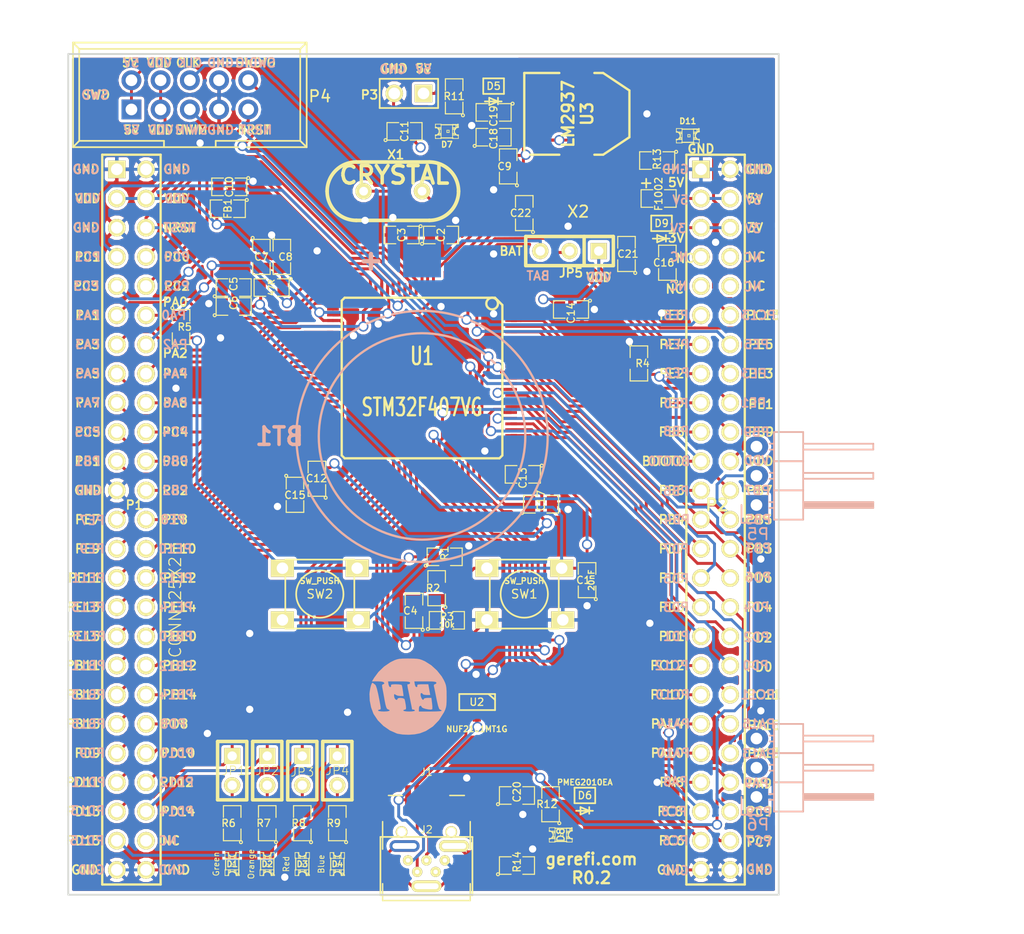
<source format=kicad_pcb>
(kicad_pcb (version 4) (host pcbnew 4.0.1-stable)
  (title_block (date 2016-12-26) (rev R0.2) (company "gerefi by Art_Electro"))
  (layers (0 F.Cu signal) (31 B.Cu signal) (34 B.Paste user) (35 F.Paste user) (36 B.SilkS user) (37 F.SilkS user) (38 B.Mask user) (39 F.Mask user) (44 Edge.Cuts user))
  (net 0 "")
  (net 1 /3V)
  (net 2 /5V)
  (net 3 /BOOT0)
  (net 4 /D+)
  (net 5 /D-)
  (net 6 /NRST)
  (net 7 /PA0)
  (net 8 /PA1)
  (net 9 /PA10)
  (net 10 /PA11)
  (net 11 /PA12)
  (net 12 /PA13)
  (net 13 /PA14)
  (net 14 /PA15)
  (net 15 /PA2)
  (net 16 /PA3)
  (net 17 /PA4)
  (net 18 /PA5)
  (net 19 /PA6)
  (net 20 /PA7)
  (net 21 /PA8)
  (net 22 /PB0)
  (net 23 /PB1)
  (net 24 /PB10)
  (net 25 /PB11)
  (net 26 /PB12)
  (net 27 /PB13)
  (net 28 /PB14)
  (net 29 /PB15)
  (net 30 /PB2)
  (net 31 /PB3)
  (net 32 /PB4)
  (net 33 /PB5)
  (net 34 /PB6)
  (net 35 /PB7)
  (net 36 /PB8)
  (net 37 /PB9)
  (net 38 /PC0)
  (net 39 /PC1)
  (net 40 /PC10)
  (net 41 /PC11)
  (net 42 /PC12)
  (net 43 /PC13)
  (net 44 /PC2)
  (net 45 /PC3)
  (net 46 /PC4)
  (net 47 /PC5)
  (net 48 /PC6)
  (net 49 /PC7)
  (net 50 /PC8)
  (net 51 /PC9)
  (net 52 /PD0)
  (net 53 /PD1)
  (net 54 /PD10)
  (net 55 /PD11)
  (net 56 /PD12)
  (net 57 /PD13)
  (net 58 /PD14)
  (net 59 /PD15)
  (net 60 /PD2)
  (net 61 /PD3)
  (net 62 /PD4)
  (net 63 /PD5)
  (net 64 /PD6)
  (net 65 /PD7)
  (net 66 /PD8)
  (net 67 /PD9)
  (net 68 /PE0)
  (net 69 /PE1)
  (net 70 /PE10)
  (net 71 /PE11)
  (net 72 /PE12)
  (net 73 /PE13)
  (net 74 /PE14)
  (net 75 /PE15)
  (net 76 /PE2)
  (net 77 /PE3)
  (net 78 /PE4)
  (net 79 /PE5)
  (net 80 /PE6)
  (net 81 /PE7)
  (net 82 /PE8)
  (net 83 /PE9)
  (net 84 /VDD)
  (net 85 GND)
  (net 86 "Net-(BT1-Pad1)")
  (net 87 "Net-(C2-Pad1)")
  (net 88 "Net-(C3-Pad1)")
  (net 89 "Net-(C4-Pad2)")
  (net 90 "Net-(C5-Pad2)")
  (net 91 "Net-(C7-Pad2)")
  (net 92 "Net-(C15-Pad1)")
  (net 93 "Net-(C17-Pad1)")
  (net 94 /Shield)
  (net 95 "Net-(C21-Pad2)")
  (net 96 "Net-(C22-Pad2)")
  (net 97 "Net-(D1-Pad1)")
  (net 98 "Net-(D2-Pad1)")
  (net 99 "Net-(D3-Pad1)")
  (net 100 "Net-(D4-Pad1)")
  (net 101 "Net-(D5-Pad1)")
  (net 102 "Net-(D7-Pad1)")
  (net 103 "Net-(D8-Pad1)")
  (net 104 "Net-(D11-Pad1)")
  (net 105 "Net-(JP1-Pad2)")
  (net 106 "Net-(JP2-Pad2)")
  (net 107 "Net-(JP3-Pad2)")
  (net 108 "Net-(JP4-Pad2)")
  (net 109 "Net-(JP5-Pad2)")
  (net 110 "Net-(R1-Pad1)")
  (net 111 /PA9)
  (module BATT_CR2032_MPD (layer B.Cu) (at 117.983 116.713 90)
    (fp_text reference BT1 (at 0 -12.4 360) (layer B.SilkS) (effects (font (thickness 0.3048)) (justify mirror)))
    (fp_text value BATTERY_CR2032 hide)
    (pad 1 smd rect (at 15.485 0 90) (size 3.29 3.29) (layers B.Cu B.Paste B.Mask) (net 86 "Net-(BT1-Pad1)"))
    (pad 2 smd rect (at -15.485 0 90) (size 3.29 3.29) (layers B.Cu B.Paste B.Mask) (net 85 GND))
  )
  (module SM0805 (layer F.Cu) (at 132.334 129.2225 90)
    (fp_text reference C1 (at 0 -0.3175 180) (layer F.SilkS) (effects (font (size 0.635 0.635) (thickness 0.10922))))
    (fp_text value 20nF (at 0 0.381 90) (layer F.SilkS) (effects (font (size 0.50038 0.50038) (thickness 0.10922))))
    (pad 1 smd rect (at -0.9525 0 90) (size 0.889 1.397) (layers F.Cu F.Paste F.Mask) (net 85 GND))
    (pad 2 smd rect (at 0.9525 0 90) (size 0.889 1.397) (layers F.Cu F.Paste F.Mask) (net 6 /NRST))
  )
  (module SM0805 (layer F.Cu) (at 119.634 99.187)
    (fp_text reference C2 (at 0 0 90) (layer F.SilkS) (effects (font (size 0.635 0.635) (thickness 0.10922))))
    (fp_text value 18pF hide)
    (pad 1 smd rect (at -0.9525 0) (size 0.889 1.397) (layers F.Cu F.Paste F.Mask) (net 87 "Net-(C2-Pad1)"))
    (pad 2 smd rect (at 0.9525 0) (size 0.889 1.397) (layers F.Cu F.Paste F.Mask) (net 85 GND))
  )
  (module SM0805 (layer F.Cu) (at 116.205 99.187 180)
    (fp_text reference C3 (at 0 0 450) (layer F.SilkS) (effects (font (size 0.635 0.635) (thickness 0.10922))))
    (fp_text value 18pF hide)
    (pad 1 smd rect (at -0.9525 0 180) (size 0.889 1.397) (layers F.Cu F.Paste F.Mask) (net 88 "Net-(C3-Pad1)"))
    (pad 2 smd rect (at 0.9525 0 180) (size 0.889 1.397) (layers F.Cu F.Paste F.Mask) (net 85 GND))
  )
  (module SM0805 (layer F.Cu) (at 117.2845 131.8895 90)
    (fp_text reference C4 (at 0 -0.3175 360) (layer F.SilkS) (effects (font (size 0.635 0.635) (thickness 0.10922))))
    (fp_text value 2u2F hide)
    (pad 1 smd rect (at -0.9525 0 90) (size 0.889 1.397) (layers F.Cu F.Paste F.Mask) (net 84 /VDD))
    (pad 2 smd rect (at 0.9525 0 90) (size 0.889 1.397) (layers F.Cu F.Paste F.Mask) (net 89 "Net-(C4-Pad2)"))
  )
  (module SM0805 (layer F.Cu) (at 101.6 103.759)
    (fp_text reference C5 (at 0 -0.3175 90) (layer F.SilkS) (effects (font (size 0.635 0.635) (thickness 0.10922))))
    (fp_text value 0.01uF hide)
    (pad 1 smd rect (at -0.9525 0) (size 0.889 1.397) (layers F.Cu F.Paste F.Mask) (net 85 GND))
    (pad 2 smd rect (at 0.9525 0) (size 0.889 1.397) (layers F.Cu F.Paste F.Mask) (net 90 "Net-(C5-Pad2)"))
  )
  (module SM0805 (layer F.Cu) (at 101.6 105.41)
    (fp_text reference C6 (at 0 -0.3175 90) (layer F.SilkS) (effects (font (size 0.635 0.635) (thickness 0.10922))))
    (fp_text value 1uF hide)
    (pad 1 smd rect (at -0.9525 0) (size 0.889 1.397) (layers F.Cu F.Paste F.Mask) (net 85 GND))
    (pad 2 smd rect (at 0.9525 0) (size 0.889 1.397) (layers F.Cu F.Paste F.Mask) (net 90 "Net-(C5-Pad2)"))
  )
  (module SM0805 (layer F.Cu) (at 104.013 101.092 270)
    (fp_text reference C7 (at 0 0 360) (layer F.SilkS) (effects (font (size 0.635 0.635) (thickness 0.10922))))
    (fp_text value 1uF hide)
    (pad 1 smd rect (at -0.9525 0 270) (size 0.889 1.397) (layers F.Cu F.Paste F.Mask) (net 85 GND))
    (pad 2 smd rect (at 0.9525 0 270) (size 0.889 1.397) (layers F.Cu F.Paste F.Mask) (net 91 "Net-(C7-Pad2)"))
  )
  (module SM0805 (layer F.Cu) (at 105.791 101.092 270)
    (fp_text reference C8 (at 0 -0.3175 360) (layer F.SilkS) (effects (font (size 0.635 0.635) (thickness 0.10922))))
    (fp_text value 0.01uF hide)
    (pad 1 smd rect (at -0.9525 0 270) (size 0.889 1.397) (layers F.Cu F.Paste F.Mask) (net 85 GND))
    (pad 2 smd rect (at 0.9525 0 270) (size 0.889 1.397) (layers F.Cu F.Paste F.Mask) (net 91 "Net-(C7-Pad2)"))
  )
  (module SM0805 (layer F.Cu) (at 125.476 93.218 90)
    (fp_text reference C9 (at 0 -0.3175 360) (layer F.SilkS) (effects (font (size 0.635 0.635) (thickness 0.10922))))
    (fp_text value 0.1uF hide)
    (pad 1 smd rect (at -0.9525 0 90) (size 0.889 1.397) (layers F.Cu F.Paste F.Mask) (net 85 GND))
    (pad 2 smd rect (at 0.9525 0 90) (size 0.889 1.397) (layers F.Cu F.Paste F.Mask) (net 84 /VDD))
  )
  (module SM0805 (layer F.Cu) (at 101.219 94.996 180)
    (fp_text reference C10 (at 0 0 270) (layer F.SilkS) (effects (font (size 0.635 0.635) (thickness 0.10922))))
    (fp_text value 0.1uF hide)
    (pad 1 smd rect (at -0.9525 0 180) (size 0.889 1.397) (layers F.Cu F.Paste F.Mask) (net 85 GND))
    (pad 2 smd rect (at 0.9525 0 180) (size 0.889 1.397) (layers F.Cu F.Paste F.Mask) (net 84 /VDD))
  )
  (module SM0805 (layer F.Cu) (at 116.459 90.17)
    (fp_text reference C11 (at 0 0 90) (layer F.SilkS) (effects (font (size 0.635 0.635) (thickness 0.10922))))
    (fp_text value 0.1uF hide)
    (pad 1 smd rect (at -0.9525 0) (size 0.889 1.397) (layers F.Cu F.Paste F.Mask) (net 85 GND))
    (pad 2 smd rect (at 0.9525 0) (size 0.889 1.397) (layers F.Cu F.Paste F.Mask) (net 84 /VDD))
  )
  (module SM0805 (layer F.Cu) (at 108.839 120.396 90)
    (fp_text reference C12 (at 0.0254 -0.0254 360) (layer F.SilkS) (effects (font (size 0.635 0.635) (thickness 0.10922))))
    (fp_text value 0.1uF hide)
    (pad 1 smd rect (at -0.9525 0 90) (size 0.889 1.397) (layers F.Cu F.Paste F.Mask) (net 85 GND))
    (pad 2 smd rect (at 0.9525 0 90) (size 0.889 1.397) (layers F.Cu F.Paste F.Mask) (net 84 /VDD))
  )
  (module SM0805 (layer F.Cu) (at 126.746 120.015 180)
    (fp_text reference C13 (at 0 -0.3175 270) (layer F.SilkS) (effects (font (size 0.635 0.635) (thickness 0.10922))))
    (fp_text value 0.1uF hide)
    (pad 1 smd rect (at -0.9525 0 180) (size 0.889 1.397) (layers F.Cu F.Paste F.Mask) (net 85 GND))
    (pad 2 smd rect (at 0.9525 0 180) (size 0.889 1.397) (layers F.Cu F.Paste F.Mask) (net 84 /VDD))
  )
  (module SM0805 (layer F.Cu) (at 130.937 105.664 180)
    (fp_text reference C14 (at 0 -0.3175 270) (layer F.SilkS) (effects (font (size 0.635 0.635) (thickness 0.10922))))
    (fp_text value 0.1uF hide)
    (pad 1 smd rect (at -0.9525 0 180) (size 0.889 1.397) (layers F.Cu F.Paste F.Mask) (net 85 GND))
    (pad 2 smd rect (at 0.9525 0 180) (size 0.889 1.397) (layers F.Cu F.Paste F.Mask) (net 84 /VDD))
  )
  (module SM0805 (layer F.Cu) (at 106.934 121.793 270)
    (fp_text reference C15 (at 0.0254 0 360) (layer F.SilkS) (effects (font (size 0.635 0.635) (thickness 0.10922))))
    (fp_text value 2u2F hide)
    (pad 1 smd rect (at -0.9525 0 270) (size 0.889 1.397) (layers F.Cu F.Paste F.Mask) (net 92 "Net-(C15-Pad1)"))
    (pad 2 smd rect (at 0.9525 0 270) (size 0.889 1.397) (layers F.Cu F.Paste F.Mask) (net 85 GND))
  )
  (module SM0805 (layer F.Cu) (at 139.319 101.6 90)
    (fp_text reference C16 (at 0 -0.3175 360) (layer F.SilkS) (effects (font (size 0.635 0.635) (thickness 0.10922))))
    (fp_text value 1uF hide)
    (pad 1 smd rect (at -0.9525 0 90) (size 0.889 1.397) (layers F.Cu F.Paste F.Mask) (net 85 GND))
    (pad 2 smd rect (at 0.9525 0 90) (size 0.889 1.397) (layers F.Cu F.Paste F.Mask) (net 84 /VDD))
  )
  (module SM0805 (layer F.Cu) (at 128.3335 122.6185)
    (fp_text reference C17 (at 0 -0.3175 90) (layer F.SilkS) (effects (font (size 0.635 0.635) (thickness 0.10922))))
    (fp_text value 2u2F hide)
    (pad 1 smd rect (at -0.9525 0) (size 0.889 1.397) (layers F.Cu F.Paste F.Mask) (net 93 "Net-(C17-Pad1)"))
    (pad 2 smd rect (at 0.9525 0) (size 0.889 1.397) (layers F.Cu F.Paste F.Mask) (net 85 GND))
  )
  (module SM0805 (layer F.Cu) (at 124.206 90.678)
    (fp_text reference C18 (at 0 0.127 90) (layer F.SilkS) (effects (font (size 0.635 0.635) (thickness 0.10922))))
    (fp_text value 0.1uF hide)
    (pad 1 smd rect (at -0.9525 0) (size 0.889 1.397) (layers F.Cu F.Paste F.Mask) (net 85 GND))
    (pad 2 smd rect (at 0.9525 0) (size 0.889 1.397) (layers F.Cu F.Paste F.Mask) (net 2 /5V))
  )
  (module SM0805 (layer F.Cu) (at 124.206 88.519 180)
    (fp_text reference C19 (at 0 -0.3175 270) (layer F.SilkS) (effects (font (size 0.635 0.635) (thickness 0.10922))))
    (fp_text value 4.7uF hide)
    (pad 1 smd rect (at -0.9525 0 180) (size 0.889 1.397) (layers F.Cu F.Paste F.Mask) (net 2 /5V))
    (pad 2 smd rect (at 0.9525 0 180) (size 0.889 1.397) (layers F.Cu F.Paste F.Mask) (net 85 GND))
  )
  (module LED-0805_A (layer F.Cu) (at 101.473 153.924 270)
    (fp_text reference D1 (at 0 0 360) (layer F.SilkS) (effects (font (size 0.50038 0.50038) (thickness 0.1143))))
    (fp_text value BLUE_LED_0805 hide)
    (pad 1 smd rect (at -1.04902 0 270) (size 1.19888 1.19888) (layers F.Cu F.Paste F.Mask) (net 97 "Net-(D1-Pad1)"))
    (pad 2 smd rect (at 1.04902 0 270) (size 1.19888 1.19888) (layers F.Cu F.Paste F.Mask) (net 85 GND))
  )
  (module LED-0805_A (layer F.Cu) (at 104.521 153.924 270)
    (fp_text reference D2 (at 0 0 360) (layer F.SilkS) (effects (font (size 0.50038 0.50038) (thickness 0.1143))))
    (fp_text value BLUE_LED_0805 hide)
    (pad 1 smd rect (at -1.04902 0 270) (size 1.19888 1.19888) (layers F.Cu F.Paste F.Mask) (net 98 "Net-(D2-Pad1)"))
    (pad 2 smd rect (at 1.04902 0 270) (size 1.19888 1.19888) (layers F.Cu F.Paste F.Mask) (net 85 GND))
  )
  (module LED-0805_A (layer F.Cu) (at 107.569 153.924 270)
    (fp_text reference D3 (at 0 0 360) (layer F.SilkS) (effects (font (size 0.50038 0.50038) (thickness 0.1143))))
    (fp_text value BLUE_LED_0805 hide)
    (pad 1 smd rect (at -1.04902 0 270) (size 1.19888 1.19888) (layers F.Cu F.Paste F.Mask) (net 99 "Net-(D3-Pad1)"))
    (pad 2 smd rect (at 1.04902 0 270) (size 1.19888 1.19888) (layers F.Cu F.Paste F.Mask) (net 85 GND))
  )
  (module LED-0805_A (layer F.Cu) (at 110.617 153.924 270)
    (fp_text reference D4 (at 0 0 360) (layer F.SilkS) (effects (font (size 0.50038 0.50038) (thickness 0.1143))))
    (fp_text value BLUE_LED_0805 hide)
    (pad 1 smd rect (at -1.04902 0 270) (size 1.19888 1.19888) (layers F.Cu F.Paste F.Mask) (net 100 "Net-(D4-Pad1)"))
    (pad 2 smd rect (at 1.04902 0 270) (size 1.19888 1.19888) (layers F.Cu F.Paste F.Mask) (net 85 GND))
  )
  (module LED-0805_A (layer F.Cu) (at 120.142 90.17)
    (fp_text reference D7 (at 0 1.143 180) (layer F.SilkS) (effects (font (size 0.50038 0.50038) (thickness 0.1143))))
    (fp_text value BLUE_LED_0805 hide)
    (pad 1 smd rect (at -1.04902 0) (size 1.19888 1.19888) (layers F.Cu F.Paste F.Mask) (net 102 "Net-(D7-Pad1)"))
    (pad 2 smd rect (at 1.04902 0) (size 1.19888 1.19888) (layers F.Cu F.Paste F.Mask) (net 85 GND))
  )
  (module LED-0805_A (layer F.Cu) (at 130.048 151.384)
    (fp_text reference D8 (at 0 0 90) (layer F.SilkS) (effects (font (size 0.635 0.635) (thickness 0.10922))))
    (fp_text value BLUE_LED_0805 hide)
    (pad 1 smd rect (at -1.04902 0) (size 1.19888 1.19888) (layers F.Cu F.Paste F.Mask) (net 103 "Net-(D8-Pad1)"))
    (pad 2 smd rect (at 1.04902 0) (size 1.19888 1.19888) (layers F.Cu F.Paste F.Mask) (net 85 GND))
  )
  (module LED-0805_A (layer F.Cu) (at 141.097 90.551)
    (fp_text reference D11 (at 0 -1.27 180) (layer F.SilkS) (effects (font (size 0.50038 0.50038) (thickness 0.1143))))
    (fp_text value BLUE_LED_0805 hide)
    (pad 1 smd rect (at -1.04902 0) (size 1.19888 1.19888) (layers F.Cu F.Paste F.Mask) (net 104 "Net-(D11-Pad1)"))
    (pad 2 smd rect (at 1.04902 0) (size 1.19888 1.19888) (layers F.Cu F.Paste F.Mask) (net 85 GND))
  )
  (module SM0805 (layer F.Cu) (at 101.092 96.901 180)
    (fp_text reference FB1 (at 0 0 270) (layer F.SilkS) (effects (font (size 0.635 0.635) (thickness 0.10922))))
    (fp_text value FILTER hide)
    (pad 1 smd rect (at -0.9525 0 180) (size 0.889 1.397) (layers F.Cu F.Paste F.Mask) (net 91 "Net-(C7-Pad2)"))
    (pad 2 smd rect (at 0.9525 0 180) (size 0.889 1.397) (layers F.Cu F.Paste F.Mask) (net 84 /VDD))
  )
  (module JUMPER-2 (layer F.Cu) (at 101.473 145.796 270)
    (fp_text reference JP1 (at 0 -0.127 360) (layer F.SilkS) (effects (font (size 0.762 0.762) (thickness 0.0762))))
    (fp_text value JUMPER hide)
    (pad 1 thru_hole rect (at -1.27 0 270) (size 1.397 1.397) (drill 0.8128) (layers *.Cu *.Mask F.SilkS) (net 56 /PD12))
    (pad 2 thru_hole circle (at 1.27 0 270) (size 1.397 1.397) (drill 0.8128) (layers *.Cu *.Mask F.SilkS) (net 105 "Net-(JP1-Pad2)"))
  )
  (module JUMPER-2 (layer F.Cu) (at 104.521 145.796 270)
    (fp_text reference JP2 (at 0 0 360) (layer F.SilkS) (effects (font (size 0.762 0.762) (thickness 0.0762))))
    (fp_text value JUMPER hide)
    (pad 1 thru_hole rect (at -1.27 0 270) (size 1.397 1.397) (drill 0.8128) (layers *.Cu *.Mask F.SilkS) (net 57 /PD13))
    (pad 2 thru_hole circle (at 1.27 0 270) (size 1.397 1.397) (drill 0.8128) (layers *.Cu *.Mask F.SilkS) (net 106 "Net-(JP2-Pad2)"))
  )
  (module JUMPER-2 (layer F.Cu) (at 107.569 145.796 270)
    (fp_text reference JP3 (at 0.127 0 360) (layer F.SilkS) (effects (font (size 0.762 0.762) (thickness 0.0762))))
    (fp_text value JUMPER hide)
    (pad 1 thru_hole rect (at -1.27 0 270) (size 1.397 1.397) (drill 0.8128) (layers *.Cu *.Mask F.SilkS) (net 58 /PD14))
    (pad 2 thru_hole circle (at 1.27 0 270) (size 1.397 1.397) (drill 0.8128) (layers *.Cu *.Mask F.SilkS) (net 107 "Net-(JP3-Pad2)"))
  )
  (module JUMPER-2 (layer F.Cu) (at 110.617 145.796 270)
    (fp_text reference JP4 (at 0 0 360) (layer F.SilkS) (effects (font (size 0.762 0.762) (thickness 0.0762))))
    (fp_text value JUMPER hide)
    (pad 1 thru_hole rect (at -1.27 0 270) (size 1.397 1.397) (drill 0.8128) (layers *.Cu *.Mask F.SilkS) (net 59 /PD15))
    (pad 2 thru_hole circle (at 1.27 0 270) (size 1.397 1.397) (drill 0.8128) (layers *.Cu *.Mask F.SilkS) (net 108 "Net-(JP4-Pad2)"))
  )
  (module SIL-3 (layer F.Cu) (at 130.81 100.584 180)
    (fp_text reference JP5 (at -0.127 -1.905 180) (layer F.SilkS) (effects (font (size 0.762 0.762) (thickness 0.1524))))
    (fp_text value JUMPER3 hide)
    (pad 1 thru_hole rect (at -2.54 0 180) (size 1.397 1.397) (drill 0.8128) (layers *.Cu *.Mask F.SilkS) (net 84 /VDD))
    (pad 2 thru_hole circle (at 0 0 180) (size 1.397 1.397) (drill 0.8128) (layers *.Cu *.Mask F.SilkS) (net 109 "Net-(JP5-Pad2)"))
    (pad 3 thru_hole circle (at 2.54 0 180) (size 1.397 1.397) (drill 0.8128) (layers *.Cu *.Mask F.SilkS) (net 86 "Net-(BT1-Pad1)"))
  )
  (module PIN_ARRAY_25x2_A (layer F.Cu) (at 92.71 123.952 270)
    (fp_text reference P1 (at -1.27 -0.254 360) (layer F.SilkS) (effects (font (size 0.762 0.762) (thickness 0.1524))))
    (fp_text value CONN_25X2 (at 7.62 -3.81 270) (layer F.SilkS) (effects (font (size 1.016 1.016) (thickness 0.1016))))
    (pad 1 thru_hole rect (at -30.48 1.27 270) (size 1.524 1.524) (drill 1.016) (layers *.Cu *.Mask F.SilkS) (net 85 GND))
    (pad 2 thru_hole circle (at -30.48 -1.27 270) (size 1.524 1.524) (drill 1.016) (layers *.Cu *.Mask F.SilkS) (net 85 GND))
    (pad 3 thru_hole circle (at -27.94 1.27 270) (size 1.524 1.524) (drill 1.016) (layers *.Cu *.Mask F.SilkS) (net 84 /VDD))
    (pad 4 thru_hole circle (at -27.94 -1.27 270) (size 1.524 1.524) (drill 1.016) (layers *.Cu *.Mask F.SilkS) (net 84 /VDD))
    (pad 5 thru_hole circle (at -25.4 1.27 270) (size 1.524 1.524) (drill 1.016) (layers *.Cu *.Mask F.SilkS) (net 85 GND))
    (pad 6 thru_hole circle (at -25.4 -1.27 270) (size 1.524 1.524) (drill 1.016) (layers *.Cu *.Mask F.SilkS) (net 6 /NRST))
    (pad 7 thru_hole circle (at -22.86 1.27 270) (size 1.524 1.524) (drill 1.016) (layers *.Cu *.Mask F.SilkS) (net 39 /PC1))
    (pad 8 thru_hole circle (at -22.86 -1.27 270) (size 1.524 1.524) (drill 1.016) (layers *.Cu *.Mask F.SilkS) (net 38 /PC0))
    (pad 9 thru_hole circle (at -20.32 1.27 270) (size 1.524 1.524) (drill 1.016) (layers *.Cu *.Mask F.SilkS) (net 45 /PC3))
    (pad 10 thru_hole circle (at -20.32 -1.27 270) (size 1.524 1.524) (drill 1.016) (layers *.Cu *.Mask F.SilkS) (net 44 /PC2))
    (pad 11 thru_hole circle (at -17.78 1.27 270) (size 1.524 1.524) (drill 1.016) (layers *.Cu *.Mask F.SilkS) (net 8 /PA1))
    (pad 12 thru_hole circle (at -17.78 -1.27 270) (size 1.524 1.524) (drill 1.016) (layers *.Cu *.Mask F.SilkS) (net 7 /PA0))
    (pad 13 thru_hole circle (at -15.24 1.27 270) (size 1.524 1.524) (drill 1.016) (layers *.Cu *.Mask F.SilkS) (net 16 /PA3))
    (pad 14 thru_hole circle (at -15.24 -1.27 270) (size 1.524 1.524) (drill 1.016) (layers *.Cu *.Mask F.SilkS) (net 15 /PA2))
    (pad 15 thru_hole circle (at -12.7 1.27 270) (size 1.524 1.524) (drill 1.016) (layers *.Cu *.Mask F.SilkS) (net 18 /PA5))
    (pad 16 thru_hole circle (at -12.7 -1.27 270) (size 1.524 1.524) (drill 1.016) (layers *.Cu *.Mask F.SilkS) (net 17 /PA4))
    (pad 17 thru_hole circle (at -10.16 1.27 270) (size 1.524 1.524) (drill 1.016) (layers *.Cu *.Mask F.SilkS) (net 20 /PA7))
    (pad 18 thru_hole circle (at -10.16 -1.27 270) (size 1.524 1.524) (drill 1.016) (layers *.Cu *.Mask F.SilkS) (net 19 /PA6))
    (pad 19 thru_hole circle (at -7.62 1.27 270) (size 1.524 1.524) (drill 1.016) (layers *.Cu *.Mask F.SilkS) (net 47 /PC5))
    (pad 20 thru_hole circle (at -7.62 -1.27 270) (size 1.524 1.524) (drill 1.016) (layers *.Cu *.Mask F.SilkS) (net 46 /PC4))
    (pad 21 thru_hole circle (at -5.08 1.27 270) (size 1.524 1.524) (drill 1.016) (layers *.Cu *.Mask F.SilkS) (net 23 /PB1))
    (pad 22 thru_hole circle (at -5.08 -1.27 270) (size 1.524 1.524) (drill 1.016) (layers *.Cu *.Mask F.SilkS) (net 22 /PB0))
    (pad 23 thru_hole circle (at -2.54 1.27 270) (size 1.524 1.524) (drill 1.016) (layers *.Cu *.Mask F.SilkS) (net 85 GND))
    (pad 24 thru_hole circle (at -2.54 -1.27 270) (size 1.524 1.524) (drill 1.016) (layers *.Cu *.Mask F.SilkS) (net 30 /PB2))
    (pad 25 thru_hole circle (at 0 1.27 270) (size 1.524 1.524) (drill 1.016) (layers *.Cu *.Mask F.SilkS) (net 81 /PE7))
    (pad 26 thru_hole circle (at 0 -1.27 270) (size 1.524 1.524) (drill 1.016) (layers *.Cu *.Mask F.SilkS) (net 82 /PE8))
    (pad 27 thru_hole circle (at 2.54 1.27 270) (size 1.524 1.524) (drill 1.016) (layers *.Cu *.Mask F.SilkS) (net 83 /PE9))
    (pad 28 thru_hole circle (at 2.54 -1.27 270) (size 1.524 1.524) (drill 1.016) (layers *.Cu *.Mask F.SilkS) (net 70 /PE10))
    (pad 29 thru_hole circle (at 5.08 1.27 270) (size 1.524 1.524) (drill 1.016) (layers *.Cu *.Mask F.SilkS) (net 71 /PE11))
    (pad 30 thru_hole circle (at 5.08 -1.27 270) (size 1.524 1.524) (drill 1.016) (layers *.Cu *.Mask F.SilkS) (net 72 /PE12))
    (pad 31 thru_hole circle (at 7.62 1.27 270) (size 1.524 1.524) (drill 1.016) (layers *.Cu *.Mask F.SilkS) (net 73 /PE13))
    (pad 32 thru_hole circle (at 7.62 -1.27 270) (size 1.524 1.524) (drill 1.016) (layers *.Cu *.Mask F.SilkS) (net 74 /PE14))
    (pad 33 thru_hole circle (at 10.16 1.27 270) (size 1.524 1.524) (drill 1.016) (layers *.Cu *.Mask F.SilkS) (net 75 /PE15))
    (pad 34 thru_hole circle (at 10.16 -1.27 270) (size 1.524 1.524) (drill 1.016) (layers *.Cu *.Mask F.SilkS) (net 24 /PB10))
    (pad 35 thru_hole circle (at 12.7 1.27 270) (size 1.524 1.524) (drill 1.016) (layers *.Cu *.Mask F.SilkS) (net 25 /PB11))
    (pad 36 thru_hole circle (at 12.7 -1.27 270) (size 1.524 1.524) (drill 1.016) (layers *.Cu *.Mask F.SilkS) (net 26 /PB12))
    (pad 37 thru_hole circle (at 15.24 1.27 270) (size 1.524 1.524) (drill 1.016) (layers *.Cu *.Mask F.SilkS) (net 27 /PB13))
    (pad 38 thru_hole circle (at 15.24 -1.27 270) (size 1.524 1.524) (drill 1.016) (layers *.Cu *.Mask F.SilkS) (net 28 /PB14))
    (pad 39 thru_hole circle (at 17.78 1.27 270) (size 1.524 1.524) (drill 1.016) (layers *.Cu *.Mask F.SilkS) (net 29 /PB15))
    (pad 40 thru_hole circle (at 17.78 -1.27 270) (size 1.524 1.524) (drill 1.016) (layers *.Cu *.Mask F.SilkS) (net 66 /PD8))
    (pad 41 thru_hole circle (at 20.32 1.27 270) (size 1.524 1.524) (drill 1.016) (layers *.Cu *.Mask F.SilkS) (net 67 /PD9))
    (pad 42 thru_hole circle (at 20.32 -1.27 270) (size 1.524 1.524) (drill 1.016) (layers *.Cu *.Mask F.SilkS) (net 54 /PD10))
    (pad 43 thru_hole circle (at 22.86 1.27 270) (size 1.524 1.524) (drill 1.016) (layers *.Cu *.Mask F.SilkS) (net 55 /PD11))
    (pad 44 thru_hole circle (at 22.86 -1.27 270) (size 1.524 1.524) (drill 1.016) (layers *.Cu *.Mask F.SilkS) (net 56 /PD12))
    (pad 45 thru_hole circle (at 25.4 1.27 270) (size 1.524 1.524) (drill 1.016) (layers *.Cu *.Mask F.SilkS) (net 57 /PD13))
    (pad 46 thru_hole circle (at 25.4 -1.27 270) (size 1.524 1.524) (drill 1.016) (layers *.Cu *.Mask F.SilkS) (net 58 /PD14))
    (pad 47 thru_hole circle (at 27.94 1.27 270) (size 1.524 1.524) (drill 1.016) (layers *.Cu *.Mask F.SilkS) (net 59 /PD15))
    (pad 48 thru_hole circle (at 27.94 -1.27 270) (size 1.524 1.524) (drill 1.016) (layers *.Cu *.Mask F.SilkS))
    (pad 49 thru_hole circle (at 30.48 1.27 270) (size 1.524 1.524) (drill 1.016) (layers *.Cu *.Mask F.SilkS) (net 85 GND))
    (pad 50 thru_hole circle (at 30.48 -1.27 270) (size 1.524 1.524) (drill 1.016) (layers *.Cu *.Mask F.SilkS) (net 85 GND))
  )
  (module PIN_ARRAY_25x2_A (layer F.Cu) (at 143.51 123.952 270)
    (fp_text reference P2 (at -1.27 -0.127 360) (layer F.SilkS) (effects (font (size 1.016 1.016) (thickness 0.2032))))
    (fp_text value CONN_25X2 hide)
    (pad 1 thru_hole rect (at -30.48 1.27 270) (size 1.524 1.524) (drill 1.016) (layers *.Cu *.Mask F.SilkS) (net 85 GND))
    (pad 2 thru_hole circle (at -30.48 -1.27 270) (size 1.524 1.524) (drill 1.016) (layers *.Cu *.Mask F.SilkS) (net 85 GND))
    (pad 3 thru_hole circle (at -27.94 1.27 270) (size 1.524 1.524) (drill 1.016) (layers *.Cu *.Mask F.SilkS) (net 2 /5V))
    (pad 4 thru_hole circle (at -27.94 -1.27 270) (size 1.524 1.524) (drill 1.016) (layers *.Cu *.Mask F.SilkS) (net 2 /5V))
    (pad 5 thru_hole circle (at -25.4 1.27 270) (size 1.524 1.524) (drill 1.016) (layers *.Cu *.Mask F.SilkS) (net 1 /3V))
    (pad 6 thru_hole circle (at -25.4 -1.27 270) (size 1.524 1.524) (drill 1.016) (layers *.Cu *.Mask F.SilkS) (net 1 /3V))
    (pad 7 thru_hole circle (at -22.86 1.27 270) (size 1.524 1.524) (drill 1.016) (layers *.Cu *.Mask F.SilkS))
    (pad 8 thru_hole circle (at -22.86 -1.27 270) (size 1.524 1.524) (drill 1.016) (layers *.Cu *.Mask F.SilkS))
    (pad 9 thru_hole circle (at -20.32 1.27 270) (size 1.524 1.524) (drill 1.016) (layers *.Cu *.Mask F.SilkS))
    (pad 10 thru_hole circle (at -20.32 -1.27 270) (size 1.524 1.524) (drill 1.016) (layers *.Cu *.Mask F.SilkS))
    (pad 11 thru_hole circle (at -17.78 1.27 270) (size 1.524 1.524) (drill 1.016) (layers *.Cu *.Mask F.SilkS) (net 80 /PE6))
    (pad 12 thru_hole circle (at -17.78 -1.27 270) (size 1.524 1.524) (drill 1.016) (layers *.Cu *.Mask F.SilkS) (net 43 /PC13))
    (pad 13 thru_hole circle (at -15.24 1.27 270) (size 1.524 1.524) (drill 1.016) (layers *.Cu *.Mask F.SilkS) (net 78 /PE4))
    (pad 14 thru_hole circle (at -15.24 -1.27 270) (size 1.524 1.524) (drill 1.016) (layers *.Cu *.Mask F.SilkS) (net 79 /PE5))
    (pad 15 thru_hole circle (at -12.7 1.27 270) (size 1.524 1.524) (drill 1.016) (layers *.Cu *.Mask F.SilkS) (net 76 /PE2))
    (pad 16 thru_hole circle (at -12.7 -1.27 270) (size 1.524 1.524) (drill 1.016) (layers *.Cu *.Mask F.SilkS) (net 77 /PE3))
    (pad 17 thru_hole circle (at -10.16 1.27 270) (size 1.524 1.524) (drill 1.016) (layers *.Cu *.Mask F.SilkS) (net 68 /PE0))
    (pad 18 thru_hole circle (at -10.16 -1.27 270) (size 1.524 1.524) (drill 1.016) (layers *.Cu *.Mask F.SilkS) (net 69 /PE1))
    (pad 19 thru_hole circle (at -7.62 1.27 270) (size 1.524 1.524) (drill 1.016) (layers *.Cu *.Mask F.SilkS) (net 36 /PB8))
    (pad 20 thru_hole circle (at -7.62 -1.27 270) (size 1.524 1.524) (drill 1.016) (layers *.Cu *.Mask F.SilkS) (net 37 /PB9))
    (pad 21 thru_hole circle (at -5.08 1.27 270) (size 1.524 1.524) (drill 1.016) (layers *.Cu *.Mask F.SilkS) (net 3 /BOOT0))
    (pad 22 thru_hole circle (at -5.08 -1.27 270) (size 1.524 1.524) (drill 1.016) (layers *.Cu *.Mask F.SilkS) (net 84 /VDD))
    (pad 23 thru_hole circle (at -2.54 1.27 270) (size 1.524 1.524) (drill 1.016) (layers *.Cu *.Mask F.SilkS) (net 34 /PB6))
    (pad 24 thru_hole circle (at -2.54 -1.27 270) (size 1.524 1.524) (drill 1.016) (layers *.Cu *.Mask F.SilkS) (net 35 /PB7))
    (pad 25 thru_hole circle (at 0 1.27 270) (size 1.524 1.524) (drill 1.016) (layers *.Cu *.Mask F.SilkS) (net 32 /PB4))
    (pad 26 thru_hole circle (at 0 -1.27 270) (size 1.524 1.524) (drill 1.016) (layers *.Cu *.Mask F.SilkS) (net 33 /PB5))
    (pad 27 thru_hole circle (at 2.54 1.27 270) (size 1.524 1.524) (drill 1.016) (layers *.Cu *.Mask F.SilkS) (net 65 /PD7))
    (pad 28 thru_hole circle (at 2.54 -1.27 270) (size 1.524 1.524) (drill 1.016) (layers *.Cu *.Mask F.SilkS) (net 31 /PB3))
    (pad 29 thru_hole circle (at 5.08 1.27 270) (size 1.524 1.524) (drill 1.016) (layers *.Cu *.Mask F.SilkS) (net 63 /PD5))
    (pad 30 thru_hole circle (at 5.08 -1.27 270) (size 1.524 1.524) (drill 1.016) (layers *.Cu *.Mask F.SilkS) (net 64 /PD6))
    (pad 31 thru_hole circle (at 7.62 1.27 270) (size 1.524 1.524) (drill 1.016) (layers *.Cu *.Mask F.SilkS) (net 61 /PD3))
    (pad 32 thru_hole circle (at 7.62 -1.27 270) (size 1.524 1.524) (drill 1.016) (layers *.Cu *.Mask F.SilkS) (net 62 /PD4))
    (pad 33 thru_hole circle (at 10.16 1.27 270) (size 1.524 1.524) (drill 1.016) (layers *.Cu *.Mask F.SilkS) (net 53 /PD1))
    (pad 34 thru_hole circle (at 10.16 -1.27 270) (size 1.524 1.524) (drill 1.016) (layers *.Cu *.Mask F.SilkS) (net 60 /PD2))
    (pad 35 thru_hole circle (at 12.7 1.27 270) (size 1.524 1.524) (drill 1.016) (layers *.Cu *.Mask F.SilkS) (net 42 /PC12))
    (pad 36 thru_hole circle (at 12.7 -1.27 270) (size 1.524 1.524) (drill 1.016) (layers *.Cu *.Mask F.SilkS) (net 52 /PD0))
    (pad 37 thru_hole circle (at 15.24 1.27 270) (size 1.524 1.524) (drill 1.016) (layers *.Cu *.Mask F.SilkS) (net 40 /PC10))
    (pad 38 thru_hole circle (at 15.24 -1.27 270) (size 1.524 1.524) (drill 1.016) (layers *.Cu *.Mask F.SilkS) (net 41 /PC11))
    (pad 39 thru_hole circle (at 17.78 1.27 270) (size 1.524 1.524) (drill 1.016) (layers *.Cu *.Mask F.SilkS) (net 13 /PA14))
    (pad 40 thru_hole circle (at 17.78 -1.27 270) (size 1.524 1.524) (drill 1.016) (layers *.Cu *.Mask F.SilkS) (net 14 /PA15))
    (pad 41 thru_hole circle (at 20.32 1.27 270) (size 1.524 1.524) (drill 1.016) (layers *.Cu *.Mask F.SilkS) (net 9 /PA10))
    (pad 42 thru_hole circle (at 20.32 -1.27 270) (size 1.524 1.524) (drill 1.016) (layers *.Cu *.Mask F.SilkS) (net 12 /PA13))
    (pad 43 thru_hole circle (at 22.86 1.27 270) (size 1.524 1.524) (drill 1.016) (layers *.Cu *.Mask F.SilkS) (net 21 /PA8))
    (pad 44 thru_hole circle (at 22.86 -1.27 270) (size 1.524 1.524) (drill 1.016) (layers *.Cu *.Mask F.SilkS) (net 111 /PA9))
    (pad 45 thru_hole circle (at 25.4 1.27 270) (size 1.524 1.524) (drill 1.016) (layers *.Cu *.Mask F.SilkS) (net 50 /PC8))
    (pad 46 thru_hole circle (at 25.4 -1.27 270) (size 1.524 1.524) (drill 1.016) (layers *.Cu *.Mask F.SilkS) (net 51 /PC9))
    (pad 47 thru_hole circle (at 27.94 1.27 270) (size 1.524 1.524) (drill 1.016) (layers *.Cu *.Mask F.SilkS) (net 48 /PC6))
    (pad 48 thru_hole circle (at 27.94 -1.27 270) (size 1.524 1.524) (drill 1.016) (layers *.Cu *.Mask F.SilkS) (net 49 /PC7))
    (pad 49 thru_hole circle (at 30.48 1.27 270) (size 1.524 1.524) (drill 1.016) (layers *.Cu *.Mask F.SilkS) (net 85 GND))
    (pad 50 thru_hole circle (at 30.48 -1.27 270) (size 1.524 1.524) (drill 1.016) (layers *.Cu *.Mask F.SilkS) (net 85 GND))
  )
  (module PIN_ARRAY_2_A (layer F.Cu) (at 116.84 86.868 180)
    (fp_text reference P3 (at 3.429 -0.127 360) (layer F.SilkS) (effects (font (size 0.762 0.762) (thickness 0.1524))))
    (fp_text value CONN_2 hide)
    (pad 1 thru_hole rect (at -1.27 0 180) (size 1.524 1.524) (drill 1.016) (layers *.Cu *.Mask F.SilkS) (net 101 "Net-(D5-Pad1)"))
    (pad 2 thru_hole circle (at 1.27 0 180) (size 1.524 1.524) (drill 1.016) (layers *.Cu *.Mask F.SilkS) (net 85 GND))
  )
  (module SM0805 (layer F.Cu) (at 119.9515 127.1905)
    (fp_text reference R1 (at 0 -0.3175 90) (layer F.SilkS) (effects (font (size 0.635 0.635) (thickness 0.10922))))
    (fp_text value 10k hide)
    (pad 1 smd rect (at -0.9525 0) (size 0.889 1.397) (layers F.Cu F.Paste F.Mask) (net 110 "Net-(R1-Pad1)"))
    (pad 2 smd rect (at 0.9525 0) (size 0.889 1.397) (layers F.Cu F.Paste F.Mask) (net 85 GND))
  )
  (module SM0805 (layer F.Cu) (at 119.253 129.921 90)
    (fp_text reference R2 (at 0 -0.3175 360) (layer F.SilkS) (effects (font (size 0.635 0.635) (thickness 0.10922))))
    (fp_text value 100R hide)
    (pad 1 smd rect (at -0.9525 0 90) (size 0.889 1.397) (layers F.Cu F.Paste F.Mask) (net 89 "Net-(C4-Pad2)"))
    (pad 2 smd rect (at 0.9525 0 90) (size 0.889 1.397) (layers F.Cu F.Paste F.Mask) (net 110 "Net-(R1-Pad1)"))
  )
  (module SM0805 (layer F.Cu) (at 120.142 132.715)
    (fp_text reference R3 (at 0 -0.3175) (layer F.SilkS) (effects (font (size 0.635 0.635) (thickness 0.10922))))
    (fp_text value 10k (at 0 0.381) (layer F.SilkS) (effects (font (size 0.50038 0.50038) (thickness 0.10922))))
    (pad 1 smd rect (at -0.9525 0) (size 0.889 1.397) (layers F.Cu F.Paste F.Mask) (net 84 /VDD))
    (pad 2 smd rect (at 0.9525 0) (size 0.889 1.397) (layers F.Cu F.Paste F.Mask) (net 6 /NRST))
  )
  (module SM0805 (layer F.Cu) (at 136.8425 110.363 270)
    (fp_text reference R4 (at 0 -0.3175 360) (layer F.SilkS) (effects (font (size 0.635 0.635) (thickness 0.10922))))
    (fp_text value 10k hide)
    (pad 1 smd rect (at -0.9525 0 270) (size 0.889 1.397) (layers F.Cu F.Paste F.Mask) (net 85 GND))
    (pad 2 smd rect (at 0.9525 0 270) (size 0.889 1.397) (layers F.Cu F.Paste F.Mask) (net 3 /BOOT0))
  )
  (module SM0805 (layer F.Cu) (at 97.028 107.188 270)
    (fp_text reference R5 (at 0 -0.3175 360) (layer F.SilkS) (effects (font (size 0.635 0.635) (thickness 0.10922))))
    (fp_text value 330R hide)
    (pad 1 smd rect (at -0.9525 0 270) (size 0.889 1.397) (layers F.Cu F.Paste F.Mask) (net 7 /PA0))
    (pad 2 smd rect (at 0.9525 0 270) (size 0.889 1.397) (layers F.Cu F.Paste F.Mask) (net 110 "Net-(R1-Pad1)"))
  )
  (module SM0805 (layer F.Cu) (at 101.473 150.368 90)
    (fp_text reference R6 (at 0 -0.3175 360) (layer F.SilkS) (effects (font (size 0.635 0.635) (thickness 0.10922))))
    (fp_text value 680R hide)
    (pad 1 smd rect (at -0.9525 0 90) (size 0.889 1.397) (layers F.Cu F.Paste F.Mask) (net 97 "Net-(D1-Pad1)"))
    (pad 2 smd rect (at 0.9525 0 90) (size 0.889 1.397) (layers F.Cu F.Paste F.Mask) (net 105 "Net-(JP1-Pad2)"))
  )
  (module SM0805 (layer F.Cu) (at 104.521 150.368 90)
    (fp_text reference R7 (at 0 -0.3175 360) (layer F.SilkS) (effects (font (size 0.635 0.635) (thickness 0.10922))))
    (fp_text value 680R hide)
    (pad 1 smd rect (at -0.9525 0 90) (size 0.889 1.397) (layers F.Cu F.Paste F.Mask) (net 98 "Net-(D2-Pad1)"))
    (pad 2 smd rect (at 0.9525 0 90) (size 0.889 1.397) (layers F.Cu F.Paste F.Mask) (net 106 "Net-(JP2-Pad2)"))
  )
  (module SM0805 (layer F.Cu) (at 107.569 150.368 90)
    (fp_text reference R8 (at 0 -0.3175 360) (layer F.SilkS) (effects (font (size 0.635 0.635) (thickness 0.10922))))
    (fp_text value 680R hide)
    (pad 1 smd rect (at -0.9525 0 90) (size 0.889 1.397) (layers F.Cu F.Paste F.Mask) (net 99 "Net-(D3-Pad1)"))
    (pad 2 smd rect (at 0.9525 0 90) (size 0.889 1.397) (layers F.Cu F.Paste F.Mask) (net 107 "Net-(JP3-Pad2)"))
  )
  (module SM0805 (layer F.Cu) (at 110.617 150.368 90)
    (fp_text reference R9 (at 0 -0.3175 360) (layer F.SilkS) (effects (font (size 0.635 0.635) (thickness 0.10922))))
    (fp_text value 680R hide)
    (pad 1 smd rect (at -0.9525 0 90) (size 0.889 1.397) (layers F.Cu F.Paste F.Mask) (net 100 "Net-(D4-Pad1)"))
    (pad 2 smd rect (at 0.9525 0 90) (size 0.889 1.397) (layers F.Cu F.Paste F.Mask) (net 108 "Net-(JP4-Pad2)"))
  )
  (module SM0805 (layer F.Cu) (at 104.902 103.759 180)
    (fp_text reference R10 hide)
    (fp_text value 47R (at 0 0 270) (layer F.SilkS) (effects (font (size 0.50038 0.50038) (thickness 0.10922))))
    (pad 1 smd rect (at -0.9525 0 180) (size 0.889 1.397) (layers F.Cu F.Paste F.Mask) (net 91 "Net-(C7-Pad2)"))
    (pad 2 smd rect (at 0.9525 0 180) (size 0.889 1.397) (layers F.Cu F.Paste F.Mask) (net 90 "Net-(C5-Pad2)"))
  )
  (module SM0805 (layer F.Cu) (at 120.777 87.122 90)
    (fp_text reference R11 (at 0 0 360) (layer F.SilkS) (effects (font (size 0.635 0.635) (thickness 0.10922))))
    (fp_text value 1k hide)
    (pad 1 smd rect (at -0.9525 0 90) (size 0.889 1.397) (layers F.Cu F.Paste F.Mask) (net 102 "Net-(D7-Pad1)"))
    (pad 2 smd rect (at 0.9525 0 90) (size 0.889 1.397) (layers F.Cu F.Paste F.Mask) (net 101 "Net-(D5-Pad1)"))
  )
  (module SM0805 (layer F.Cu) (at 129.159 148.717 90)
    (fp_text reference R12 (at 0 -0.3175 360) (layer F.SilkS) (effects (font (size 0.635 0.635) (thickness 0.10922))))
    (fp_text value 1k hide)
    (pad 1 smd rect (at -0.9525 0 90) (size 0.889 1.397) (layers F.Cu F.Paste F.Mask) (net 103 "Net-(D8-Pad1)"))
    (pad 2 smd rect (at 0.9525 0 90) (size 0.889 1.397) (layers F.Cu F.Paste F.Mask) (net 111 /PA9))
  )
  (module SM0805 (layer F.Cu) (at 138.43 92.71 180)
    (fp_text reference R13 (at 0 0.127 270) (layer F.SilkS) (effects (font (size 0.635 0.635) (thickness 0.10922))))
    (fp_text value 1k hide)
    (pad 1 smd rect (at -0.9525 0 180) (size 0.889 1.397) (layers F.Cu F.Paste F.Mask) (net 104 "Net-(D11-Pad1)"))
    (pad 2 smd rect (at 0.9525 0 180) (size 0.889 1.397) (layers F.Cu F.Paste F.Mask) (net 84 /VDD))
  )
  (module TQFP_100 (layer F.Cu) (at 117.983 111.633)
    (fp_text reference U1 (at 0 -1.905) (layer F.SilkS) (effects (font (size 1.524 1.016) (thickness 0.2032))))
    (fp_text value STM32F407VG (at 0 2.54) (layer F.SilkS) (effects (font (size 1.524 1.016) (thickness 0.2032))))
    (pad 100 smd rect (at 7.747 -5.9944) (size 1.016 0.254) (layers F.Cu F.Paste F.Mask) (net 84 /VDD))
    (pad 76 smd rect (at 7.747 5.9944) (size 1.016 0.254) (layers F.Cu F.Paste F.Mask) (net 13 /PA14))
    (pad 77 smd rect (at 7.747 5.4864) (size 1.016 0.254) (layers F.Cu F.Paste F.Mask) (net 14 /PA15))
    (pad 78 smd rect (at 7.747 5.0038) (size 1.016 0.254) (layers F.Cu F.Paste F.Mask) (net 40 /PC10))
    (pad 79 smd rect (at 7.747 4.4958) (size 1.016 0.254) (layers F.Cu F.Paste F.Mask) (net 41 /PC11))
    (pad 80 smd rect (at 7.747 3.9878) (size 1.016 0.254) (layers F.Cu F.Paste F.Mask) (net 42 /PC12))
    (pad 81 smd rect (at 7.747 3.5052) (size 1.016 0.254) (layers F.Cu F.Paste F.Mask) (net 52 /PD0))
    (pad 82 smd rect (at 7.747 2.9972) (size 1.016 0.254) (layers F.Cu F.Paste F.Mask) (net 53 /PD1))
    (pad 83 smd rect (at 7.747 2.4892) (size 1.016 0.254) (layers F.Cu F.Paste F.Mask) (net 60 /PD2))
    (pad 84 smd rect (at 7.747 2.0066) (size 1.016 0.254) (layers F.Cu F.Paste F.Mask) (net 61 /PD3))
    (pad 85 smd rect (at 7.747 1.4986) (size 1.016 0.254) (layers F.Cu F.Paste F.Mask) (net 62 /PD4))
    (pad 86 smd rect (at 7.747 0.9906) (size 1.016 0.254) (layers F.Cu F.Paste F.Mask) (net 63 /PD5))
    (pad 87 smd rect (at 7.747 0.4826) (size 1.016 0.254) (layers F.Cu F.Paste F.Mask) (net 64 /PD6))
    (pad 88 smd rect (at 7.747 0) (size 1.016 0.254) (layers F.Cu F.Paste F.Mask) (net 65 /PD7))
    (pad 89 smd rect (at 7.747 -0.508) (size 1.016 0.254) (layers F.Cu F.Paste F.Mask) (net 31 /PB3))
    (pad 90 smd rect (at 7.747 -1.016) (size 1.016 0.254) (layers F.Cu F.Paste F.Mask) (net 32 /PB4))
    (pad 91 smd rect (at 7.747 -1.4986) (size 1.016 0.254) (layers F.Cu F.Paste F.Mask) (net 33 /PB5))
    (pad 92 smd rect (at 7.747 -2.0066) (size 1.016 0.254) (layers F.Cu F.Paste F.Mask) (net 34 /PB6))
    (pad 93 smd rect (at 7.747 -2.5146) (size 1.016 0.254) (layers F.Cu F.Paste F.Mask) (net 35 /PB7))
    (pad 94 smd rect (at 7.747 -2.9972) (size 1.016 0.254) (layers F.Cu F.Paste F.Mask) (net 3 /BOOT0))
    (pad 95 smd rect (at 7.747 -3.5052) (size 1.016 0.254) (layers F.Cu F.Paste F.Mask) (net 36 /PB8))
    (pad 96 smd rect (at 7.747 -4.0132) (size 1.016 0.254) (layers F.Cu F.Paste F.Mask) (net 37 /PB9))
    (pad 97 smd rect (at 7.747 -4.4958) (size 1.016 0.254) (layers F.Cu F.Paste F.Mask) (net 68 /PE0))
    (pad 98 smd rect (at 7.747 -5.0038) (size 1.016 0.254) (layers F.Cu F.Paste F.Mask) (net 69 /PE1))
    (pad 99 smd rect (at 7.747 -5.5118) (size 1.016 0.254) (layers F.Cu F.Paste F.Mask) (net 85 GND))
    (pad 75 smd rect (at 5.9944 7.747) (size 0.254 1.016) (layers F.Cu F.Paste F.Mask) (net 84 /VDD))
    (pad 51 smd rect (at -5.9944 7.747) (size 0.254 1.016) (layers F.Cu F.Paste F.Mask) (net 26 /PB12))
    (pad 52 smd rect (at -5.4864 7.747) (size 0.254 1.016) (layers F.Cu F.Paste F.Mask) (net 27 /PB13))
    (pad 53 smd rect (at -5.0038 7.747) (size 0.254 1.016) (layers F.Cu F.Paste F.Mask) (net 28 /PB14))
    (pad 54 smd rect (at -4.4958 7.747) (size 0.254 1.016) (layers F.Cu F.Paste F.Mask) (net 29 /PB15))
    (pad 55 smd rect (at -3.9878 7.747) (size 0.254 1.016) (layers F.Cu F.Paste F.Mask) (net 66 /PD8))
    (pad 56 smd rect (at -3.5052 7.747) (size 0.254 1.016) (layers F.Cu F.Paste F.Mask) (net 67 /PD9))
    (pad 57 smd rect (at -2.9972 7.747) (size 0.254 1.016) (layers F.Cu F.Paste F.Mask) (net 54 /PD10))
    (pad 58 smd rect (at -2.4892 7.747) (size 0.254 1.016) (layers F.Cu F.Paste F.Mask) (net 55 /PD11))
    (pad 59 smd rect (at -2.0066 7.747) (size 0.254 1.016) (layers F.Cu F.Paste F.Mask) (net 56 /PD12))
    (pad 60 smd rect (at -1.4986 7.747) (size 0.254 1.016) (layers F.Cu F.Paste F.Mask) (net 57 /PD13))
    (pad 61 smd rect (at -0.9906 7.747) (size 0.254 1.016) (layers F.Cu F.Paste F.Mask) (net 58 /PD14))
    (pad 62 smd rect (at -0.4826 7.747) (size 0.254 1.016) (layers F.Cu F.Paste F.Mask) (net 59 /PD15))
    (pad 63 smd rect (at 0 7.747) (size 0.254 1.016) (layers F.Cu F.Paste F.Mask) (net 48 /PC6))
    (pad 64 smd rect (at 0.508 7.747) (size 0.254 1.016) (layers F.Cu F.Paste F.Mask) (net 49 /PC7))
    (pad 65 smd rect (at 1.016 7.747) (size 0.254 1.016) (layers F.Cu F.Paste F.Mask) (net 50 /PC8))
    (pad 66 smd rect (at 1.4986 7.747) (size 0.254 1.016) (layers F.Cu F.Paste F.Mask) (net 51 /PC9))
    (pad 67 smd rect (at 2.0066 7.747) (size 0.254 1.016) (layers F.Cu F.Paste F.Mask) (net 21 /PA8))
    (pad 68 smd rect (at 2.5146 7.747) (size 0.254 1.016) (layers F.Cu F.Paste F.Mask) (net 111 /PA9))
    (pad 69 smd rect (at 2.9972 7.747) (size 0.254 1.016) (layers F.Cu F.Paste F.Mask) (net 9 /PA10))
    (pad 70 smd rect (at 3.5052 7.747) (size 0.254 1.016) (layers F.Cu F.Paste F.Mask) (net 10 /PA11))
    (pad 71 smd rect (at 4.0132 7.747) (size 0.254 1.016) (layers F.Cu F.Paste F.Mask) (net 11 /PA12))
    (pad 72 smd rect (at 4.4958 7.747) (size 0.254 1.016) (layers F.Cu F.Paste F.Mask) (net 12 /PA13))
    (pad 73 smd rect (at 5.0038 7.747) (size 0.254 1.016) (layers F.Cu F.Paste F.Mask) (net 93 "Net-(C17-Pad1)"))
    (pad 74 smd rect (at 5.5118 7.747) (size 0.254 1.016) (layers F.Cu F.Paste F.Mask) (net 85 GND))
    (pad 1 smd rect (at 5.9944 -7.747) (size 0.254 1.016) (layers F.Cu F.Paste F.Mask) (net 76 /PE2))
    (pad 2 smd rect (at 5.4864 -7.747) (size 0.254 1.016) (layers F.Cu F.Paste F.Mask) (net 77 /PE3))
    (pad 3 smd rect (at 5.0038 -7.747) (size 0.254 1.016) (layers F.Cu F.Paste F.Mask) (net 78 /PE4))
    (pad 4 smd rect (at 4.4958 -7.747) (size 0.254 1.016) (layers F.Cu F.Paste F.Mask) (net 79 /PE5))
    (pad 5 smd rect (at 3.9878 -7.747) (size 0.254 1.016) (layers F.Cu F.Paste F.Mask) (net 80 /PE6))
    (pad 6 smd rect (at 3.5052 -7.747) (size 0.254 1.016) (layers F.Cu F.Paste F.Mask) (net 109 "Net-(JP5-Pad2)"))
    (pad 7 smd rect (at 2.9972 -7.747) (size 0.254 1.016) (layers F.Cu F.Paste F.Mask) (net 43 /PC13))
    (pad 8 smd rect (at 2.4892 -7.747) (size 0.254 1.016) (layers F.Cu F.Paste F.Mask) (net 95 "Net-(C21-Pad2)"))
    (pad 9 smd rect (at 2.0066 -7.747) (size 0.254 1.016) (layers F.Cu F.Paste F.Mask) (net 96 "Net-(C22-Pad2)"))
    (pad 10 smd rect (at 1.4986 -7.747) (size 0.254 1.016) (layers F.Cu F.Paste F.Mask) (net 85 GND))
    (pad 11 smd rect (at 0.9906 -7.747) (size 0.254 1.016) (layers F.Cu F.Paste F.Mask) (net 84 /VDD))
    (pad 12 smd rect (at 0.4826 -7.747) (size 0.254 1.016) (layers F.Cu F.Paste F.Mask) (net 87 "Net-(C2-Pad1)"))
    (pad 13 smd rect (at 0 -7.747) (size 0.254 1.016) (layers F.Cu F.Paste F.Mask) (net 88 "Net-(C3-Pad1)"))
    (pad 14 smd rect (at -0.508 -7.747) (size 0.254 1.016) (layers F.Cu F.Paste F.Mask) (net 6 /NRST))
    (pad 15 smd rect (at -1.016 -7.747) (size 0.254 1.016) (layers F.Cu F.Paste F.Mask) (net 38 /PC0))
    (pad 16 smd rect (at -1.4986 -7.747) (size 0.254 1.016) (layers F.Cu F.Paste F.Mask) (net 39 /PC1))
    (pad 17 smd rect (at -2.0066 -7.747) (size 0.254 1.016) (layers F.Cu F.Paste F.Mask) (net 44 /PC2))
    (pad 18 smd rect (at -2.5146 -7.747) (size 0.254 1.016) (layers F.Cu F.Paste F.Mask) (net 45 /PC3))
    (pad 19 smd rect (at -2.9972 -7.747) (size 0.254 1.016) (layers F.Cu F.Paste F.Mask) (net 84 /VDD))
    (pad 20 smd rect (at -3.5052 -7.747) (size 0.254 1.016) (layers F.Cu F.Paste F.Mask) (net 85 GND))
    (pad 21 smd rect (at -4.0132 -7.747) (size 0.254 1.016) (layers F.Cu F.Paste F.Mask) (net 90 "Net-(C5-Pad2)"))
    (pad 22 smd rect (at -4.4958 -7.747) (size 0.254 1.016) (layers F.Cu F.Paste F.Mask) (net 91 "Net-(C7-Pad2)"))
    (pad 23 smd rect (at -5.0038 -7.747) (size 0.254 1.016) (layers F.Cu F.Paste F.Mask) (net 7 /PA0))
    (pad 24 smd rect (at -5.5118 -7.747) (size 0.254 1.016) (layers F.Cu F.Paste F.Mask) (net 8 /PA1))
    (pad 25 smd rect (at -5.9944 -7.747) (size 0.254 1.016) (layers F.Cu F.Paste F.Mask) (net 15 /PA2))
    (pad 26 smd rect (at -7.747 -5.9944) (size 1.016 0.254) (layers F.Cu F.Paste F.Mask) (net 16 /PA3))
    (pad 27 smd rect (at -7.747 -5.4864) (size 1.016 0.254) (layers F.Cu F.Paste F.Mask) (net 85 GND))
    (pad 28 smd rect (at -7.747 -5.0038) (size 1.016 0.254) (layers F.Cu F.Paste F.Mask) (net 84 /VDD))
    (pad 29 smd rect (at -7.747 -4.4958) (size 1.016 0.254) (layers F.Cu F.Paste F.Mask) (net 17 /PA4))
    (pad 30 smd rect (at -7.747 -3.9878) (size 1.016 0.254) (layers F.Cu F.Paste F.Mask) (net 18 /PA5))
    (pad 31 smd rect (at -7.747 -3.5052) (size 1.016 0.254) (layers F.Cu F.Paste F.Mask) (net 19 /PA6))
    (pad 32 smd rect (at -7.747 -2.9972) (size 1.016 0.254) (layers F.Cu F.Paste F.Mask) (net 20 /PA7))
    (pad 33 smd rect (at -7.747 -2.4892) (size 1.016 0.254) (layers F.Cu F.Paste F.Mask) (net 46 /PC4))
    (pad 34 smd rect (at -7.747 -2.0066) (size 1.016 0.254) (layers F.Cu F.Paste F.Mask) (net 47 /PC5))
    (pad 35 smd rect (at -7.747 -1.4986) (size 1.016 0.254) (layers F.Cu F.Paste F.Mask) (net 22 /PB0))
    (pad 36 smd rect (at -7.747 -0.9906) (size 1.016 0.254) (layers F.Cu F.Paste F.Mask) (net 23 /PB1))
    (pad 37 smd rect (at -7.747 -0.4826) (size 1.016 0.254) (layers F.Cu F.Paste F.Mask) (net 30 /PB2))
    (pad 38 smd rect (at -7.747 0) (size 1.016 0.254) (layers F.Cu F.Paste F.Mask) (net 81 /PE7))
    (pad 39 smd rect (at -7.747 0.508) (size 1.016 0.254) (layers F.Cu F.Paste F.Mask) (net 82 /PE8))
    (pad 40 smd rect (at -7.747 1.016) (size 1.016 0.254) (layers F.Cu F.Paste F.Mask) (net 83 /PE9))
    (pad 41 smd rect (at -7.747 1.4986) (size 1.016 0.254) (layers F.Cu F.Paste F.Mask) (net 70 /PE10))
    (pad 42 smd rect (at -7.747 2.0066) (size 1.016 0.254) (layers F.Cu F.Paste F.Mask) (net 71 /PE11))
    (pad 43 smd rect (at -7.747 2.5146) (size 1.016 0.254) (layers F.Cu F.Paste F.Mask) (net 72 /PE12))
    (pad 44 smd rect (at -7.747 2.9972) (size 1.016 0.254) (layers F.Cu F.Paste F.Mask) (net 73 /PE13))
    (pad 45 smd rect (at -7.747 3.5052) (size 1.016 0.254) (layers F.Cu F.Paste F.Mask) (net 74 /PE14))
    (pad 46 smd rect (at -7.747 4.0132) (size 1.016 0.254) (layers F.Cu F.Paste F.Mask) (net 75 /PE15))
    (pad 47 smd rect (at -7.747 4.4958) (size 1.016 0.254) (layers F.Cu F.Paste F.Mask) (net 24 /PB10))
    (pad 48 smd rect (at -7.747 5.0038) (size 1.016 0.254) (layers F.Cu F.Paste F.Mask) (net 25 /PB11))
    (pad 49 smd rect (at -7.747 5.5118) (size 1.016 0.254) (layers F.Cu F.Paste F.Mask) (net 92 "Net-(C15-Pad1)"))
    (pad 50 smd rect (at -7.747 5.9944) (size 1.016 0.254) (layers F.Cu F.Paste F.Mask) (net 84 /VDD))
  )
  (module SOT223 (layer F.Cu) (at 131.445 88.646 270)
    (fp_text reference U3 (at 0 -0.889 450) (layer F.SilkS) (effects (font (size 1.016 1.016) (thickness 0.2032))))
    (fp_text value LM2937 (at 0 0.762 270) (layer F.SilkS) (effects (font (size 1.016 1.016) (thickness 0.2032))))
    (pad 4 smd rect (at 0 -3.302 270) (size 3.6576 2.032) (layers F.Cu F.Paste F.Mask) (net 85 GND))
    (pad 2 smd rect (at 0 3.302 270) (size 1.016 2.032) (layers F.Cu F.Paste F.Mask) (net 85 GND))
    (pad 3 smd rect (at 2.286 3.302 270) (size 1.016 2.032) (layers F.Cu F.Paste F.Mask) (net 84 /VDD))
    (pad 1 smd rect (at -2.286 3.302 270) (size 1.016 2.032) (layers F.Cu F.Paste F.Mask) (net 2 /5V))
  )
  (module HC-49V (layer F.Cu) (at 115.443 95.377)
    (fp_text reference X1 (at 0.254 -3.175) (layer F.SilkS) (effects (font (size 0.762 0.762) (thickness 0.1524))))
    (fp_text value CRYSTAL (at 0.127 -1.397) (layer F.SilkS) (effects (font (thickness 0.3048))))
    (pad 1 thru_hole circle (at -2.54 0) (size 1.4224 1.4224) (drill 0.762) (layers *.Cu *.Mask F.SilkS) (net 88 "Net-(C3-Pad1)"))
    (pad 2 thru_hole circle (at 2.54 0) (size 1.4224 1.4224) (drill 0.762) (layers *.Cu *.Mask F.SilkS) (net 87 "Net-(C2-Pad1)"))
  )
  (module SM0805 (layer F.Cu) (at 126.238 147.955)
    (fp_text reference C20 (at 0 -0.3175 90) (layer F.SilkS) (effects (font (size 0.635 0.635) (thickness 0.10922))))
    (fp_text value 0.1uF hide)
    (pad 1 smd rect (at -0.9525 0) (size 0.889 1.397) (layers F.Cu F.Paste F.Mask) (net 94 /Shield))
    (pad 2 smd rect (at 0.9525 0) (size 0.889 1.397) (layers F.Cu F.Paste F.Mask) (net 85 GND))
  )
  (module SM0805 (layer F.Cu) (at 126.238 154.051)
    (fp_text reference R14 (at 0 -0.3175 90) (layer F.SilkS) (effects (font (size 0.635 0.635) (thickness 0.10922))))
    (fp_text value 100k hide)
    (pad 1 smd rect (at -0.9525 0) (size 0.889 1.397) (layers F.Cu F.Paste F.Mask) (net 94 /Shield))
    (pad 2 smd rect (at 0.9525 0) (size 0.889 1.397) (layers F.Cu F.Paste F.Mask) (net 85 GND))
  )
  (module SM0805 (layer F.Cu) (at 135.763 100.838 90)
    (fp_text reference C21 (at 0 0.127 360) (layer F.SilkS) (effects (font (size 0.635 0.635) (thickness 0.10922))))
    (fp_text value 18pF hide)
    (pad 1 smd rect (at -0.9525 0 90) (size 0.889 1.397) (layers F.Cu F.Paste F.Mask) (net 85 GND))
    (pad 2 smd rect (at 0.9525 0 90) (size 0.889 1.397) (layers F.Cu F.Paste F.Mask) (net 95 "Net-(C21-Pad2)"))
  )
  (module SM0805 (layer F.Cu) (at 126.873 97.282 90)
    (fp_text reference C22 (at 0 -0.3175 360) (layer F.SilkS) (effects (font (size 0.635 0.635) (thickness 0.10922))))
    (fp_text value 18pF hide)
    (pad 1 smd rect (at -0.9525 0 90) (size 0.889 1.397) (layers F.Cu F.Paste F.Mask) (net 85 GND))
    (pad 2 smd rect (at 0.9525 0 90) (size 0.889 1.397) (layers F.Cu F.Paste F.Mask) (net 96 "Net-(C22-Pad2)"))
  )
  (module MC-306 (layer F.Cu) (at 131.572 95.377)
    (fp_text reference X2 (at 0 1.778) (layer F.SilkS))
    (fp_text value "CRYSTAL(MC306)" hide)
    (pad 1 smd rect (at -2.75 1.6) (size 1.3 1.9) (layers F.Cu F.Paste F.Mask) (net 95 "Net-(C21-Pad2)"))
    (pad 2 smd rect (at 2.75 1.6) (size 1.3 1.9) (layers F.Cu F.Paste F.Mask))
    (pad 3 smd rect (at 2.75 -1.6) (size 1.3 1.9) (layers F.Cu F.Paste F.Mask))
    (pad 4 smd rect (at -2.75 -1.6) (size 1.3 1.9) (layers F.Cu F.Paste F.Mask) (net 96 "Net-(C22-Pad2)"))
  )
  (module MINI-USB-5P-3400020P1 (layer F.Cu) (at 118.364 152.527)
    (fp_text reference J1 (at 0 -6.604) (layer F.SilkS) (effects (font (size 0.635 0.635) (thickness 0.0889))))
    (fp_text value MINI-USB-5P-3400020P1 hide)
    (pad 1 smd rect (at -1.6 -4.191) (size 0.508 2.54) (layers F.Cu F.Paste F.Mask) (net 111 /PA9))
    (pad 2 smd rect (at -0.8 -4.191) (size 0.508 2.54) (layers F.Cu F.Paste F.Mask) (net 5 /D-))
    (pad 3 smd rect (at 0 -4.191) (size 0.508 2.54) (layers F.Cu F.Paste F.Mask) (net 4 /D+))
    (pad 4 smd rect (at 0.8 -4.191) (size 0.508 2.54) (layers F.Cu F.Paste F.Mask))
    (pad 5 smd rect (at 1.6 -4.191) (size 0.508 2.54) (layers F.Cu F.Paste F.Mask) (net 85 GND))
    (pad 6 smd rect (at -4.5 1.603 90) (size 2.794 2) (layers F.Cu F.Paste F.Mask) (net 94 /Shield))
    (pad 6 smd rect (at 4.5 1.603 90) (size 2.794 2) (layers F.Cu F.Paste F.Mask) (net 94 /Shield))
    (pad 6 smd rect (at -4.5 -3.897 90) (size 2.794 2) (layers F.Cu F.Paste F.Mask) (net 94 /Shield))
    (pad 6 smd rect (at 4.5 -3.897 90) (size 2.794 2) (layers F.Cu F.Paste F.Mask) (net 94 /Shield))
    (pad "" thru_hole circle (at -2.159 -1.397 90) (size 1.016 1.016) (drill 0.762) (layers *.Cu *.Mask F.SilkS))
    (pad "" thru_hole circle (at 2.159 -1.397 90) (size 1.016 1.016) (drill 0.762) (layers *.Cu *.Mask F.SilkS))
  )
  (module SOD-323 (layer F.Cu) (at 124.206 86.233)
    (fp_text reference D5 (at 0 0) (layer F.SilkS) (effects (font (size 0.635 0.635) (thickness 0.10922))))
    (fp_text value PMEG2010EA hide)
    (pad 1 smd rect (at -1.15 0) (size 0.5 0.4) (layers F.Cu F.Paste F.Mask) (net 101 "Net-(D5-Pad1)"))
    (pad 2 smd rect (at 1.15 0) (size 0.5 0.4) (layers F.Cu F.Paste F.Mask) (net 2 /5V))
  )
  (module SOD-323 (layer F.Cu) (at 132.1435 147.955)
    (fp_text reference D6 (at 0 0) (layer F.SilkS) (effects (font (size 0.635 0.635) (thickness 0.10922))))
    (fp_text value PMEG2010EA (at 0 -1.143) (layer F.SilkS) (effects (font (size 0.50038 0.50038) (thickness 0.10922))))
    (pad 1 smd rect (at -1.15 0) (size 0.5 0.4) (layers F.Cu F.Paste F.Mask) (net 111 /PA9))
    (pad 2 smd rect (at 1.15 0) (size 0.5 0.4) (layers F.Cu F.Paste F.Mask) (net 2 /5V))
  )
  (module SOD-323 (layer F.Cu) (at 138.811 98.171)
    (fp_text reference D9 (at 0 0) (layer F.SilkS) (effects (font (size 0.635 0.635) (thickness 0.10922))))
    (fp_text value PMEG2010EA hide)
    (pad 1 smd rect (at -1.15 0) (size 0.5 0.4) (layers F.Cu F.Paste F.Mask) (net 84 /VDD))
    (pad 2 smd rect (at 1.15 0) (size 0.5 0.4) (layers F.Cu F.Paste F.Mask) (net 1 /3V))
  )
  (module SOT-457 (layer F.Cu) (at 122.7455 139.827 180)
    (fp_text reference U2 (at 0 0 180) (layer F.SilkS) (effects (font (size 0.635 0.635) (thickness 0.10922))))
    (fp_text value NUF2101MT1G (at 0 -2.3495 180) (layer F.SilkS) (effects (font (size 0.50038 0.50038) (thickness 0.10922))))
    (pad 1 smd rect (at -0.95 1.2 180) (size 0.7 1) (layers F.Cu F.Paste F.Mask) (net 11 /PA12))
    (pad 2 smd rect (at 0 1.2 180) (size 0.7 1) (layers F.Cu F.Paste F.Mask) (net 85 GND))
    (pad 3 smd rect (at 0.95 1.2 180) (size 0.7 1) (layers F.Cu F.Paste F.Mask) (net 10 /PA11))
    (pad 4 smd rect (at 0.95 -1.2 180) (size 0.7 1) (layers F.Cu F.Paste F.Mask) (net 5 /D-))
    (pad 5 smd rect (at 0 -1.2 180) (size 0.7 1) (layers F.Cu F.Paste F.Mask) (net 111 /PA9))
    (pad 6 smd rect (at -0.95 -1.2 180) (size 0.7 1) (layers F.Cu F.Paste F.Mask) (net 4 /D+))
  )
  (module TL-1105 (layer F.Cu) (at 126.873 130.429)
    (fp_text reference SW1 (at 0 0) (layer F.SilkS) (effects (font (size 0.762 0.762) (thickness 0.10922))))
    (fp_text value SW_PUSH (at 0 -1.143) (layer F.SilkS) (effects (font (size 0.50038 0.50038) (thickness 0.10922))))
    (pad 1 thru_hole rect (at -3.25 -2.25) (size 2 1.5) (drill 1) (layers *.Cu *.Mask F.SilkS) (net 6 /NRST))
    (pad 1 thru_hole rect (at 3.25 -2.25) (size 2 1.5) (drill 1) (layers *.Cu *.Mask F.SilkS) (net 6 /NRST))
    (pad 2 thru_hole rect (at 3.35 2.25) (size 2 1.5) (drill 1) (layers *.Cu *.Mask F.SilkS) (net 85 GND))
    (pad 2 thru_hole rect (at -3.25 2.25) (size 2 1.5) (drill 1) (layers *.Cu *.Mask F.SilkS) (net 85 GND))
  )
  (module TL-1105 (layer F.Cu) (at 109.093 130.429)
    (fp_text reference SW2 (at 0 0) (layer F.SilkS) (effects (font (size 0.762 0.762) (thickness 0.10922))))
    (fp_text value SW_PUSH (at 0 -1.143) (layer F.SilkS) (effects (font (size 0.50038 0.50038) (thickness 0.10922))))
    (pad 1 thru_hole rect (at -3.25 -2.25) (size 2 1.5) (drill 1) (layers *.Cu *.Mask F.SilkS) (net 110 "Net-(R1-Pad1)"))
    (pad 1 thru_hole rect (at 3.25 -2.25) (size 2 1.5) (drill 1) (layers *.Cu *.Mask F.SilkS) (net 110 "Net-(R1-Pad1)"))
    (pad 2 thru_hole rect (at 3.35 2.25) (size 2 1.5) (drill 1) (layers *.Cu *.Mask F.SilkS) (net 84 /VDD))
    (pad 2 thru_hole rect (at -3.25 2.25) (size 2 1.5) (drill 1) (layers *.Cu *.Mask F.SilkS) (net 84 /VDD))
  )
  (module LOGO_F (layer B.Cu) (at 116.7765 139.3825)
    (fp_text reference G1 hide)
    (fp_text value LOGO hide)
  )
  (module MINI-USB_RCTP_V-T_B (layer F.Cu) (at 118.364 154.1018)
    (fp_text reference J2 (at 0 -3.175) (layer F.SilkS) (effects (font (size 0.635 0.635) (thickness 0.0889))))
    (fp_text value MINI-USB-5P-3400020P1V hide)
    (pad 1 thru_hole circle (at -1.6 -0.5) (size 0.889 0.889) (drill 0.381) (layers *.Cu *.Mask F.SilkS) (net 111 /PA9))
    (pad 2 thru_hole circle (at -0.8 0.5) (size 0.889 0.889) (drill 0.381) (layers *.Cu *.Mask F.SilkS) (net 5 /D-))
    (pad 3 thru_hole circle (at 0 -0.5) (size 0.889 0.889) (drill 0.381) (layers *.Cu *.Mask F.SilkS) (net 4 /D+))
    (pad 4 thru_hole circle (at 0.8 0.5) (size 0.889 0.889) (drill 0.381) (layers *.Cu *.Mask F.SilkS))
    (pad 5 thru_hole circle (at 1.6 -0.5) (size 0.889 0.889) (drill 0.381) (layers *.Cu *.Mask F.SilkS) (net 85 GND))
    (pad 6 thru_hole oval (at 0 1.75 90) (size 1.016 2.6162) (drill oval 0.508 2.1082) (layers *.Cu *.Mask F.SilkS) (net 94 /Shield))
    (pad 6 thru_hole oval (at -1.9 -1.75 90) (size 1.016 2.6162) (drill oval 0.508 2.1082) (layers *.Cu *.Mask) (net 94 /Shield))
    (pad 6 thru_hole oval (at 2.4 -1.75 90) (size 1.016 2.6162) (drill oval 0.508 2.1082) (layers *.Cu *.Mask F.SilkS) (net 94 /Shield))
  )
  (module SM0805-diode (layer F.Cu) (at 138.557 96.012)
    (fp_text reference F1002 (at 0 -0.39116 90) (layer F.SilkS) (effects (font (size 0.635 0.635) (thickness 0.10922))))
    (fp_text value FUSE hide)
    (pad 1 smd rect (at -0.9525 0) (size 0.889 1.397) (layers F.Cu F.Paste F.Mask) (net 2 /5V))
    (pad 2 smd rect (at 0.9525 0) (size 0.889 1.397) (layers F.Cu F.Paste F.Mask) (net 2 /5V))
  )
  (module Connect:IDC_Header_Straight_10pins (layer F.Cu) (at 92.71 88.265)
    (fp_text reference P4 (at 16.383 -1.143) (layer F.SilkS))
    (fp_text value CONN_02X05 hide)
    (pad 1 thru_hole rect (at 0 0) (size 1.7272 1.7272) (drill 1.016) (layers *.Cu *.Mask) (net 2 /5V))
    (pad 2 thru_hole oval (at 0 -2.54) (size 1.7272 1.7272) (drill 1.016) (layers *.Cu *.Mask) (net 2 /5V))
    (pad 3 thru_hole oval (at 2.54 0) (size 1.7272 1.7272) (drill 1.016) (layers *.Cu *.Mask) (net 84 /VDD))
    (pad 4 thru_hole oval (at 2.54 -2.54) (size 1.7272 1.7272) (drill 1.016) (layers *.Cu *.Mask) (net 84 /VDD))
    (pad 5 thru_hole oval (at 5.08 0) (size 1.7272 1.7272) (drill 1.016) (layers *.Cu *.Mask) (net 31 /PB3))
    (pad 6 thru_hole oval (at 5.08 -2.54) (size 1.7272 1.7272) (drill 1.016) (layers *.Cu *.Mask) (net 13 /PA14))
    (pad 7 thru_hole oval (at 7.62 0) (size 1.7272 1.7272) (drill 1.016) (layers *.Cu *.Mask) (net 85 GND))
    (pad 8 thru_hole oval (at 7.62 -2.54) (size 1.7272 1.7272) (drill 1.016) (layers *.Cu *.Mask) (net 85 GND))
    (pad 9 thru_hole oval (at 10.16 0) (size 1.7272 1.7272) (drill 1.016) (layers *.Cu *.Mask) (net 6 /NRST))
    (pad 10 thru_hole oval (at 10.16 -2.54) (size 1.7272 1.7272) (drill 1.016) (layers *.Cu *.Mask) (net 12 /PA13))
  )
  (module Pin_Headers:Pin_Header_Angled_1x03 (layer B.Cu) (at 147.066 122.682)
    (fp_text reference P5 (at 0.127 2.54) (layer B.SilkS) (effects (justify mirror)))
    (fp_text value CONN_01X03 hide)
    (pad 1 thru_hole rect (at 0 0) (size 2.032 1.7272) (drill 1.016) (layers *.Cu *.Mask) (net 32 /PB4))
    (pad 2 thru_hole oval (at 0 -2.54) (size 2.032 1.7272) (drill 1.016) (layers *.Cu *.Mask) (net 33 /PB5))
    (pad 3 thru_hole oval (at 0 -5.08) (size 2.032 1.7272) (drill 1.016) (layers *.Cu *.Mask) (net 84 /VDD))
  )
  (module Pin_Headers:Pin_Header_Angled_1x03 (layer B.Cu) (at 147.066 148.082)
    (fp_text reference P6 (at 0.127 2.413) (layer B.SilkS) (effects (justify mirror)))
    (fp_text value CONN_01X03 hide)
    (pad 1 thru_hole rect (at 0 0) (size 2.032 1.7272) (drill 1.016) (layers *.Cu *.Mask) (net 85 GND))
    (pad 2 thru_hole oval (at 0 -2.54) (size 2.032 1.7272) (drill 1.016) (layers *.Cu *.Mask) (net 62 /PD4))
    (pad 3 thru_hole oval (at 0 -5.08) (size 2.032 1.7272) (drill 1.016) (layers *.Cu *.Mask) (net 31 /PB3))
  )
  (gr_text 5V (at 92.71 84.201) (layer B.SilkS) (effects (font (size 0.762 0.762) (thickness 0.1524)) (justify mirror)))
  (gr_text VDD (at 95.123 84.201) (layer B.SilkS) (effects (font (size 0.762 0.762) (thickness 0.1524)) (justify mirror)))
  (gr_text GND (at 100.457 84.201) (layer B.SilkS) (effects (font (size 0.762 0.762) (thickness 0.1524)) (justify mirror)))
  (gr_text GND (at 100.457 84.201) (layer F.SilkS) (effects (font (size 0.762 0.762) (thickness 0.1524))))
  (gr_text VDD (at 95.123 84.201) (layer F.SilkS) (effects (font (size 0.762 0.762) (thickness 0.1524))))
  (gr_text 5V (at 92.583 84.201) (layer F.SilkS) (effects (font (size 0.762 0.762) (thickness 0.1524))))
  (gr_text 5V (at 92.71 90.043) (layer B.SilkS) (effects (font (size 0.762 0.762) (thickness 0.1524)) (justify mirror)))
  (gr_text 5V (at 92.71 90.043) (layer F.SilkS) (effects (font (size 0.762 0.762) (thickness 0.1524))))
  (gr_line (start 149.003 156.591) (end 87.217 156.591) (angle 90) (layer Edge.Cuts) (width 0.15))
  (gr_text "gerefi.com\nR0.2" (at 132.715 154.305) (layer F.SilkS) (effects (font (size 1.016 1.016) (thickness 0.2032))))
  (gr_text SWDIO (at 103.505 84.201) (layer B.SilkS) (effects (font (size 0.762 0.762) (thickness 0.1524)) (justify mirror)))
  (gr_text VDD (at 95.25 90.043) (layer B.SilkS) (effects (font (size 0.762 0.762) (thickness 0.1524)) (justify mirror)))
  (gr_text NRST (at 103.505 90.043) (layer B.SilkS) (effects (font (size 0.762 0.762) (thickness 0.1524)) (justify mirror)))
  (gr_text SWD (at 89.535 86.995) (layer B.SilkS) (effects (font (size 0.762 0.762) (thickness 0.1524)) (justify mirror)))
  (gr_text SWIM (at 97.917 90.043) (layer B.SilkS) (effects (font (size 0.762 0.762) (thickness 0.1524)) (justify mirror)))
  (gr_text CLK (at 97.79 84.201) (layer B.SilkS) (effects (font (size 0.762 0.762) (thickness 0.1524)) (justify mirror)))
  (gr_text GND (at 100.457 90.043) (layer B.SilkS) (effects (font (size 0.762 0.762) (thickness 0.1524)) (justify mirror)))
  (gr_text GND (at 115.443 84.7725) (layer B.SilkS) (effects (font (size 0.762 0.762) (thickness 0.1524)) (justify mirror)))
  (gr_text 5V (at 118.11 84.7725) (layer B.SilkS) (effects (font (size 0.762 0.762) (thickness 0.1524)) (justify mirror)))
  (gr_text BAT (at 128.0795 102.743) (layer B.SilkS) (effects (font (size 0.762 0.762) (thickness 0.1524)) (justify mirror)))
  (gr_text VDD (at 133.35 102.87) (layer B.SilkS) (effects (font (size 0.762 0.762) (thickness 0.1524)) (justify mirror)))
  (gr_text GND (at 96.2025 154.432) (layer B.SilkS) (effects (font (size 0.762 0.762) (thickness 0.1524)) (justify mirror)))
  (gr_text NC (at 95.885 151.892) (layer B.SilkS) (effects (font (size 0.762 0.762) (thickness 0.1524)) (justify mirror)))
  (gr_text PD14 (at 96.647 149.352) (layer B.SilkS) (effects (font (size 0.762 0.762) (thickness 0.1524)) (justify mirror)))
  (gr_text PD12 (at 96.647 146.812) (layer B.SilkS) (effects (font (size 0.762 0.762) (thickness 0.1524)) (justify mirror)))
  (gr_text PD10 (at 96.647 144.272) (layer B.SilkS) (effects (font (size 0.762 0.762) (thickness 0.1524)) (justify mirror)))
  (gr_text PD8 (at 96.3295 141.732) (layer B.SilkS) (effects (font (size 0.762 0.762) (thickness 0.1524)) (justify mirror)))
  (gr_text PB14 (at 96.647 139.192) (layer B.SilkS) (effects (font (size 0.762 0.762) (thickness 0.1524)) (justify mirror)))
  (gr_text PB12 (at 96.5835 136.7155) (layer B.SilkS) (effects (font (size 0.762 0.762) (thickness 0.1524)) (justify mirror)))
  (gr_text PB10 (at 96.5835 134.112) (layer B.SilkS) (effects (font (size 0.762 0.762) (thickness 0.1524)) (justify mirror)))
  (gr_text PE14 (at 96.5835 131.572) (layer B.SilkS) (effects (font (size 0.762 0.762) (thickness 0.1524)) (justify mirror)))
  (gr_text PE12 (at 96.5835 129.032) (layer B.SilkS) (effects (font (size 0.762 0.762) (thickness 0.1524)) (justify mirror)))
  (gr_text PE10 (at 96.52 126.492) (layer B.SilkS) (effects (font (size 0.762 0.762) (thickness 0.1524)) (justify mirror)))
  (gr_text PE8 (at 96.3295 123.952) (layer B.SilkS) (effects (font (size 0.762 0.762) (thickness 0.1524)) (justify mirror)))
  (gr_text GND (at 89.027 121.412) (layer B.SilkS) (effects (font (size 0.762 0.762) (thickness 0.1524)) (justify mirror)))
  (gr_text PD15 (at 88.8365 151.892) (layer B.SilkS) (effects (font (size 0.762 0.762) (thickness 0.1524)) (justify mirror)))
  (gr_text PD13 (at 88.9 149.2885) (layer B.SilkS) (effects (font (size 0.762 0.762) (thickness 0.1524)) (justify mirror)))
  (gr_text PD11 (at 88.9635 146.812) (layer B.SilkS) (effects (font (size 0.762 0.762) (thickness 0.1524)) (justify mirror)))
  (gr_text PD9 (at 89.281 144.272) (layer B.SilkS) (effects (font (size 0.762 0.762) (thickness 0.1524)) (justify mirror)))
  (gr_text PB15 (at 88.9635 141.732) (layer B.SilkS) (effects (font (size 0.762 0.762) (thickness 0.1524)) (justify mirror)))
  (gr_text PB13 (at 88.9635 139.192) (layer B.SilkS) (effects (font (size 0.762 0.762) (thickness 0.1524)) (justify mirror)))
  (gr_text PB11 (at 88.9635 136.652) (layer B.SilkS) (effects (font (size 0.762 0.762) (thickness 0.1524)) (justify mirror)))
  (gr_text PE15 (at 89.027 134.112) (layer B.SilkS) (effects (font (size 0.762 0.762) (thickness 0.1524)) (justify mirror)))
  (gr_text PE13 (at 88.9635 131.572) (layer B.SilkS) (effects (font (size 0.762 0.762) (thickness 0.1524)) (justify mirror)))
  (gr_text PE11 (at 88.9635 129.032) (layer B.SilkS) (effects (font (size 0.762 0.762) (thickness 0.1524)) (justify mirror)))
  (gr_text PE9 (at 89.281 126.492) (layer B.SilkS) (effects (font (size 0.762 0.762) (thickness 0.1524)) (justify mirror)))
  (gr_text PE7 (at 89.281 124.0155) (layer B.SilkS) (effects (font (size 0.762 0.762) (thickness 0.1524)) (justify mirror)))
  (gr_text GND (at 89.2175 154.432) (layer B.SilkS) (effects (font (size 0.762 0.762) (thickness 0.1524)) (justify mirror)))
  (gr_text NC (at 146.7485 103.6955) (layer B.SilkS) (effects (font (size 0.762 0.762) (thickness 0.1524)) (justify mirror)))
  (gr_text NC (at 140.2715 103.632) (layer B.SilkS) (effects (font (size 0.762 0.762) (thickness 0.1524)) (justify mirror)))
  (gr_text NC (at 140.335 101.092) (layer B.SilkS) (effects (font (size 0.762 0.762) (thickness 0.1524)) (justify mirror)))
  (gr_text 3V (at 140.2715 98.6155) (layer B.SilkS) (effects (font (size 0.762 0.762) (thickness 0.1524)) (justify mirror)))
  (gr_text 5V (at 140.462 96.139) (layer B.SilkS) (effects (font (size 0.762 0.762) (thickness 0.1524)) (justify mirror)))
  (gr_text GND (at 140.0175 93.472) (layer B.SilkS) (effects (font (size 0.762 0.762) (thickness 0.1524)) (justify mirror)))
  (gr_text GND (at 147.1295 93.472) (layer B.SilkS) (effects (font (size 0.762 0.762) (thickness 0.1524)) (justify mirror)))
  (gr_text PE6 (at 140.081 106.172) (layer B.SilkS) (effects (font (size 0.762 0.762) (thickness 0.1524)) (justify mirror)))
  (gr_text PE4 (at 140.1445 108.712) (layer B.SilkS) (effects (font (size 0.762 0.762) (thickness 0.1524)) (justify mirror)))
  (gr_text PE2 (at 140.1445 111.1885) (layer B.SilkS) (effects (font (size 0.762 0.762) (thickness 0.1524)) (justify mirror)))
  (gr_text PE0 (at 140.081 113.8555) (layer B.SilkS) (effects (font (size 0.762 0.762) (thickness 0.1524)) (justify mirror)))
  (gr_text PB8 (at 140.081 116.2685) (layer B.SilkS) (effects (font (size 0.762 0.762) (thickness 0.1524)) (justify mirror)))
  (gr_text BOOT0 (at 139.446 118.872) (layer B.SilkS) (effects (font (size 0.762 0.762) (thickness 0.1524)) (justify mirror)))
  (gr_text PB6 (at 140.081 121.4755) (layer B.SilkS) (effects (font (size 0.762 0.762) (thickness 0.1524)) (justify mirror)))
  (gr_text PB4 (at 140.1445 123.952) (layer B.SilkS) (effects (font (size 0.762 0.762) (thickness 0.1524)) (justify mirror)))
  (gr_text PD7 (at 140.081 126.492) (layer B.SilkS) (effects (font (size 0.762 0.762) (thickness 0.1524)) (justify mirror)))
  (gr_text PD5 (at 140.081 129.0955) (layer B.SilkS) (effects (font (size 0.762 0.762) (thickness 0.1524)) (justify mirror)))
  (gr_text PD3 (at 140.081 131.572) (layer B.SilkS) (effects (font (size 0.762 0.762) (thickness 0.1524)) (justify mirror)))
  (gr_text PD1 (at 140.081 134.112) (layer B.SilkS) (effects (font (size 0.762 0.762) (thickness 0.1524)) (justify mirror)))
  (gr_text PC12 (at 139.7 136.652) (layer B.SilkS) (effects (font (size 0.762 0.762) (thickness 0.1524)) (justify mirror)))
  (gr_text PC10 (at 139.7635 139.192) (layer B.SilkS) (effects (font (size 0.762 0.762) (thickness 0.1524)) (justify mirror)))
  (gr_text PA14 (at 139.827 141.732) (layer B.SilkS) (effects (font (size 0.762 0.762) (thickness 0.1524)) (justify mirror)))
  (gr_text PA10 (at 139.827 144.272) (layer B.SilkS) (effects (font (size 0.762 0.762) (thickness 0.1524)) (justify mirror)))
  (gr_text PA8 (at 140.0175 146.7485) (layer B.SilkS) (effects (font (size 0.762 0.762) (thickness 0.1524)) (justify mirror)))
  (gr_text PC8 (at 139.8905 149.352) (layer B.SilkS) (effects (font (size 0.762 0.762) (thickness 0.1524)) (justify mirror)))
  (gr_text PC6 (at 140.0175 151.892) (layer B.SilkS) (effects (font (size 0.762 0.762) (thickness 0.1524)) (justify mirror)))
  (gr_text GND (at 140.0175 154.4955) (layer B.SilkS) (effects (font (size 0.762 0.762) (thickness 0.1524)) (justify mirror)))
  (gr_text GND (at 147.32 154.3685) (layer B.SilkS) (effects (font (size 0.762 0.762) (thickness 0.1524)) (justify mirror)))
  (gr_text 5V (at 146.812 96.139) (layer B.SilkS) (effects (font (size 0.762 0.762) (thickness 0.1524)) (justify mirror)))
  (gr_text 3V (at 146.7485 98.6155) (layer B.SilkS) (effects (font (size 0.762 0.762) (thickness 0.1524)) (justify mirror)))
  (gr_text NC (at 146.7485 101.1555) (layer B.SilkS) (effects (font (size 0.762 0.762) (thickness 0.1524)) (justify mirror)))
  (gr_text PC13 (at 147.2565 106.172) (layer B.SilkS) (effects (font (size 0.762 0.762) (thickness 0.1524)) (justify mirror)))
  (gr_text PE5 (at 147.066 108.712) (layer B.SilkS) (effects (font (size 0.762 0.762) (thickness 0.1524)) (justify mirror)))
  (gr_text PE3 (at 146.8755 111.252) (layer B.SilkS) (effects (font (size 0.762 0.762) (thickness 0.1524)) (justify mirror)))
  (gr_text PE1 (at 146.812 113.792) (layer B.SilkS) (effects (font (size 0.762 0.762) (thickness 0.1524)) (justify mirror)))
  (gr_text PB9 (at 147.066 116.332) (layer B.SilkS) (effects (font (size 0.762 0.762) (thickness 0.1524)) (justify mirror)))
  (gr_text VDD (at 147.066 118.8085) (layer B.SilkS) (effects (font (size 0.762 0.762) (thickness 0.1524)) (justify mirror)))
  (gr_text PB7 (at 147.1295 121.412) (layer B.SilkS) (effects (font (size 0.762 0.762) (thickness 0.1524)) (justify mirror)))
  (gr_text PB5 (at 147.193 123.952) (layer B.SilkS) (effects (font (size 0.762 0.762) (thickness 0.1524)) (justify mirror)))
  (gr_text PB3 (at 147.193 126.4285) (layer B.SilkS) (effects (font (size 0.762 0.762) (thickness 0.1524)) (justify mirror)))
  (gr_text PD6 (at 147.193 128.9685) (layer B.SilkS) (effects (font (size 0.762 0.762) (thickness 0.1524)) (justify mirror)))
  (gr_text PD4 (at 147.066 131.572) (layer B.SilkS) (effects (font (size 0.762 0.762) (thickness 0.1524)) (justify mirror)))
  (gr_text PD2 (at 147.066 134.1755) (layer B.SilkS) (effects (font (size 0.762 0.762) (thickness 0.1524)) (justify mirror)))
  (gr_text PD0 (at 147.0025 136.652) (layer B.SilkS) (effects (font (size 0.762 0.762) (thickness 0.1524)) (justify mirror)))
  (gr_text PC11 (at 147.193 139.192) (layer B.SilkS) (effects (font (size 0.762 0.762) (thickness 0.1524)) (justify mirror)))
  (gr_text PA15 (at 147.2565 141.732) (layer B.SilkS) (effects (font (size 0.762 0.762) (thickness 0.1524)) (justify mirror)))
  (gr_text PA13 (at 147.2565 144.3355) (layer B.SilkS) (effects (font (size 0.762 0.762) (thickness 0.1524)) (justify mirror)))
  (gr_text PA9 (at 147.066 146.8755) (layer B.SilkS) (effects (font (size 0.762 0.762) (thickness 0.1524)) (justify mirror)))
  (gr_text PC9 (at 147.2565 149.4155) (layer B.SilkS) (effects (font (size 0.762 0.762) (thickness 0.1524)) (justify mirror)))
  (gr_text PC7 (at 147.2565 151.892) (layer B.SilkS) (effects (font (size 0.762 0.762) (thickness 0.1524)) (justify mirror)))
  (gr_text NRST (at 96.9264 98.552) (layer B.SilkS) (effects (font (size 0.762 0.762) (thickness 0.1524)) (justify mirror)))
  (gr_text PC0 (at 96.6724 101.092) (layer F.SilkS) (effects (font (size 0.762 0.762) (thickness 0.1524))))
  (gr_text PC2 (at 96.6724 103.632) (layer F.SilkS) (effects (font (size 0.762 0.762) (thickness 0.1524))))
  (gr_text PA0 (at 96.393 106.172) (layer B.SilkS) (effects (font (size 0.762 0.762) (thickness 0.1524)) (justify mirror)))
  (gr_text PA2 (at 96.52 109.474) (layer F.SilkS) (effects (font (size 0.762 0.762) (thickness 0.1524))))
  (gr_text PB2 (at 96.52 121.412) (layer F.SilkS) (effects (font (size 0.762 0.762) (thickness 0.1524))))
  (gr_text PB1 (at 88.9 118.872) (layer F.SilkS) (effects (font (size 0.762 0.762) (thickness 0.1524))))
  (gr_text PB0 (at 96.52 118.872) (layer B.SilkS) (effects (font (size 0.762 0.762) (thickness 0.1524)) (justify mirror)))
  (gr_text PC4 (at 96.52 116.332) (layer B.SilkS) (effects (font (size 0.762 0.762) (thickness 0.1524)) (justify mirror)))
  (gr_text PA6 (at 96.52 113.792) (layer B.SilkS) (effects (font (size 0.762 0.762) (thickness 0.1524)) (justify mirror)))
  (gr_text PA4 (at 96.52 111.252) (layer B.SilkS) (effects (font (size 0.762 0.762) (thickness 0.1524)) (justify mirror)))
  (gr_text PC5 (at 88.9 116.332) (layer B.SilkS) (effects (font (size 0.762 0.762) (thickness 0.1524)) (justify mirror)))
  (gr_text PA7 (at 88.9 113.792) (layer B.SilkS) (effects (font (size 0.762 0.762) (thickness 0.1524)) (justify mirror)))
  (gr_text PA5 (at 88.9 111.252) (layer B.SilkS) (effects (font (size 0.762 0.762) (thickness 0.1524)) (justify mirror)))
  (gr_text PA3 (at 88.9 108.712) (layer B.SilkS) (effects (font (size 0.762 0.762) (thickness 0.1524)) (justify mirror)))
  (gr_text PA1 (at 88.9 106.172) (layer B.SilkS) (effects (font (size 0.762 0.762) (thickness 0.1524)) (justify mirror)))
  (gr_text PC3 (at 88.7984 103.632) (layer B.SilkS) (effects (font (size 0.762 0.762) (thickness 0.1524)) (justify mirror)))
  (gr_text PC1 (at 88.9 101.092) (layer B.SilkS) (effects (font (size 0.762 0.762) (thickness 0.1524)) (justify mirror)))
  (gr_text GND (at 88.7984 98.552) (layer B.SilkS) (effects (font (size 0.762 0.762) (thickness 0.1524)) (justify mirror)))
  (gr_text VDD (at 96.6724 96.012) (layer B.SilkS) (effects (font (size 0.762 0.762) (thickness 0.1524)) (justify mirror)))
  (gr_text GND (at 96.6724 93.472) (layer B.SilkS) (effects (font (size 0.762 0.762) (thickness 0.1524)) (justify mirror)))
  (gr_text VDD (at 88.9 96.012) (layer B.SilkS) (effects (font (size 0.762 0.762) (thickness 0.1524)) (justify mirror)))
  (gr_text GND (at 88.7476 93.472) (layer B.SilkS) (effects (font (size 0.762 0.762) (thickness 0.1524)) (justify mirror)))
  (gr_text SWIM (at 97.917 90.043) (layer F.SilkS) (effects (font (size 0.762 0.762) (thickness 0.1524))))
  (gr_text CLK (at 97.663 84.201) (layer F.SilkS) (effects (font (size 0.762 0.762) (thickness 0.1524))))
  (gr_text VDD (at 95.25 90.043) (layer F.SilkS) (effects (font (size 0.762 0.762) (thickness 0.1524))))
  (gr_text SWD (at 89.662 86.995) (layer F.SilkS) (effects (font (size 0.762 0.762) (thickness 0.1524))))
  (gr_text VDD (at 133.35 102.87) (layer F.SilkS) (effects (font (size 0.762 0.762) (thickness 0.1524))))
  (gr_text BAT (at 125.73 100.584) (layer F.SilkS) (effects (font (size 0.762 0.762) (thickness 0.1524))))
  (gr_text SWDIO (at 103.505 84.201) (layer F.SilkS) (effects (font (size 0.762 0.762) (thickness 0.1524))))
  (gr_text NRST (at 103.378 90.043) (layer F.SilkS) (effects (font (size 0.762 0.762) (thickness 0.1524))))
  (gr_text GND (at 100.457 90.043) (layer F.SilkS) (effects (font (size 0.762 0.762) (thickness 0.1524))))
  (gr_text Blue (at 109.22 153.924 90) (layer F.SilkS) (effects (font (size 0.50038 0.50038) (thickness 0.0762))))
  (gr_text Red (at 106.172 153.924 90) (layer F.SilkS) (effects (font (size 0.50038 0.50038) (thickness 0.0762))))
  (gr_text Orange (at 103.124 153.924 90) (layer F.SilkS) (effects (font (size 0.50038 0.50038) (thickness 0.0762))))
  (gr_text Green (at 100.076 153.924 90) (layer F.SilkS) (effects (font (size 0.50038 0.50038) (thickness 0.0762))))
  (gr_text PC3 (at 88.773 103.632) (layer F.SilkS) (effects (font (size 0.762 0.762) (thickness 0.1524))))
  (gr_text GND (at 88.773 93.472) (layer F.SilkS) (effects (font (size 0.762 0.762) (thickness 0.1524))))
  (gr_text PC1 (at 88.9 101.092) (layer F.SilkS) (effects (font (size 0.762 0.762) (thickness 0.1524))))
  (gr_text PA1 (at 88.9 106.172) (layer F.SilkS) (effects (font (size 0.762 0.762) (thickness 0.1524))))
  (gr_text PA3 (at 88.9 108.712) (layer F.SilkS) (effects (font (size 0.762 0.762) (thickness 0.1524))))
  (gr_text PA5 (at 88.9 111.252) (layer F.SilkS) (effects (font (size 0.762 0.762) (thickness 0.1524))))
  (gr_text PA7 (at 88.9 113.792) (layer F.SilkS) (effects (font (size 0.762 0.762) (thickness 0.1524))))
  (gr_text PC5 (at 88.9 116.332) (layer F.SilkS) (effects (font (size 0.762 0.762) (thickness 0.1524))))
  (gr_text PB1 (at 88.9 118.872) (layer B.SilkS) (effects (font (size 0.762 0.762) (thickness 0.1524)) (justify mirror)))
  (gr_text GND (at 88.9 121.412) (layer F.SilkS) (effects (font (size 0.762 0.762) (thickness 0.1524))))
  (gr_text PE7 (at 88.9 123.952) (layer F.SilkS) (effects (font (size 0.762 0.762) (thickness 0.1524))))
  (gr_text PE9 (at 88.9 126.492) (layer F.SilkS) (effects (font (size 0.762 0.762) (thickness 0.1524))))
  (gr_text PE11 (at 88.646 129.032) (layer F.SilkS) (effects (font (size 0.762 0.762) (thickness 0.1524))))
  (gr_text PE13 (at 88.519 131.572) (layer F.SilkS) (effects (font (size 0.762 0.762) (thickness 0.1524))))
  (gr_text PE15 (at 88.519 134.112) (layer F.SilkS) (effects (font (size 0.762 0.762) (thickness 0.1524))))
  (gr_text PB11 (at 88.519 136.652) (layer F.SilkS) (effects (font (size 0.762 0.762) (thickness 0.1524))))
  (gr_text PB13 (at 88.519 139.192) (layer F.SilkS) (effects (font (size 0.762 0.762) (thickness 0.1524))))
  (gr_text PB15 (at 88.519 141.732) (layer F.SilkS) (effects (font (size 0.762 0.762) (thickness 0.1524))))
  (gr_text PD9 (at 88.9 144.272) (layer F.SilkS) (effects (font (size 0.762 0.762) (thickness 0.1524))))
  (gr_text PD11 (at 88.519 146.812) (layer F.SilkS) (effects (font (size 0.762 0.762) (thickness 0.1524))))
  (gr_text PD13 (at 88.519 149.352) (layer F.SilkS) (effects (font (size 0.762 0.762) (thickness 0.1524))))
  (gr_text PD15 (at 88.519 151.892) (layer F.SilkS) (effects (font (size 0.762 0.762) (thickness 0.1524))))
  (gr_text GND (at 88.646 154.432) (layer F.SilkS) (effects (font (size 0.762 0.762) (thickness 0.1524))))
  (gr_text VDD (at 88.9 96.012) (layer F.SilkS) (effects (font (size 0.762 0.762) (thickness 0.1524))))
  (gr_text GND (at 88.773 98.552) (layer F.SilkS) (effects (font (size 0.762 0.762) (thickness 0.1524))))
  (gr_text GND (at 96.647 93.472) (layer F.SilkS) (effects (font (size 0.762 0.762) (thickness 0.1524))))
  (gr_text VDD (at 96.647 96.012) (layer F.SilkS) (effects (font (size 0.762 0.762) (thickness 0.1524))))
  (gr_text NRST (at 96.901 98.552) (layer F.SilkS) (effects (font (size 0.762 0.762) (thickness 0.1524))))
  (gr_text PC0 (at 96.647 101.092) (layer B.SilkS) (effects (font (size 0.762 0.762) (thickness 0.1524)) (justify mirror)))
  (gr_text PC2 (at 96.647 103.632) (layer B.SilkS) (effects (font (size 0.762 0.762) (thickness 0.1524)) (justify mirror)))
  (gr_text PA0 (at 96.52 105.029) (layer F.SilkS) (effects (font (size 0.762 0.762) (thickness 0.1524))))
  (gr_text PA2 (at 96.52 108.712) (layer B.SilkS) (effects (font (size 0.762 0.762) (thickness 0.1524)) (justify mirror)))
  (gr_text PA4 (at 96.52 111.252) (layer F.SilkS) (effects (font (size 0.762 0.762) (thickness 0.1524))))
  (gr_text PA6 (at 96.52 113.792) (layer F.SilkS) (effects (font (size 0.762 0.762) (thickness 0.1524))))
  (gr_text PC4 (at 96.52 116.332) (layer F.SilkS) (effects (font (size 0.762 0.762) (thickness 0.1524))))
  (gr_text PB0 (at 96.52 118.872) (layer F.SilkS) (effects (font (size 0.762 0.762) (thickness 0.1524))))
  (gr_text PB2 (at 96.52 121.412) (layer B.SilkS) (effects (font (size 0.762 0.762) (thickness 0.1524)) (justify mirror)))
  (gr_text PE8 (at 96.52 123.952) (layer F.SilkS) (effects (font (size 0.762 0.762) (thickness 0.1524))))
  (gr_text PE10 (at 96.901 126.492) (layer F.SilkS) (effects (font (size 0.762 0.762) (thickness 0.1524))))
  (gr_text PE12 (at 96.901 129.032) (layer F.SilkS) (effects (font (size 0.762 0.762) (thickness 0.1524))))
  (gr_text PE14 (at 96.901 131.572) (layer F.SilkS) (effects (font (size 0.762 0.762) (thickness 0.1524))))
  (gr_text PB10 (at 96.901 134.112) (layer F.SilkS) (effects (font (size 0.762 0.762) (thickness 0.1524))))
  (gr_text PB12 (at 96.901 136.652) (layer F.SilkS) (effects (font (size 0.762 0.762) (thickness 0.1524))))
  (gr_text PB14 (at 96.901 139.192) (layer F.SilkS) (effects (font (size 0.762 0.762) (thickness 0.1524))))
  (gr_text PD8 (at 96.52 141.732) (layer F.SilkS) (effects (font (size 0.762 0.762) (thickness 0.1524))))
  (gr_text PD10 (at 96.774 144.272) (layer F.SilkS) (effects (font (size 0.762 0.762) (thickness 0.1524))))
  (gr_text PD12 (at 96.647 146.812) (layer F.SilkS) (effects (font (size 0.762 0.762) (thickness 0.1524))))
  (gr_text PD14 (at 96.774 149.352) (layer F.SilkS) (effects (font (size 0.762 0.762) (thickness 0.1524))))
  (gr_text NC (at 96.139 151.892) (layer F.SilkS) (effects (font (size 0.762 0.762) (thickness 0.1524))))
  (gr_text GND (at 96.647 154.432) (layer F.SilkS) (effects (font (size 0.762 0.762) (thickness 0.1524))))
  (gr_text 3V (at 140.081 99.441) (layer F.SilkS) (effects (font (size 0.762 0.762) (thickness 0.1524))))
  (gr_text 5V (at 140.081 94.615) (layer F.SilkS) (effects (font (size 0.762 0.762) (thickness 0.1524))))
  (gr_text GND (at 147.32 154.432) (layer F.SilkS) (effects (font (size 0.762 0.762) (thickness 0.1524))))
  (gr_text GND (at 139.573 154.432) (layer F.SilkS) (effects (font (size 0.762 0.762) (thickness 0.1524))))
  (gr_text PC7 (at 147.32 152.019) (layer F.SilkS) (effects (font (size 0.762 0.762) (thickness 0.1524))))
  (gr_text PC6 (at 139.7 151.892) (layer F.SilkS) (effects (font (size 0.762 0.762) (thickness 0.1524))))
  (gr_text PC8 (at 139.573 149.352) (layer F.SilkS) (effects (font (size 0.762 0.762) (thickness 0.1524))))
  (gr_text PC9 (at 147.32 149.352) (layer F.SilkS) (effects (font (size 0.762 0.762) (thickness 0.1524))))
  (gr_text PA9 (at 147.32 146.939) (layer F.SilkS) (effects (font (size 0.762 0.762) (thickness 0.1524))))
  (gr_text PA8 (at 139.7 146.812) (layer F.SilkS) (effects (font (size 0.762 0.762) (thickness 0.1524))))
  (gr_text PA13 (at 147.701 144.272) (layer F.SilkS) (effects (font (size 0.762 0.762) (thickness 0.1524))))
  (gr_text PA10 (at 139.319 144.272) (layer F.SilkS) (effects (font (size 0.762 0.762) (thickness 0.1524))))
  (gr_text PA15 (at 147.701 141.859) (layer F.SilkS) (effects (font (size 0.762 0.762) (thickness 0.1524))))
  (gr_text PA14 (at 139.319 141.732) (layer F.SilkS) (effects (font (size 0.762 0.762) (thickness 0.1524))))
  (gr_text PC11 (at 147.701 139.192) (layer F.SilkS) (effects (font (size 0.762 0.762) (thickness 0.1524))))
  (gr_text PC10 (at 139.319 139.192) (layer F.SilkS) (effects (font (size 0.762 0.762) (thickness 0.1524))))
  (gr_text PC12 (at 139.319 136.652) (layer F.SilkS) (effects (font (size 0.762 0.762) (thickness 0.1524))))
  (gr_text PD1 (at 139.7 134.112) (layer F.SilkS) (effects (font (size 0.762 0.762) (thickness 0.1524))))
  (gr_text PD3 (at 139.7 131.572) (layer F.SilkS) (effects (font (size 0.762 0.762) (thickness 0.1524))))
  (gr_text PD0 (at 147.32 136.779) (layer F.SilkS) (effects (font (size 0.762 0.762) (thickness 0.1524))))
  (gr_text PD2 (at 147.32 134.239) (layer F.SilkS) (effects (font (size 0.762 0.762) (thickness 0.1524))))
  (gr_text PD4 (at 147.32 131.572) (layer F.SilkS) (effects (font (size 0.762 0.762) (thickness 0.1524))))
  (gr_text PD6 (at 147.32 129.032) (layer F.SilkS) (effects (font (size 0.762 0.762) (thickness 0.1524))))
  (gr_text PB3 (at 147.32 126.492) (layer F.SilkS) (effects (font (size 0.762 0.762) (thickness 0.1524))))
  (gr_text PD5 (at 139.7 129.032) (layer F.SilkS) (effects (font (size 0.762 0.762) (thickness 0.1524))))
  (gr_text PD7 (at 139.7 126.492) (layer F.SilkS) (effects (font (size 0.762 0.762) (thickness 0.1524))))
  (gr_text PB4 (at 139.7 123.952) (layer F.SilkS) (effects (font (size 0.762 0.762) (thickness 0.1524))))
  (gr_text PB5 (at 147.32 123.952) (layer F.SilkS) (effects (font (size 0.762 0.762) (thickness 0.1524))))
  (gr_text PB6 (at 139.7 121.412) (layer F.SilkS) (effects (font (size 0.762 0.762) (thickness 0.1524))))
  (gr_text PB7 (at 147.32 121.412) (layer F.SilkS) (effects (font (size 0.762 0.762) (thickness 0.1524))))
  (gr_text BOOT0 (at 138.938 118.872) (layer F.SilkS) (effects (font (size 0.762 0.762) (thickness 0.1524))))
  (gr_text VDD (at 147.447 118.872) (layer F.SilkS) (effects (font (size 0.762 0.762) (thickness 0.1524))))
  (gr_text PB8 (at 139.7 116.332) (layer F.SilkS) (effects (font (size 0.762 0.762) (thickness 0.1524))))
  (gr_text PB9 (at 147.447 116.332) (layer F.SilkS) (effects (font (size 0.762 0.762) (thickness 0.1524))))
  (gr_text PE0 (at 139.7 113.792) (layer F.SilkS) (effects (font (size 0.762 0.762) (thickness 0.1524))))
  (gr_text PE1 (at 147.447 113.919) (layer F.SilkS) (effects (font (size 0.762 0.762) (thickness 0.1524))))
  (gr_text PE3 (at 147.447 111.252) (layer F.SilkS) (effects (font (size 0.762 0.762) (thickness 0.1524))))
  (gr_text PE5 (at 147.447 108.712) (layer F.SilkS) (effects (font (size 0.762 0.762) (thickness 0.1524))))
  (gr_text PE2 (at 139.7 111.252) (layer F.SilkS) (effects (font (size 0.762 0.762) (thickness 0.1524))))
  (gr_text PE4 (at 139.7 108.712) (layer F.SilkS) (effects (font (size 0.762 0.762) (thickness 0.1524))))
  (gr_text PE6 (at 139.7 106.172) (layer F.SilkS) (effects (font (size 0.762 0.762) (thickness 0.1524))))
  (gr_text PC13 (at 147.6375 106.172) (layer F.SilkS) (effects (font (size 0.762 0.762) (thickness 0.1524))))
  (gr_text NC (at 140.843 101.219) (layer F.SilkS) (effects (font (size 0.762 0.762) (thickness 0.1524))))
  (gr_text GND (at 142.24 91.694) (layer F.SilkS) (effects (font (size 0.762 0.762) (thickness 0.1524))))
  (gr_text NC (at 139.954 103.886) (layer F.SilkS) (effects (font (size 0.762 0.762) (thickness 0.1524))))
  (gr_text NC (at 147.066 103.632) (layer F.SilkS) (effects (font (size 0.762 0.762) (thickness 0.1524))))
  (gr_text NC (at 147.066 101.092) (layer F.SilkS) (effects (font (size 0.762 0.762) (thickness 0.1524))))
  (gr_text 5V (at 118.11 84.709) (layer F.SilkS) (effects (font (size 0.762 0.762) (thickness 0.1524))))
  (gr_text GND (at 115.57 84.709) (layer F.SilkS) (effects (font (size 0.762 0.762) (thickness 0.1524))))
  (gr_text 3V (at 146.939 98.552) (layer F.SilkS) (effects (font (size 0.762 0.762) (thickness 0.1524))))
  (gr_text 5V (at 146.939 96.012) (layer F.SilkS) (effects (font (size 0.762 0.762) (thickness 0.1524))))
  (gr_text GND (at 147.32 93.472) (layer F.SilkS) (effects (font (size 0.762 0.762) (thickness 0.1524))))
  (gr_line (start 149.003 83.439) (end 149.003 156.591) (angle 90) (layer Edge.Cuts) (width 0.15))
  (gr_line (start 87.217 83.439) (end 87.217 156.591) (angle 90) (layer Edge.Cuts) (width 0.15))
  (gr_line (start 149.003 83.439) (end 87.217 83.439) (angle 90) (layer Edge.Cuts) (width 0.15))
  (segment (start 140.7925 98.552) (end 140.342 98.552) (width 0.254) (layer F.Cu) (net 1))
  (segment (start 142.24 98.552) (end 140.7925 98.552) (width 0.254) (layer F.Cu) (net 1))
  (segment (start 140.342 98.552) (end 139.961 98.171) (width 0.254) (layer F.Cu) (net 1))
  (segment (start 144.78 98.552) (end 142.24 98.552) (width 0.254) (layer B.Cu) (net 1))
  (segment (start 145.351 153.0355) (end 145.4145 153.0355) (width 0.254) (layer F.Cu) (net 2))
  (segment (start 148.5247 149.9253) (end 148.5247 146.772) (width 0.254) (layer F.Cu) (net 2))
  (segment (start 145.4145 153.0355) (end 148.5247 149.9253) (width 0.254) (layer F.Cu) (net 2))
  (segment (start 133.2935 147.955) (end 136.398 147.955) (width 0.254) (layer F.Cu) (net 2))
  (segment (start 137.287 148.844) (end 137.287 148.8319) (width 0.254) (layer F.Cu) (net 2))
  (segment (start 136.398 147.955) (end 137.287 148.844) (width 0.254) (layer F.Cu) (net 2))
  (segment (start 92.71 85.725) (end 94.488 83.947) (width 0.254) (layer F.Cu) (net 2))
  (segment (start 125.73 83.947) (end 128.143 86.36) (width 0.254) (layer F.Cu) (net 2))
  (segment (start 94.488 83.947) (end 125.73 83.947) (width 0.254) (layer F.Cu) (net 2))
  (segment (start 128.143 86.36) (end 127.889 86.36) (width 0.254) (layer F.Cu) (net 2))
  (segment (start 139.5095 96.012) (end 137.6045 96.012) (width 0.254) (layer F.Cu) (net 2))
  (segment (start 137.6045 96.012) (end 137.6045 95.8215) (width 0.254) (layer F.Cu) (net 2))
  (segment (start 137.6045 95.8215) (end 138.684 94.742) (width 0.254) (layer F.Cu) (net 2))
  (segment (start 138.684 94.742) (end 143.3326 94.742) (width 0.254) (layer F.Cu) (net 2))
  (segment (start 142.24 96.012) (end 139.5095 96.012) (width 0.254) (layer F.Cu) (net 2))
  (segment (start 144.78 96.012) (end 142.24 96.012) (width 0.254) (layer B.Cu) (net 2))
  (segment (start 142.621 153.0355) (end 145.351 153.0355) (width 0.254) (layer F.Cu) (net 2))
  (segment (start 143.3326 96.1686) (end 143.3326 94.9095) (width 0.254) (layer F.Cu) (net 2))
  (segment (start 148.5247 98.5775) (end 148.5247 146.772) (width 0.254) (layer F.Cu) (net 2))
  (segment (start 145.0702 97.282) (end 148.5247 98.5775) (width 0.254) (layer F.Cu) (net 2))
  (segment (start 144.446 97.282) (end 145.0702 97.282) (width 0.254) (layer F.Cu) (net 2))
  (segment (start 143.3326 96.1686) (end 144.446 97.282) (width 0.254) (layer F.Cu) (net 2))
  (segment (start 125.1585 86.233) (end 125.546 86.233) (width 0.254) (layer F.Cu) (net 2))
  (segment (start 125.546 86.233) (end 125.9335 86.233) (width 0.254) (layer F.Cu) (net 2))
  (segment (start 125.9335 86.233) (end 126.0605 86.36) (width 0.254) (layer F.Cu) (net 2))
  (segment (start 126.0605 86.36) (end 128.143 86.36) (width 0.254) (layer F.Cu) (net 2))
  (segment (start 125.1585 86.6205) (end 125.1585 88.519) (width 0.254) (layer F.Cu) (net 2))
  (segment (start 125.546 86.233) (end 125.1585 86.6205) (width 0.254) (layer F.Cu) (net 2))
  (segment (start 125.1585 88.519) (end 125.1585 90.678) (width 0.254) (layer F.Cu) (net 2))
  (segment (start 143.3326 90.0448) (end 143.3326 94.742) (width 0.254) (layer F.Cu) (net 2))
  (segment (start 139.6478 86.36) (end 143.3326 90.0448) (width 0.254) (layer F.Cu) (net 2))
  (segment (start 128.143 86.36) (end 139.6478 86.36) (width 0.254) (layer F.Cu) (net 2))
  (segment (start 143.3326 94.742) (end 143.3326 94.9095) (width 0.254) (layer F.Cu) (net 2))
  (segment (start 141.4906 153.0355) (end 137.287 148.8319) (width 0.254) (layer F.Cu) (net 2))
  (segment (start 137.287 148.8319) (end 137.1721 148.717) (width 0.254) (layer F.Cu) (net 2))
  (segment (start 142.6762 153.0355) (end 142.621 153.0355) (width 0.254) (layer F.Cu) (net 2))
  (segment (start 142.621 153.0355) (end 141.4906 153.0355) (width 0.254) (layer F.Cu) (net 2))
  (segment (start 92.71 85.725) (end 92.71 88.265) (width 0.254) (layer F.Cu) (net 2))
  (segment (start 136.8425 111.3155) (end 138.43 111.3155) (width 0.254) (layer F.Cu) (net 3))
  (segment (start 140.081 116.713) (end 142.24 118.872) (width 0.254) (layer B.Cu) (net 3))
  (segment (start 140.081 112.9665) (end 140.081 116.713) (width 0.254) (layer B.Cu) (net 3))
  (segment (start 138.6205 111.506) (end 140.081 112.9665) (width 0.254) (layer B.Cu) (net 3))
  (via (at 138.6205 111.506) (size 0.889) (layers F.Cu B.Cu) (net 3))
  (segment (start 138.43 111.3155) (end 138.6205 111.506) (width 0.254) (layer F.Cu) (net 3))
  (segment (start 127.9386 108.6358) (end 125.73 108.6358) (width 0.254) (layer F.Cu) (net 3))
  (segment (start 131.3821 112.0793) (end 127.9386 108.6358) (width 0.254) (layer F.Cu) (net 3))
  (segment (start 133.1298 112.0793) (end 131.3821 112.0793) (width 0.254) (layer F.Cu) (net 3))
  (segment (start 139.9225 118.872) (end 133.1298 112.0793) (width 0.254) (layer F.Cu) (net 3))
  (segment (start 142.24 118.872) (end 139.9225 118.872) (width 0.254) (layer F.Cu) (net 3))
  (segment (start 118.364 148.336) (end 118.364 146.823582) (width 0.254) (layer F.Cu) (net 4))
  (segment (start 123.6955 142.3695) (end 123.6955 141.027) (width 0.254) (layer F.Cu) (net 4))
  (segment (start 123.19 142.875) (end 123.6955 142.3695) (width 0.254) (layer F.Cu) (net 4))
  (segment (start 122.312582 142.875) (end 123.19 142.875) (width 0.254) (layer F.Cu) (net 4))
  (segment (start 118.364 146.823582) (end 122.312582 142.875) (width 0.254) (layer F.Cu) (net 4))
  (segment (start 118.364 153.6018) (end 118.364 153.097382) (width 0.254) (layer F.Cu) (net 4))
  (segment (start 118.364 153.097382) (end 118.567202 152.89418) (width 0.254) (layer F.Cu) (net 4))
  (segment (start 118.567202 152.89418) (end 118.567202 151.42322) (width 0.254) (layer F.Cu) (net 4))
  (segment (start 118.567202 151.42322) (end 118.364 151.220018) (width 0.254) (layer F.Cu) (net 4))
  (segment (start 118.364 151.220018) (end 118.364 148.336) (width 0.254) (layer F.Cu) (net 4))
  (segment (start 117.564 148.336) (end 117.564 146.977) (width 0.254) (layer F.Cu) (net 5))
  (segment (start 121.7955 142.7455) (end 121.7955 141.027) (width 0.254) (layer F.Cu) (net 5))
  (segment (start 117.564 146.977) (end 121.7955 142.7455) (width 0.254) (layer F.Cu) (net 5))
  (segment (start 117.564 154.6018) (end 117.564 153.2508) (width 0.254) (layer F.Cu) (net 5))
  (segment (start 117.564 151.0666) (end 117.564 148.336) (width 0.254) (layer F.Cu) (net 5))
  (segment (start 118.11 151.6126) (end 117.564 151.0666) (width 0.254) (layer F.Cu) (net 5))
  (segment (start 118.11 152.7048) (end 118.11 151.6126) (width 0.254) (layer F.Cu) (net 5))
  (segment (start 117.564 153.2508) (end 118.11 152.7048) (width 0.254) (layer F.Cu) (net 5))
  (segment (start 102.87 88.265) (end 102.87 89.281) (width 0.254) (layer F.Cu) (net 6))
  (segment (start 101.346 90.805) (end 101.346 92.361498) (width 0.254) (layer F.Cu) (net 6))
  (segment (start 102.87 89.281) (end 101.346 90.805) (width 0.254) (layer F.Cu) (net 6))
  (segment (start 93.98 98.552) (end 93.98 97.685318) (width 0.254) (layer F.Cu) (net 6))
  (segment (start 117.475 103.118518) (end 117.475 103.886) (width 0.254) (layer F.Cu) (net 6))
  (segment (start 114.65918 100.302698) (end 117.475 103.118518) (width 0.254) (layer F.Cu) (net 6))
  (segment (start 112.11818 100.302698) (end 114.65918 100.302698) (width 0.254) (layer F.Cu) (net 6))
  (segment (start 104.17698 92.361498) (end 112.11818 100.302698) (width 0.254) (layer F.Cu) (net 6))
  (segment (start 99.30382 92.361498) (end 101.346 92.361498) (width 0.254) (layer F.Cu) (net 6))
  (segment (start 101.346 92.361498) (end 104.17698 92.361498) (width 0.254) (layer F.Cu) (net 6))
  (segment (start 93.98 97.685318) (end 99.30382 92.361498) (width 0.254) (layer F.Cu) (net 6))
  (segment (start 130.123 128.179) (end 130.123 123.646) (width 0.254) (layer B.Cu) (net 6))
  (segment (start 95.25 98.552) (end 93.98 98.552) (width 0.254) (layer B.Cu) (net 6))
  (segment (start 119.5705 122.8725) (end 95.25 98.552) (width 0.254) (layer B.Cu) (net 6))
  (segment (start 129.3495 122.8725) (end 119.5705 122.8725) (width 0.254) (layer B.Cu) (net 6))
  (segment (start 130.123 123.646) (end 129.3495 122.8725) (width 0.254) (layer B.Cu) (net 6))
  (segment (start 130.123 128.179) (end 132.243 128.179) (width 0.254) (layer F.Cu) (net 6))
  (segment (start 132.243 128.179) (end 132.334 128.27) (width 0.254) (layer F.Cu) (net 6))
  (segment (start 121.0945 132.715) (end 121.0945 129.6035) (width 0.254) (layer F.Cu) (net 6))
  (segment (start 122.519 128.179) (end 123.623 128.179) (width 0.254) (layer F.Cu) (net 6))
  (segment (start 121.0945 129.6035) (end 122.519 128.179) (width 0.254) (layer F.Cu) (net 6))
  (segment (start 123.623 128.179) (end 130.123 128.179) (width 0.254) (layer B.Cu) (net 6))
  (segment (start 95.9355 106.172) (end 95.999 106.2355) (width 0.254) (layer F.Cu) (net 7))
  (segment (start 93.98 106.172) (end 95.9355 106.172) (width 0.254) (layer F.Cu) (net 7))
  (segment (start 96.5135 106.2355) (end 95.999 106.2355) (width 0.254) (layer F.Cu) (net 7))
  (segment (start 96.5135 106.2355) (end 97.028 106.2355) (width 0.254) (layer F.Cu) (net 7))
  (segment (start 97.028 106.2355) (end 98.057 106.2355) (width 0.254) (layer F.Cu) (net 7))
  (segment (start 98.718 106.8965) (end 98.057 106.2355) (width 0.254) (layer F.Cu) (net 7))
  (segment (start 104.0128 106.8965) (end 98.718 106.8965) (width 0.254) (layer F.Cu) (net 7))
  (segment (start 104.561 106.3483) (end 104.0128 106.8965) (width 0.254) (layer F.Cu) (net 7))
  (segment (start 106.799 106.3483) (end 104.561 106.3483) (width 0.254) (layer F.Cu) (net 7))
  (segment (start 108.4818 104.6655) (end 106.799 106.3483) (width 0.254) (layer F.Cu) (net 7))
  (segment (start 110.6642 104.6655) (end 108.4818 104.6655) (width 0.254) (layer F.Cu) (net 7))
  (segment (start 111.1834 105.1847) (end 110.6642 104.6655) (width 0.254) (layer F.Cu) (net 7))
  (segment (start 112.7147 105.1847) (end 111.1834 105.1847) (width 0.254) (layer F.Cu) (net 7))
  (segment (start 112.9792 104.9202) (end 112.7147 105.1847) (width 0.254) (layer F.Cu) (net 7))
  (segment (start 112.9792 103.886) (end 112.9792 104.9202) (width 0.254) (layer F.Cu) (net 7))
  (segment (start 112.4712 103.886) (end 112.4712 104.7245) (width 0.254) (layer F.Cu) (net 8))
  (segment (start 92.5552 105.0568) (end 91.44 106.172) (width 0.254) (layer F.Cu) (net 8))
  (segment (start 97.7959 105.0568) (end 92.5552 105.0568) (width 0.254) (layer F.Cu) (net 8))
  (segment (start 99.1781 106.439) (end 97.7959 105.0568) (width 0.254) (layer F.Cu) (net 8))
  (segment (start 103.8233 106.439) (end 99.1781 106.439) (width 0.254) (layer F.Cu) (net 8))
  (segment (start 104.3715 105.8908) (end 103.8233 106.439) (width 0.254) (layer F.Cu) (net 8))
  (segment (start 106.6095 105.8908) (end 104.3715 105.8908) (width 0.254) (layer F.Cu) (net 8))
  (segment (start 108.2923 104.208) (end 106.6095 105.8908) (width 0.254) (layer F.Cu) (net 8))
  (segment (start 111.2083 104.208) (end 108.2923 104.208) (width 0.254) (layer F.Cu) (net 8))
  (segment (start 111.7248 104.7245) (end 111.2083 104.208) (width 0.254) (layer F.Cu) (net 8))
  (segment (start 112.4712 104.7245) (end 111.7248 104.7245) (width 0.254) (layer F.Cu) (net 8))
  (segment (start 120.9802 119.38) (end 120.9802 120.6627) (width 0.254) (layer F.Cu) (net 9))
  (segment (start 136.3345 144.272) (end 142.24 144.272) (width 0.254) (layer F.Cu) (net 9))
  (segment (start 127.5715 135.509) (end 136.3345 144.272) (width 0.254) (layer F.Cu) (net 9))
  (segment (start 127.5715 126.123702) (end 127.5715 135.509) (width 0.254) (layer F.Cu) (net 9))
  (segment (start 127.114298 125.6665) (end 127.5715 126.123702) (width 0.254) (layer F.Cu) (net 9))
  (segment (start 126.746 125.6665) (end 127.114298 125.6665) (width 0.254) (layer F.Cu) (net 9))
  (segment (start 125.291291 124.211791) (end 126.746 125.6665) (width 0.254) (layer F.Cu) (net 9))
  (segment (start 124.529291 124.211791) (end 125.291291 124.211791) (width 0.254) (layer F.Cu) (net 9))
  (segment (start 120.9802 120.6627) (end 124.529291 124.211791) (width 0.254) (layer F.Cu) (net 9))
  (segment (start 142.0883 144.272) (end 142.24 144.272) (width 0.254) (layer F.Cu) (net 9))
  (segment (start 128.0795 134.112) (end 128.0795 134.747) (width 0.254) (layer F.Cu) (net 10))
  (segment (start 121.4882 120.356782) (end 124.866959 123.735541) (width 0.254) (layer F.Cu) (net 10))
  (segment (start 124.866959 123.735541) (end 125.513541 123.735541) (width 0.254) (layer F.Cu) (net 10))
  (segment (start 125.513541 123.735541) (end 126.9365 125.1585) (width 0.254) (layer F.Cu) (net 10))
  (segment (start 126.9365 125.1585) (end 127.749298 125.1585) (width 0.254) (layer F.Cu) (net 10))
  (segment (start 127.749298 125.1585) (end 128.0795 125.488702) (width 0.254) (layer F.Cu) (net 10))
  (segment (start 128.0795 125.488702) (end 128.0795 134.112) (width 0.254) (layer F.Cu) (net 10))
  (segment (start 121.4882 119.38) (end 121.4882 120.356782) (width 0.254) (layer F.Cu) (net 10))
  (segment (start 121.7955 136.5275) (end 121.7955 138.754) (width 0.254) (layer F.Cu) (net 10))
  (segment (start 121.793 136.525) (end 121.7955 136.5275) (width 0.254) (layer F.Cu) (net 10))
  (via (at 121.793 136.525) (size 0.889) (layers F.Cu B.Cu) (net 10))
  (segment (start 123.3805 136.525) (end 121.793 136.525) (width 0.254) (layer B.Cu) (net 10))
  (segment (start 124.587 135.3185) (end 123.3805 136.525) (width 0.254) (layer B.Cu) (net 10))
  (segment (start 128.651 135.3185) (end 124.587 135.3185) (width 0.254) (layer B.Cu) (net 10))
  (via (at 128.651 135.3185) (size 0.889) (layers F.Cu B.Cu) (net 10))
  (segment (start 128.0795 134.747) (end 128.651 135.3185) (width 0.254) (layer F.Cu) (net 10))
  (segment (start 123.6955 138.754) (end 123.6955 137.48) (width 0.254) (layer F.Cu) (net 11))
  (segment (start 121.9962 120.2182) (end 125.0315 123.2535) (width 0.254) (layer F.Cu) (net 11))
  (segment (start 125.0315 123.2535) (end 125.73 123.2535) (width 0.254) (layer F.Cu) (net 11))
  (segment (start 125.73 123.2535) (end 127.127 124.6505) (width 0.254) (layer F.Cu) (net 11))
  (segment (start 127.127 124.6505) (end 127.889 124.6505) (width 0.254) (layer F.Cu) (net 11))
  (segment (start 127.889 124.6505) (end 128.651 125.4125) (width 0.254) (layer F.Cu) (net 11))
  (segment (start 128.651 125.4125) (end 128.651 133.9215) (width 0.254) (layer F.Cu) (net 11))
  (segment (start 128.651 133.9215) (end 129.159 134.4295) (width 0.254) (layer F.Cu) (net 11))
  (segment (start 129.159 134.4295) (end 129.921 134.4295) (width 0.254) (layer F.Cu) (net 11))
  (via (at 129.921 134.4295) (size 0.889) (layers F.Cu B.Cu) (net 11))
  (segment (start 121.9962 120.2182) (end 121.9962 119.38) (width 0.254) (layer F.Cu) (net 11))
  (segment (start 129.921 135.5725) (end 129.921 134.4295) (width 0.254) (layer B.Cu) (net 11))
  (segment (start 129.2225 136.271) (end 129.921 135.5725) (width 0.254) (layer B.Cu) (net 11))
  (segment (start 128.2065 136.271) (end 129.2225 136.271) (width 0.254) (layer B.Cu) (net 11))
  (segment (start 127.889 135.9535) (end 128.2065 136.271) (width 0.254) (layer B.Cu) (net 11))
  (segment (start 125.222 135.9535) (end 127.889 135.9535) (width 0.254) (layer B.Cu) (net 11))
  (segment (start 124.1425 137.033) (end 125.222 135.9535) (width 0.254) (layer B.Cu) (net 11))
  (via (at 124.1425 137.033) (size 0.889) (layers F.Cu B.Cu) (net 11))
  (segment (start 123.6955 137.48) (end 124.1425 137.033) (width 0.254) (layer F.Cu) (net 11))
  (segment (start 146.3414 135.5986) (end 146.3414 126.4932) (width 0.254) (layer B.Cu) (net 12))
  (segment (start 144.78 144.272) (end 144.78 143.383) (width 0.254) (layer B.Cu) (net 12))
  (segment (start 146.304 140.081) (end 146.3414 140.081) (width 0.254) (layer B.Cu) (net 12))
  (segment (start 146.329818 140.055182) (end 146.304 140.081) (width 0.254) (layer B.Cu) (net 12))
  (segment (start 146.3414 140.055182) (end 146.329818 140.055182) (width 0.254) (layer B.Cu) (net 12))
  (segment (start 145.923 140.473582) (end 146.3414 140.055182) (width 0.254) (layer B.Cu) (net 12))
  (segment (start 145.923 142.24) (end 145.923 140.473582) (width 0.254) (layer B.Cu) (net 12))
  (segment (start 144.78 143.383) (end 145.923 142.24) (width 0.254) (layer B.Cu) (net 12))
  (segment (start 103.5348 91.9182) (end 102.8402 91.9182) (width 0.254) (layer B.Cu) (net 12))
  (segment (start 104.394 87.249) (end 102.87 85.725) (width 0.254) (layer F.Cu) (net 12))
  (segment (start 104.394 89.408) (end 104.394 87.249) (width 0.254) (layer F.Cu) (net 12))
  (segment (start 102.362 91.44) (end 104.394 89.408) (width 0.254) (layer F.Cu) (net 12))
  (via (at 102.362 91.44) (size 0.889) (drill 0.635) (layers F.Cu B.Cu) (net 12))
  (segment (start 102.8402 91.9182) (end 102.362 91.44) (width 0.254) (layer B.Cu) (net 12))
  (segment (start 103.5348 91.9182) (end 122.1774 110.5608) (width 0.254) (layer B.Cu) (net 12))
  (segment (start 103.505 91.8884) (end 103.5348 91.9182) (width 0.254) (layer B.Cu) (net 12))
  (via (at 122.1774 110.6387) (size 0.889) (layers F.Cu B.Cu) (net 12))
  (segment (start 122.1774 117.0789) (end 122.1774 110.6387) (width 0.254) (layer F.Cu) (net 12))
  (segment (start 122.4788 117.3803) (end 122.1774 117.0789) (width 0.254) (layer F.Cu) (net 12))
  (segment (start 123.6525 112.1138) (end 122.1774 110.6387) (width 0.254) (layer B.Cu) (net 12))
  (segment (start 129.4595 112.1138) (end 123.6525 112.1138) (width 0.254) (layer B.Cu) (net 12))
  (segment (start 140.2051 122.8594) (end 129.4595 112.1138) (width 0.254) (layer B.Cu) (net 12))
  (segment (start 142.7514 122.8594) (end 140.2051 122.8594) (width 0.254) (layer B.Cu) (net 12))
  (segment (start 143.6874 123.7954) (end 142.7514 122.8594) (width 0.254) (layer B.Cu) (net 12))
  (segment (start 143.6874 124.4634) (end 143.6874 123.7954) (width 0.254) (layer B.Cu) (net 12))
  (segment (start 144.446 125.222) (end 143.6874 124.4634) (width 0.254) (layer B.Cu) (net 12))
  (segment (start 145.0702 125.222) (end 144.446 125.222) (width 0.254) (layer B.Cu) (net 12))
  (segment (start 146.3414 126.4932) (end 145.0702 125.222) (width 0.254) (layer B.Cu) (net 12))
  (segment (start 146.3414 140.081) (end 146.3414 135.5986) (width 0.254) (layer B.Cu) (net 12))
  (segment (start 122.1774 110.5608) (end 122.1774 110.6387) (width 0.254) (layer B.Cu) (net 12))
  (segment (start 122.4788 119.38) (end 122.4788 117.3803) (width 0.254) (layer F.Cu) (net 12))
  (segment (start 105.2357 85.7723) (end 105.2033 85.7723) (width 0.254) (layer B.Cu) (net 13))
  (segment (start 99.06 84.455) (end 97.79 85.725) (width 0.254) (layer B.Cu) (net 13))
  (segment (start 103.886 84.455) (end 99.06 84.455) (width 0.254) (layer B.Cu) (net 13))
  (segment (start 105.2033 85.7723) (end 103.886 84.455) (width 0.254) (layer B.Cu) (net 13))
  (segment (start 123.7467 109.7575) (end 123.7467 110.9851) (width 0.254) (layer F.Cu) (net 13))
  (segment (start 124.2488 117.6274) (end 125.73 117.6274) (width 0.254) (layer F.Cu) (net 13))
  (segment (start 123.1876 116.5662) (end 124.2488 117.6274) (width 0.254) (layer F.Cu) (net 13))
  (segment (start 123.1876 111.5442) (end 123.1876 116.5662) (width 0.254) (layer F.Cu) (net 13))
  (segment (start 123.7467 110.9851) (end 123.1876 111.5442) (width 0.254) (layer F.Cu) (net 13))
  (segment (start 142.24 141.732) (end 139.6365 141.732) (width 0.254) (layer F.Cu) (net 13))
  (segment (start 127.077336 117.6274) (end 125.73 117.6274) (width 0.254) (layer F.Cu) (net 13))
  (segment (start 134.239 124.789064) (end 127.077336 117.6274) (width 0.254) (layer F.Cu) (net 13))
  (segment (start 134.239 136.3345) (end 134.239 124.789064) (width 0.254) (layer F.Cu) (net 13))
  (segment (start 139.6365 141.732) (end 134.239 136.3345) (width 0.254) (layer F.Cu) (net 13))
  (segment (start 119.9652 107.0546) (end 121.0438 107.0546) (width 0.254) (layer B.Cu) (net 13))
  (segment (start 114.6072 101.6966) (end 119.9652 107.0546) (width 0.254) (layer B.Cu) (net 13))
  (segment (start 114.6072 95.1438) (end 114.6072 101.6966) (width 0.254) (layer B.Cu) (net 13))
  (via (at 123.7467 109.7575) (size 0.889) (layers F.Cu B.Cu) (net 13))
  (segment (start 121.0438 107.0546) (end 123.7467 109.7575) (width 0.254) (layer B.Cu) (net 13))
  (segment (start 105.2354 85.772) (end 105.2357 85.7723) (width 0.254) (layer B.Cu) (net 13))
  (segment (start 105.2357 85.7723) (end 114.6072 95.1438) (width 0.254) (layer B.Cu) (net 13))
  (segment (start 125.73 117.1194) (end 127.215918 117.1194) (width 0.254) (layer F.Cu) (net 14))
  (segment (start 143.4465 140.3985) (end 144.78 141.732) (width 0.254) (layer F.Cu) (net 14))
  (segment (start 139.065 140.3985) (end 143.4465 140.3985) (width 0.254) (layer F.Cu) (net 14))
  (segment (start 134.696202 136.029702) (end 139.065 140.3985) (width 0.254) (layer F.Cu) (net 14))
  (segment (start 134.696202 124.599684) (end 134.696202 136.029702) (width 0.254) (layer F.Cu) (net 14))
  (segment (start 127.215918 117.1194) (end 134.696202 124.599684) (width 0.254) (layer F.Cu) (net 14))
  (via (at 106.2323 105.1157) (size 0.889) (layers F.Cu B.Cu) (net 15))
  (via (at 99.6957 101.8441) (size 0.889) (layers F.Cu B.Cu) (net 15))
  (via (at 99.0226 103.7464) (size 0.889) (layers F.Cu B.Cu) (net 15))
  (segment (start 99.6957 103.0733) (end 99.0226 103.7464) (width 0.254) (layer F.Cu) (net 15))
  (segment (start 99.6957 101.8441) (end 99.6957 103.0733) (width 0.254) (layer F.Cu) (net 15))
  (segment (start 94.057 108.712) (end 93.98 108.712) (width 0.254) (layer B.Cu) (net 15))
  (segment (start 99.0226 103.7464) (end 94.057 108.712) (width 0.254) (layer B.Cu) (net 15))
  (segment (start 111.9886 103.886) (end 111.9886 103.0475) (width 0.254) (layer F.Cu) (net 15))
  (segment (start 102.9607 101.8441) (end 106.2323 105.1157) (width 0.254) (layer B.Cu) (net 15))
  (segment (start 99.6957 101.8441) (end 102.9607 101.8441) (width 0.254) (layer B.Cu) (net 15))
  (segment (start 108.3005 103.0475) (end 106.2323 105.1157) (width 0.254) (layer F.Cu) (net 15))
  (segment (start 111.9886 103.0475) (end 108.3005 103.0475) (width 0.254) (layer F.Cu) (net 15))
  (segment (start 100.457 109.1946) (end 102.3617 109.1946) (width 0.254) (layer F.Cu) (net 16))
  (segment (start 109.7222 105.1248) (end 110.236 105.6386) (width 0.254) (layer F.Cu) (net 16))
  (segment (start 109.7222 105.1248) (end 108.6992 105.1248) (width 0.254) (layer F.Cu) (net 16))
  (segment (start 108.6992 105.1248) (end 107.0182 106.8058) (width 0.254) (layer F.Cu) (net 16))
  (segment (start 107.0182 106.8058) (end 104.7505 106.8058) (width 0.254) (layer F.Cu) (net 16))
  (segment (start 104.7505 106.8058) (end 103.05 108.5063) (width 0.254) (layer F.Cu) (net 16))
  (segment (start 102.3617 109.1946) (end 103.05 108.5063) (width 0.254) (layer F.Cu) (net 16))
  (segment (start 92.5513 107.6007) (end 91.44 108.712) (width 0.254) (layer F.Cu) (net 16))
  (segment (start 94.4799 107.6007) (end 92.5513 107.6007) (width 0.254) (layer F.Cu) (net 16))
  (segment (start 96.0738 109.1946) (end 94.4799 107.6007) (width 0.254) (layer F.Cu) (net 16))
  (segment (start 100.5214 109.1946) (end 100.457 109.1946) (width 0.254) (layer F.Cu) (net 16))
  (segment (start 100.457 109.1946) (end 96.0738 109.1946) (width 0.254) (layer F.Cu) (net 16))
  (segment (start 104.94 107.2633) (end 104.94 107.263718) (width 0.254) (layer F.Cu) (net 17))
  (segment (start 110.236 107.1372) (end 107.4556 107.1372) (width 0.254) (layer F.Cu) (net 17))
  (segment (start 107.4556 107.1372) (end 107.3295 107.2633) (width 0.254) (layer F.Cu) (net 17))
  (segment (start 107.3295 107.2633) (end 104.94 107.2633) (width 0.254) (layer F.Cu) (net 17))
  (segment (start 95.504 109.728) (end 93.98 111.252) (width 0.254) (layer F.Cu) (net 17))
  (segment (start 102.475718 109.728) (end 95.504 109.728) (width 0.254) (layer F.Cu) (net 17))
  (segment (start 104.94 107.263718) (end 102.475718 109.728) (width 0.254) (layer F.Cu) (net 17))
  (segment (start 105.156 107.7208) (end 105.1295 107.7208) (width 0.254) (layer F.Cu) (net 18))
  (segment (start 105.1295 107.7208) (end 102.6143 110.236) (width 0.254) (layer F.Cu) (net 18))
  (segment (start 92.71 112.522) (end 91.44 111.252) (width 0.254) (layer F.Cu) (net 18))
  (segment (start 94.488 112.522) (end 92.71 112.522) (width 0.254) (layer F.Cu) (net 18))
  (segment (start 95.25 111.76) (end 94.488 112.522) (width 0.254) (layer F.Cu) (net 18))
  (segment (start 95.25 111.125) (end 95.25 111.76) (width 0.254) (layer F.Cu) (net 18))
  (segment (start 96.139 110.236) (end 95.25 111.125) (width 0.254) (layer F.Cu) (net 18))
  (segment (start 102.6143 110.236) (end 96.139 110.236) (width 0.254) (layer F.Cu) (net 18))
  (segment (start 107.6775 107.7208) (end 105.156 107.7208) (width 0.254) (layer F.Cu) (net 18))
  (segment (start 107.7531 107.6452) (end 107.6775 107.7208) (width 0.254) (layer F.Cu) (net 18))
  (segment (start 110.236 107.6452) (end 107.7531 107.6452) (width 0.254) (layer F.Cu) (net 18))
  (segment (start 110.236 108.1278) (end 109.3975 108.1278) (width 0.254) (layer F.Cu) (net 19))
  (segment (start 100.1429 113.792) (end 93.98 113.792) (width 0.254) (layer F.Cu) (net 19))
  (segment (start 105.7566 108.1783) (end 100.1429 113.792) (width 0.254) (layer F.Cu) (net 19))
  (segment (start 109.347 108.1783) (end 105.7566 108.1783) (width 0.254) (layer F.Cu) (net 19))
  (segment (start 109.3975 108.1278) (end 109.347 108.1783) (width 0.254) (layer F.Cu) (net 19))
  (segment (start 92.5512 114.9032) (end 91.44 113.792) (width 0.254) (layer F.Cu) (net 20))
  (segment (start 99.7326 114.9032) (end 92.5512 114.9032) (width 0.254) (layer F.Cu) (net 20))
  (segment (start 105.9999 108.6359) (end 99.7326 114.9032) (width 0.254) (layer F.Cu) (net 20))
  (segment (start 109.3975 108.6359) (end 105.9999 108.6359) (width 0.254) (layer F.Cu) (net 20))
  (segment (start 109.3975 108.6358) (end 109.3975 108.6359) (width 0.254) (layer F.Cu) (net 20))
  (segment (start 110.236 108.6358) (end 109.3975 108.6358) (width 0.254) (layer F.Cu) (net 20))
  (segment (start 119.9896 119.38) (end 119.9896 121.0691) (width 0.254) (layer F.Cu) (net 21))
  (segment (start 141.097 146.812) (end 142.24 146.812) (width 0.254) (layer F.Cu) (net 21))
  (segment (start 139.6365 145.3515) (end 141.097 146.812) (width 0.254) (layer F.Cu) (net 21))
  (segment (start 136.017 145.3515) (end 139.6365 145.3515) (width 0.254) (layer F.Cu) (net 21))
  (segment (start 126.619 135.9535) (end 136.017 145.3515) (width 0.254) (layer F.Cu) (net 21))
  (segment (start 126.619 126.873) (end 126.619 135.9535) (width 0.254) (layer F.Cu) (net 21))
  (segment (start 124.968 125.222) (end 126.619 126.873) (width 0.254) (layer F.Cu) (net 21))
  (segment (start 124.1425 125.222) (end 124.968 125.222) (width 0.254) (layer F.Cu) (net 21))
  (segment (start 119.9896 121.0691) (end 124.1425 125.222) (width 0.254) (layer F.Cu) (net 21))
  (segment (start 106.766 110.1344) (end 110.236 110.1344) (width 0.254) (layer F.Cu) (net 22))
  (segment (start 98.0284 118.872) (end 106.766 110.1344) (width 0.254) (layer F.Cu) (net 22))
  (segment (start 93.98 118.872) (end 98.0284 118.872) (width 0.254) (layer F.Cu) (net 22))
  (segment (start 106.9051 110.6424) (end 110.236 110.6424) (width 0.254) (layer F.Cu) (net 23))
  (segment (start 97.5643 119.9832) (end 106.9051 110.6424) (width 0.254) (layer F.Cu) (net 23))
  (segment (start 92.5512 119.9832) (end 97.5643 119.9832) (width 0.254) (layer F.Cu) (net 23))
  (segment (start 91.44 118.872) (end 92.5512 119.9832) (width 0.254) (layer F.Cu) (net 23))
  (segment (start 108.9325 116.1288) (end 109.3975 116.1288) (width 0.254) (layer F.Cu) (net 24))
  (segment (start 97.8333 127.228) (end 108.9325 116.1288) (width 0.254) (layer F.Cu) (net 24))
  (segment (start 97.8333 130.2587) (end 97.8333 127.228) (width 0.254) (layer F.Cu) (net 24))
  (segment (start 93.98 134.112) (end 97.8333 130.2587) (width 0.254) (layer F.Cu) (net 24))
  (segment (start 110.236 116.1288) (end 109.3975 116.1288) (width 0.254) (layer F.Cu) (net 24))
  (segment (start 110.236 116.6368) (end 109.071082 116.6368) (width 0.254) (layer F.Cu) (net 25))
  (segment (start 92.71 135.382) (end 91.44 136.652) (width 0.254) (layer F.Cu) (net 25))
  (segment (start 94.615 135.382) (end 92.71 135.382) (width 0.254) (layer F.Cu) (net 25))
  (segment (start 95.377 134.62) (end 94.615 135.382) (width 0.254) (layer F.Cu) (net 25))
  (segment (start 95.377 133.361582) (end 95.377 134.62) (width 0.254) (layer F.Cu) (net 25))
  (segment (start 98.290502 130.44808) (end 95.377 133.361582) (width 0.254) (layer F.Cu) (net 25))
  (segment (start 98.290502 127.41738) (end 98.290502 130.44808) (width 0.254) (layer F.Cu) (net 25))
  (segment (start 109.071082 116.6368) (end 98.290502 127.41738) (width 0.254) (layer F.Cu) (net 25))
  (segment (start 111.9886 119.38) (end 111.9886 120.0404) (width 0.254) (layer F.Cu) (net 26))
  (segment (start 94.869 136.652) (end 93.98 136.652) (width 0.254) (layer F.Cu) (net 26))
  (segment (start 96.012 135.509) (end 94.869 136.652) (width 0.254) (layer F.Cu) (net 26))
  (segment (start 96.012 133.477) (end 96.012 135.509) (width 0.254) (layer F.Cu) (net 26))
  (segment (start 98.747704 130.741296) (end 96.012 133.477) (width 0.254) (layer F.Cu) (net 26))
  (segment (start 98.747704 127.60676) (end 98.747704 130.741296) (width 0.254) (layer F.Cu) (net 26))
  (segment (start 102.318732 124.035732) (end 98.747704 127.60676) (width 0.254) (layer F.Cu) (net 26))
  (segment (start 107.993268 124.035732) (end 102.318732 124.035732) (width 0.254) (layer F.Cu) (net 26))
  (segment (start 111.9886 120.0404) (end 107.993268 124.035732) (width 0.254) (layer F.Cu) (net 26))
  (segment (start 112.4966 119.38) (end 112.4966 120.2944) (width 0.254) (layer F.Cu) (net 27))
  (segment (start 92.71 137.922) (end 91.44 139.192) (width 0.254) (layer F.Cu) (net 27))
  (segment (start 95.377 137.922) (end 92.71 137.922) (width 0.254) (layer F.Cu) (net 27))
  (segment (start 96.52 136.779) (end 95.377 137.922) (width 0.254) (layer F.Cu) (net 27))
  (segment (start 96.52 133.858) (end 96.52 136.779) (width 0.254) (layer F.Cu) (net 27))
  (segment (start 99.314 131.064) (end 96.52 133.858) (width 0.254) (layer F.Cu) (net 27))
  (segment (start 99.314 127.762) (end 99.314 131.064) (width 0.254) (layer F.Cu) (net 27))
  (segment (start 102.526477 124.549523) (end 99.314 127.762) (width 0.254) (layer F.Cu) (net 27))
  (segment (start 108.241477 124.549523) (end 102.526477 124.549523) (width 0.254) (layer F.Cu) (net 27))
  (segment (start 112.4966 120.2944) (end 108.241477 124.549523) (width 0.254) (layer F.Cu) (net 27))
  (segment (start 112.9792 119.38) (end 112.9792 120.5738) (width 0.254) (layer F.Cu) (net 28))
  (segment (start 94.996 139.192) (end 93.98 139.192) (width 0.254) (layer F.Cu) (net 28))
  (segment (start 99.822 134.366) (end 94.996 139.192) (width 0.254) (layer F.Cu) (net 28))
  (segment (start 99.822 128.016) (end 99.822 134.366) (width 0.254) (layer F.Cu) (net 28))
  (segment (start 102.743 125.095) (end 99.822 128.016) (width 0.254) (layer F.Cu) (net 28))
  (segment (start 108.458 125.095) (end 102.743 125.095) (width 0.254) (layer F.Cu) (net 28))
  (segment (start 112.9792 120.5738) (end 108.458 125.095) (width 0.254) (layer F.Cu) (net 28))
  (segment (start 113.4872 119.38) (end 113.4872 120.8278) (width 0.254) (layer F.Cu) (net 29))
  (segment (start 92.583 140.589) (end 91.44 141.732) (width 0.254) (layer F.Cu) (net 29))
  (segment (start 94.488 140.589) (end 92.583 140.589) (width 0.254) (layer F.Cu) (net 29))
  (segment (start 95.377 139.7) (end 94.488 140.589) (width 0.254) (layer F.Cu) (net 29))
  (segment (start 95.377 139.573) (end 95.377 139.7) (width 0.254) (layer F.Cu) (net 29))
  (segment (start 100.33 134.62) (end 95.377 139.573) (width 0.254) (layer F.Cu) (net 29))
  (segment (start 100.33 128.219202) (end 100.33 134.62) (width 0.254) (layer F.Cu) (net 29))
  (segment (start 102.946202 125.603) (end 100.33 128.219202) (width 0.254) (layer F.Cu) (net 29))
  (segment (start 108.712 125.603) (end 102.946202 125.603) (width 0.254) (layer F.Cu) (net 29))
  (segment (start 113.4872 120.8278) (end 108.712 125.603) (width 0.254) (layer F.Cu) (net 29))
  (segment (start 107.0442 111.1504) (end 110.236 111.1504) (width 0.254) (layer F.Cu) (net 30))
  (segment (start 96.7826 121.412) (end 107.0442 111.1504) (width 0.254) (layer F.Cu) (net 30))
  (segment (start 93.98 121.412) (end 96.7826 121.412) (width 0.254) (layer F.Cu) (net 30))
  (segment (start 147.066 143.002) (end 147.066 142.671798) (width 0.254) (layer F.Cu) (net 31))
  (segment (start 147.066 142.671798) (end 146.380202 141.986) (width 0.254) (layer F.Cu) (net 31))
  (segment (start 146.380202 141.986) (end 146.380202 128.092202) (width 0.254) (layer F.Cu) (net 31))
  (segment (start 146.380202 128.092202) (end 144.78 126.492) (width 0.254) (layer F.Cu) (net 31))
  (segment (start 104.139791 91.876191) (end 104.139373 91.876191) (width 0.254) (layer B.Cu) (net 31))
  (segment (start 99.187 89.662) (end 97.79 88.265) (width 0.254) (layer B.Cu) (net 31))
  (segment (start 101.925182 89.662) (end 99.187 89.662) (width 0.254) (layer B.Cu) (net 31))
  (segment (start 104.139373 91.876191) (end 101.925182 89.662) (width 0.254) (layer B.Cu) (net 31))
  (segment (start 104.14 91.8764) (end 104.139791 91.876191) (width 0.254) (layer B.Cu) (net 31))
  (segment (start 104.139791 91.876191) (end 119.9376 107.674) (width 0.254) (layer B.Cu) (net 31))
  (segment (start 124.8915 111.0101) (end 124.5473 110.6659) (width 0.254) (layer F.Cu) (net 31))
  (segment (start 124.8915 111.125) (end 124.8915 111.0101) (width 0.254) (layer F.Cu) (net 31))
  (segment (start 124.8915 111.125) (end 125.73 111.125) (width 0.254) (layer F.Cu) (net 31))
  (via (at 124.5473 110.6659) (size 0.889) (layers F.Cu B.Cu) (net 31))
  (segment (start 123.5591 110.6659) (end 124.5473 110.6659) (width 0.254) (layer B.Cu) (net 31))
  (segment (start 120.5672 107.674) (end 123.5591 110.6659) (width 0.254) (layer B.Cu) (net 31))
  (segment (start 119.9376 107.674) (end 120.5672 107.674) (width 0.254) (layer B.Cu) (net 31))
  (segment (start 125.73 111.125) (end 126.5685 111.125) (width 0.254) (layer F.Cu) (net 31))
  (segment (start 127.0441 111.125) (end 126.5685 111.125) (width 0.254) (layer F.Cu) (net 31))
  (segment (start 130.4477 114.5286) (end 127.0441 111.125) (width 0.254) (layer F.Cu) (net 31))
  (segment (start 131.7425 114.5286) (end 130.4477 114.5286) (width 0.254) (layer F.Cu) (net 31))
  (segment (start 139.3145 122.1006) (end 131.7425 114.5286) (width 0.254) (layer F.Cu) (net 31))
  (segment (start 139.3145 122.5858) (end 139.3145 122.1006) (width 0.254) (layer F.Cu) (net 31))
  (segment (start 141.8192 125.0905) (end 139.3145 122.5858) (width 0.254) (layer F.Cu) (net 31))
  (segment (start 143.3785 125.0905) (end 141.8192 125.0905) (width 0.254) (layer F.Cu) (net 31))
  (segment (start 144.78 126.492) (end 143.3785 125.0905) (width 0.254) (layer F.Cu) (net 31))
  (segment (start 142.24 123.952) (end 142.886582 123.952) (width 0.254) (layer F.Cu) (net 32))
  (segment (start 142.886582 123.952) (end 144.029582 125.095) (width 0.254) (layer F.Cu) (net 32))
  (segment (start 144.029582 125.095) (end 145.415 125.095) (width 0.254) (layer F.Cu) (net 32))
  (segment (start 127.1831 110.617) (end 125.73 110.617) (width 0.254) (layer F.Cu) (net 32))
  (segment (start 130.6372 114.0711) (end 127.1831 110.617) (width 0.254) (layer F.Cu) (net 32))
  (segment (start 132.3591 114.0711) (end 130.6372 114.0711) (width 0.254) (layer F.Cu) (net 32))
  (segment (start 142.24 123.952) (end 132.3591 114.0711) (width 0.254) (layer F.Cu) (net 32))
  (segment (start 145.415 125.095) (end 147.066 123.444) (width 0.254) (layer F.Cu) (net 32))
  (segment (start 147.066 123.444) (end 147.066 122.682) (width 0.254) (layer F.Cu) (net 32))
  (segment (start 144.78 123.952) (end 144.78 123.571) (width 0.254) (layer B.Cu) (net 33))
  (segment (start 144.78 123.571) (end 143.637 122.428) (width 0.254) (layer B.Cu) (net 33))
  (segment (start 144.399 120.142) (end 147.066 120.142) (width 0.254) (layer B.Cu) (net 33))
  (segment (start 143.637 120.904) (end 144.399 120.142) (width 0.254) (layer B.Cu) (net 33))
  (segment (start 143.637 122.428) (end 143.637 120.904) (width 0.254) (layer B.Cu) (net 33))
  (segment (start 127.3475 110.1344) (end 125.73 110.1344) (width 0.254) (layer F.Cu) (net 33))
  (segment (start 130.8267 113.6136) (end 127.3475 110.1344) (width 0.254) (layer F.Cu) (net 33))
  (segment (start 132.6068 113.6136) (end 130.8267 113.6136) (width 0.254) (layer F.Cu) (net 33))
  (segment (start 141.6752 122.682) (end 132.6068 113.6136) (width 0.254) (layer F.Cu) (net 33))
  (segment (start 143.51 122.682) (end 141.6752 122.682) (width 0.254) (layer F.Cu) (net 33))
  (segment (start 144.78 123.952) (end 143.51 122.682) (width 0.254) (layer F.Cu) (net 33))
  (segment (start 127.4865 109.6264) (end 125.73 109.6264) (width 0.254) (layer F.Cu) (net 34))
  (segment (start 131.016 113.1559) (end 127.4865 109.6264) (width 0.254) (layer F.Cu) (net 34))
  (segment (start 132.9124 113.1559) (end 131.016 113.1559) (width 0.254) (layer F.Cu) (net 34))
  (segment (start 141.1685 121.412) (end 132.9124 113.1559) (width 0.254) (layer F.Cu) (net 34))
  (segment (start 142.24 121.412) (end 141.1685 121.412) (width 0.254) (layer F.Cu) (net 34))
  (segment (start 125.73 109.1184) (end 126.5685 109.1184) (width 0.254) (layer F.Cu) (net 35))
  (segment (start 127.6255 109.1184) (end 126.5685 109.1184) (width 0.254) (layer F.Cu) (net 35))
  (segment (start 131.044 112.5369) (end 127.6255 109.1184) (width 0.254) (layer F.Cu) (net 35))
  (segment (start 132.9404 112.5369) (end 131.044 112.5369) (width 0.254) (layer F.Cu) (net 35))
  (segment (start 140.5455 120.142) (end 132.9404 112.5369) (width 0.254) (layer F.Cu) (net 35))
  (segment (start 143.51 120.142) (end 140.5455 120.142) (width 0.254) (layer F.Cu) (net 35))
  (segment (start 144.78 121.412) (end 143.51 120.142) (width 0.254) (layer F.Cu) (net 35))
  (segment (start 125.73 108.1278) (end 126.5685 108.1278) (width 0.254) (layer F.Cu) (net 36))
  (segment (start 128.0776 108.1278) (end 126.5685 108.1278) (width 0.254) (layer F.Cu) (net 36))
  (segment (start 131.5716 111.6218) (end 128.0776 108.1278) (width 0.254) (layer F.Cu) (net 36))
  (segment (start 133.3193 111.6218) (end 131.5716 111.6218) (width 0.254) (layer F.Cu) (net 36))
  (segment (start 138.0295 116.332) (end 133.3193 111.6218) (width 0.254) (layer F.Cu) (net 36))
  (segment (start 142.24 116.332) (end 138.0295 116.332) (width 0.254) (layer F.Cu) (net 36))
  (segment (start 128.2166 107.6198) (end 125.73 107.6198) (width 0.254) (layer F.Cu) (net 37))
  (segment (start 131.7611 111.1643) (end 128.2166 107.6198) (width 0.254) (layer F.Cu) (net 37))
  (segment (start 133.5088 111.1643) (end 131.7611 111.1643) (width 0.254) (layer F.Cu) (net 37))
  (segment (start 137.4065 115.062) (end 133.5088 111.1643) (width 0.254) (layer F.Cu) (net 37))
  (segment (start 143.51 115.062) (end 137.4065 115.062) (width 0.254) (layer F.Cu) (net 37))
  (segment (start 144.78 116.332) (end 143.51 115.062) (width 0.254) (layer F.Cu) (net 37))
  (segment (start 95.803 99.269) (end 93.98 101.092) (width 0.254) (layer F.Cu) (net 38))
  (segment (start 95.803 96.5089) (end 95.803 99.269) (width 0.254) (layer F.Cu) (net 38))
  (segment (start 99.4932 92.8187) (end 95.803 96.5089) (width 0.254) (layer F.Cu) (net 38))
  (segment (start 103.9876 92.8187) (end 99.4932 92.8187) (width 0.254) (layer F.Cu) (net 38))
  (segment (start 111.9288 100.7599) (end 103.9876 92.8187) (width 0.254) (layer F.Cu) (net 38))
  (segment (start 114.4698 100.7599) (end 111.9288 100.7599) (width 0.254) (layer F.Cu) (net 38))
  (segment (start 116.967 103.2571) (end 114.4698 100.7599) (width 0.254) (layer F.Cu) (net 38))
  (segment (start 116.967 103.886) (end 116.967 103.2571) (width 0.254) (layer F.Cu) (net 38))
  (via (at 115.8647 105.3443) (size 0.889) (layers F.Cu B.Cu) (net 39))
  (segment (start 116.4844 104.7246) (end 115.8647 105.3443) (width 0.254) (layer F.Cu) (net 39))
  (segment (start 116.4844 103.886) (end 116.4844 104.7246) (width 0.254) (layer F.Cu) (net 39))
  (segment (start 105.8041 95.2837) (end 115.8647 105.3443) (width 0.254) (layer B.Cu) (net 39))
  (segment (start 102.9665 95.2837) (end 105.8041 95.2837) (width 0.254) (layer B.Cu) (net 39))
  (segment (start 102.5953 94.9125) (end 102.9665 95.2837) (width 0.254) (layer B.Cu) (net 39))
  (segment (start 90.9855 94.9125) (end 102.5953 94.9125) (width 0.254) (layer B.Cu) (net 39))
  (segment (start 90.3029 95.5951) (end 90.9855 94.9125) (width 0.254) (layer B.Cu) (net 39))
  (segment (start 90.3029 99.9549) (end 90.3029 95.5951) (width 0.254) (layer B.Cu) (net 39))
  (segment (start 91.44 101.092) (end 90.3029 99.9549) (width 0.254) (layer B.Cu) (net 39))
  (segment (start 125.73 116.6368) (end 127.3799 116.6368) (width 0.254) (layer F.Cu) (net 40))
  (segment (start 138.505082 139.192) (end 142.24 139.192) (width 0.254) (layer F.Cu) (net 40))
  (segment (start 135.153404 135.840322) (end 138.505082 139.192) (width 0.254) (layer F.Cu) (net 40))
  (segment (start 135.153404 124.410304) (end 135.153404 135.840322) (width 0.254) (layer F.Cu) (net 40))
  (segment (start 127.3799 116.6368) (end 135.153404 124.410304) (width 0.254) (layer F.Cu) (net 40))
  (segment (start 125.73 116.1288) (end 127.518482 116.1288) (width 0.254) (layer F.Cu) (net 41))
  (segment (start 144.7165 139.192) (end 144.78 139.192) (width 0.254) (layer F.Cu) (net 41))
  (segment (start 143.4465 137.922) (end 144.7165 139.192) (width 0.254) (layer F.Cu) (net 41))
  (segment (start 137.881664 137.922) (end 143.4465 137.922) (width 0.254) (layer F.Cu) (net 41))
  (segment (start 135.610606 135.650942) (end 137.881664 137.922) (width 0.254) (layer F.Cu) (net 41))
  (segment (start 135.610606 124.220924) (end 135.610606 135.650942) (width 0.254) (layer F.Cu) (net 41))
  (segment (start 127.518482 116.1288) (end 135.610606 124.220924) (width 0.254) (layer F.Cu) (net 41))
  (segment (start 125.73 115.6208) (end 127.657064 115.6208) (width 0.254) (layer F.Cu) (net 42))
  (segment (start 137.4775 136.652) (end 142.24 136.652) (width 0.254) (layer F.Cu) (net 42))
  (segment (start 136.067808 135.242308) (end 137.4775 136.652) (width 0.254) (layer F.Cu) (net 42))
  (segment (start 136.067808 124.031544) (end 136.067808 135.242308) (width 0.254) (layer F.Cu) (net 42))
  (segment (start 127.657064 115.6208) (end 136.067808 124.031544) (width 0.254) (layer F.Cu) (net 42))
  (segment (start 120.9802 103.886) (end 120.9802 102.8441) (width 0.254) (layer F.Cu) (net 43))
  (segment (start 143.51 104.902) (end 144.78 106.172) (width 0.254) (layer F.Cu) (net 43))
  (segment (start 137.033 104.902) (end 143.51 104.902) (width 0.254) (layer F.Cu) (net 43))
  (segment (start 134.493 102.362) (end 137.033 104.902) (width 0.254) (layer F.Cu) (net 43))
  (segment (start 134.493 99.441) (end 134.493 102.362) (width 0.254) (layer F.Cu) (net 43))
  (segment (start 120.9802 102.8441) (end 124.3201 99.5042) (width 0.254) (layer F.Cu) (net 43))
  (segment (start 124.3201 99.5042) (end 134.493 99.441) (width 0.254) (layer F.Cu) (net 43))
  (segment (start 115.9764 103.886) (end 115.9764 103.0475) (width 0.254) (layer F.Cu) (net 44))
  (segment (start 98.6309 98.9811) (end 93.98 103.632) (width 0.254) (layer F.Cu) (net 44))
  (segment (start 98.6309 94.3279) (end 98.6309 98.9811) (width 0.254) (layer F.Cu) (net 44))
  (segment (start 99.6826 93.2762) (end 98.6309 94.3279) (width 0.254) (layer F.Cu) (net 44))
  (segment (start 103.7981 93.2762) (end 99.6826 93.2762) (width 0.254) (layer F.Cu) (net 44))
  (segment (start 111.7394 101.2175) (end 103.7981 93.2762) (width 0.254) (layer F.Cu) (net 44))
  (segment (start 114.1464 101.2175) (end 111.7394 101.2175) (width 0.254) (layer F.Cu) (net 44))
  (segment (start 115.9764 103.0475) (end 114.1464 101.2175) (width 0.254) (layer F.Cu) (net 44))
  (via (at 97.6709 102.3898) (size 0.889) (layers F.Cu B.Cu) (net 45))
  (segment (start 95.3175 104.7432) (end 97.6709 102.3898) (width 0.254) (layer B.Cu) (net 45))
  (segment (start 92.5512 104.7432) (end 95.3175 104.7432) (width 0.254) (layer B.Cu) (net 45))
  (segment (start 91.44 103.632) (end 92.5512 104.7432) (width 0.254) (layer B.Cu) (net 45))
  (segment (start 99.2778 100.7829) (end 97.6709 102.3898) (width 0.254) (layer F.Cu) (net 45))
  (segment (start 99.2778 94.328) (end 99.2778 100.7829) (width 0.254) (layer F.Cu) (net 45))
  (segment (start 99.8721 93.7337) (end 99.2778 94.328) (width 0.254) (layer F.Cu) (net 45))
  (segment (start 103.6086 93.7337) (end 99.8721 93.7337) (width 0.254) (layer F.Cu) (net 45))
  (segment (start 111.5499 101.675) (end 103.6086 93.7337) (width 0.254) (layer F.Cu) (net 45))
  (segment (start 113.8898 101.675) (end 111.5499 101.675) (width 0.254) (layer F.Cu) (net 45))
  (segment (start 115.4684 103.2536) (end 113.8898 101.675) (width 0.254) (layer F.Cu) (net 45))
  (segment (start 115.4684 103.886) (end 115.4684 103.2536) (width 0.254) (layer F.Cu) (net 45))
  (segment (start 110.236 109.1438) (end 109.3975 109.1438) (width 0.254) (layer F.Cu) (net 46))
  (segment (start 106.1391 109.1438) (end 109.3975 109.1438) (width 0.254) (layer F.Cu) (net 46))
  (segment (start 98.9509 116.332) (end 106.1391 109.1438) (width 0.254) (layer F.Cu) (net 46))
  (segment (start 93.98 116.332) (end 98.9509 116.332) (width 0.254) (layer F.Cu) (net 46))
  (segment (start 106.3035 109.6264) (end 110.236 109.6264) (width 0.254) (layer F.Cu) (net 47))
  (segment (start 98.4867 117.4432) (end 106.3035 109.6264) (width 0.254) (layer F.Cu) (net 47))
  (segment (start 92.5512 117.4432) (end 98.4867 117.4432) (width 0.254) (layer F.Cu) (net 47))
  (segment (start 91.44 116.332) (end 92.5512 117.4432) (width 0.254) (layer F.Cu) (net 47))
  (segment (start 117.983 119.38) (end 117.983 120.523) (width 0.254) (layer F.Cu) (net 48))
  (segment (start 136.779 146.431) (end 142.24 151.892) (width 0.254) (layer F.Cu) (net 48))
  (segment (start 135.6995 146.431) (end 136.779 146.431) (width 0.254) (layer F.Cu) (net 48))
  (segment (start 125.603 136.3345) (end 135.6995 146.431) (width 0.254) (layer F.Cu) (net 48))
  (segment (start 125.603 127.381) (end 125.603 136.3345) (width 0.254) (layer F.Cu) (net 48))
  (segment (start 124.587 126.365) (end 125.603 127.381) (width 0.254) (layer F.Cu) (net 48))
  (segment (start 123.825 126.365) (end 124.587 126.365) (width 0.254) (layer F.Cu) (net 48))
  (segment (start 117.983 120.523) (end 123.825 126.365) (width 0.254) (layer F.Cu) (net 48))
  (segment (start 144.78 151.892) (end 143.891 151.892) (width 0.254) (layer F.Cu) (net 49))
  (segment (start 143.891 151.892) (end 142.621 150.622) (width 0.254) (layer F.Cu) (net 49))
  (segment (start 140.74775 147.41525) (end 140.74775 149.753168) (width 0.254) (layer F.Cu) (net 49))
  (segment (start 141.616582 150.622) (end 142.621 150.622) (width 0.254) (layer F.Cu) (net 49))
  (segment (start 140.74775 149.753168) (end 141.616582 150.622) (width 0.254) (layer F.Cu) (net 49))
  (segment (start 118.491 119.38) (end 118.491 120.3325) (width 0.254) (layer F.Cu) (net 49))
  (segment (start 139.192 145.8595) (end 140.74775 147.41525) (width 0.254) (layer F.Cu) (net 49))
  (segment (start 135.8265 145.8595) (end 139.192 145.8595) (width 0.254) (layer F.Cu) (net 49))
  (segment (start 126.111 136.144) (end 135.8265 145.8595) (width 0.254) (layer F.Cu) (net 49))
  (segment (start 126.111 127.076202) (end 126.111 136.144) (width 0.254) (layer F.Cu) (net 49))
  (segment (start 124.764798 125.73) (end 126.111 127.076202) (width 0.254) (layer F.Cu) (net 49))
  (segment (start 123.8885 125.73) (end 124.764798 125.73) (width 0.254) (layer F.Cu) (net 49))
  (segment (start 118.491 120.3325) (end 123.8885 125.73) (width 0.254) (layer F.Cu) (net 49))
  (segment (start 139.446 142.494) (end 139.446 142.188082) (width 0.254) (layer F.Cu) (net 50))
  (segment (start 139.446 142.188082) (end 133.573702 136.315784) (width 0.254) (layer F.Cu) (net 50))
  (segment (start 132.334 126.111) (end 132.334 122.936) (width 0.254) (layer B.Cu) (net 50))
  (segment (start 132.334 122.936) (end 131.537 122.139) (width 0.254) (layer B.Cu) (net 50))
  (segment (start 132.334 126.9365) (end 133.603735 127.190499) (width 0.254) (layer F.Cu) (net 50))
  (segment (start 133.603735 127.190499) (end 133.573702 134.399202) (width 0.254) (layer F.Cu) (net 50))
  (via (at 118.9863 116.5775) (size 0.889) (layers F.Cu B.Cu) (net 50))
  (segment (start 118.9863 116.5775) (end 124.5478 122.139) (width 0.254) (layer B.Cu) (net 50))
  (segment (start 124.5478 122.139) (end 131.537 122.139) (width 0.254) (layer B.Cu) (net 50))
  (segment (start 118.999 118.5415) (end 118.999 119.38) (width 0.254) (layer F.Cu) (net 50))
  (segment (start 118.999 118.5415) (end 118.9863 118.5288) (width 0.254) (layer F.Cu) (net 50))
  (segment (start 118.9863 118.5288) (end 118.9863 116.5775) (width 0.254) (layer F.Cu) (net 50))
  (via (at 132.334 126.111) (size 0.889) (layers F.Cu B.Cu) (net 50))
  (segment (start 132.334 126.111) (end 132.334 126.9365) (width 0.254) (layer F.Cu) (net 50))
  (segment (start 133.573702 136.315784) (end 133.573702 134.399202) (width 0.254) (layer F.Cu) (net 50))
  (segment (start 142.24 149.352) (end 139.4634 146.5754) (width 0.254) (layer B.Cu) (net 50))
  (segment (start 139.4634 146.5754) (end 139.446 142.494) (width 0.254) (layer B.Cu) (net 50))
  (via (at 139.446 142.494) (size 0.889) (layers F.Cu B.Cu) (net 50))
  (segment (start 139.0612 142.494) (end 139.446 142.494) (width 0.254) (layer F.Cu) (net 50))
  (segment (start 143.6437 143.828) (end 143.6437 141.2173) (width 0.254) (layer B.Cu) (net 51))
  (segment (start 145.161 140.589) (end 145.8839 139.8661) (width 0.254) (layer B.Cu) (net 51))
  (segment (start 144.272 140.589) (end 145.161 140.589) (width 0.254) (layer B.Cu) (net 51))
  (segment (start 143.6437 141.2173) (end 144.272 140.589) (width 0.254) (layer B.Cu) (net 51))
  (via (at 119.7613 114.6487) (size 0.889) (layers F.Cu B.Cu) (net 51))
  (segment (start 120.041 114.369) (end 119.7613 114.6487) (width 0.254) (layer B.Cu) (net 51))
  (segment (start 128.841 114.369) (end 120.041 114.369) (width 0.254) (layer B.Cu) (net 51))
  (segment (start 140.7171 126.2451) (end 128.841 114.369) (width 0.254) (layer B.Cu) (net 51))
  (segment (start 140.7171 129.0692) (end 140.7171 126.2451) (width 0.254) (layer B.Cu) (net 51))
  (segment (start 141.9499 130.302) (end 140.7171 129.0692) (width 0.254) (layer B.Cu) (net 51))
  (segment (start 142.574 130.302) (end 141.9499 130.302) (width 0.254) (layer B.Cu) (net 51))
  (segment (start 143.3326 131.0606) (end 142.574 130.302) (width 0.254) (layer B.Cu) (net 51))
  (segment (start 143.3326 131.7286) (end 143.3326 131.0606) (width 0.254) (layer B.Cu) (net 51))
  (segment (start 144.2686 132.6646) (end 143.3326 131.7286) (width 0.254) (layer B.Cu) (net 51))
  (segment (start 144.8902 132.6646) (end 144.2686 132.6646) (width 0.254) (layer B.Cu) (net 51))
  (segment (start 145.8839 133.6583) (end 144.8902 132.6646) (width 0.254) (layer B.Cu) (net 51))
  (segment (start 145.8839 139.8661) (end 145.8839 133.6583) (width 0.254) (layer B.Cu) (net 51))
  (segment (start 143.6437 148.2157) (end 143.6437 143.828) (width 0.254) (layer B.Cu) (net 51))
  (segment (start 144.78 149.352) (end 143.6437 148.2157) (width 0.254) (layer B.Cu) (net 51))
  (segment (start 119.7613 116.8986) (end 119.7613 114.6487) (width 0.254) (layer F.Cu) (net 51))
  (segment (start 119.4816 117.1783) (end 119.7613 116.8986) (width 0.254) (layer F.Cu) (net 51))
  (segment (start 119.4816 119.38) (end 119.4816 117.1783) (width 0.254) (layer F.Cu) (net 51))
  (via (at 124.5613 115.1522) (size 0.889) (layers F.Cu B.Cu) (net 52))
  (segment (start 124.5753 115.1382) (end 124.5613 115.1522) (width 0.254) (layer F.Cu) (net 52))
  (segment (start 125.73 115.1382) (end 124.5753 115.1382) (width 0.254) (layer F.Cu) (net 52))
  (segment (start 128.9772 115.1522) (end 124.5613 115.1522) (width 0.254) (layer B.Cu) (net 52))
  (segment (start 140.1453 126.3203) (end 128.9772 115.1522) (width 0.254) (layer B.Cu) (net 52))
  (segment (start 140.1453 131.0374) (end 140.1453 126.3203) (width 0.254) (layer B.Cu) (net 52))
  (segment (start 141.9499 132.842) (end 140.1453 131.0374) (width 0.254) (layer B.Cu) (net 52))
  (segment (start 142.574 132.842) (end 141.9499 132.842) (width 0.254) (layer B.Cu) (net 52))
  (segment (start 143.3326 133.6006) (end 142.574 132.842) (width 0.254) (layer B.Cu) (net 52))
  (segment (start 143.3326 135.2046) (end 143.3326 133.6006) (width 0.254) (layer B.Cu) (net 52))
  (segment (start 144.78 136.652) (end 143.3326 135.2046) (width 0.254) (layer B.Cu) (net 52))
  (via (at 123.9745 116.2487) (size 0.889) (layers F.Cu B.Cu) (net 53))
  (segment (start 123.7791 116.0533) (end 123.9745 116.2487) (width 0.254) (layer F.Cu) (net 53))
  (segment (start 123.7791 114.8285) (end 123.7791 116.0533) (width 0.254) (layer F.Cu) (net 53))
  (segment (start 124.2568 114.3508) (end 123.7791 114.8285) (width 0.254) (layer F.Cu) (net 53))
  (segment (start 124.8563 114.3508) (end 124.2568 114.3508) (width 0.254) (layer F.Cu) (net 53))
  (segment (start 125.1357 114.6302) (end 124.8563 114.3508) (width 0.254) (layer F.Cu) (net 53))
  (segment (start 125.73 114.6302) (end 125.1357 114.6302) (width 0.254) (layer F.Cu) (net 53))
  (segment (start 129.4267 116.2487) (end 123.9745 116.2487) (width 0.254) (layer B.Cu) (net 53))
  (segment (start 139.6878 126.5098) (end 129.4267 116.2487) (width 0.254) (layer B.Cu) (net 53))
  (segment (start 139.6878 131.5598) (end 139.6878 126.5098) (width 0.254) (layer B.Cu) (net 53))
  (segment (start 142.24 134.112) (end 139.6878 131.5598) (width 0.254) (layer B.Cu) (net 53))
  (segment (start 93.98 144.272) (end 94.615 144.272) (width 0.254) (layer F.Cu) (net 54))
  (segment (start 114.9858 121.4882) (end 114.9858 119.38) (width 0.254) (layer F.Cu) (net 54))
  (segment (start 107.442 129.032) (end 114.9858 121.4882) (width 0.254) (layer F.Cu) (net 54))
  (segment (start 107.442 133.731) (end 107.442 129.032) (width 0.254) (layer F.Cu) (net 54))
  (segment (start 107.188 133.985) (end 107.442 133.731) (width 0.254) (layer F.Cu) (net 54))
  (segment (start 104.902 133.985) (end 107.188 133.985) (width 0.254) (layer F.Cu) (net 54))
  (segment (start 94.615 144.272) (end 104.902 133.985) (width 0.254) (layer F.Cu) (net 54))
  (segment (start 115.4938 119.38) (end 115.4938 121.6787) (width 0.254) (layer F.Cu) (net 55))
  (segment (start 92.7735 145.4785) (end 91.44 146.812) (width 0.254) (layer F.Cu) (net 55))
  (segment (start 94.5515 145.4785) (end 92.7735 145.4785) (width 0.254) (layer F.Cu) (net 55))
  (segment (start 95.3135 144.7165) (end 94.5515 145.4785) (width 0.254) (layer F.Cu) (net 55))
  (segment (start 95.3135 144.3355) (end 95.3135 144.7165) (width 0.254) (layer F.Cu) (net 55))
  (segment (start 105.156 134.493) (end 95.3135 144.3355) (width 0.254) (layer F.Cu) (net 55))
  (segment (start 107.442 134.493) (end 105.156 134.493) (width 0.254) (layer F.Cu) (net 55))
  (segment (start 107.899202 134.035798) (end 107.442 134.493) (width 0.254) (layer F.Cu) (net 55))
  (segment (start 107.899202 129.273298) (end 107.899202 134.035798) (width 0.254) (layer F.Cu) (net 55))
  (segment (start 115.4938 121.6787) (end 107.899202 129.273298) (width 0.254) (layer F.Cu) (net 55))
  (segment (start 115.9764 119.38) (end 115.9764 121.8946) (width 0.254) (layer F.Cu) (net 56))
  (segment (start 101.473 138.8745) (end 101.473 144.526) (width 0.254) (layer F.Cu) (net 56))
  (segment (start 105.3465 135.001) (end 101.473 138.8745) (width 0.254) (layer F.Cu) (net 56))
  (segment (start 107.696 135.001) (end 105.3465 135.001) (width 0.254) (layer F.Cu) (net 56))
  (segment (start 108.356404 134.340596) (end 107.696 135.001) (width 0.254) (layer F.Cu) (net 56))
  (segment (start 108.356404 129.514596) (end 108.356404 134.340596) (width 0.254) (layer F.Cu) (net 56))
  (segment (start 115.9764 121.8946) (end 108.356404 129.514596) (width 0.254) (layer F.Cu) (net 56))
  (segment (start 93.98 146.812) (end 94.107 146.812) (width 0.254) (layer F.Cu) (net 56))
  (segment (start 100.711 145.288) (end 101.473 144.526) (width 0.254) (layer F.Cu) (net 56))
  (segment (start 95.631 145.288) (end 100.711 145.288) (width 0.254) (layer F.Cu) (net 56))
  (segment (start 94.107 146.812) (end 95.631 145.288) (width 0.254) (layer F.Cu) (net 56))
  (segment (start 116.4844 119.38) (end 116.4844 122.1486) (width 0.254) (layer F.Cu) (net 57))
  (segment (start 104.521 138.938) (end 104.521 144.526) (width 0.254) (layer F.Cu) (net 57))
  (segment (start 106.553 136.906) (end 104.521 138.938) (width 0.254) (layer F.Cu) (net 57))
  (segment (start 111.0615 136.906) (end 106.553 136.906) (width 0.254) (layer F.Cu) (net 57))
  (segment (start 114.046 133.9215) (end 111.0615 136.906) (width 0.254) (layer F.Cu) (net 57))
  (segment (start 114.046 124.587) (end 114.046 133.9215) (width 0.254) (layer F.Cu) (net 57))
  (segment (start 116.4844 122.1486) (end 114.046 124.587) (width 0.254) (layer F.Cu) (net 57))
  (segment (start 104.521 144.526) (end 104.14 144.526) (width 0.254) (layer F.Cu) (net 57))
  (segment (start 92.71 148.082) (end 91.44 149.352) (width 0.254) (layer F.Cu) (net 57))
  (segment (start 94.615 148.082) (end 92.71 148.082) (width 0.254) (layer F.Cu) (net 57))
  (segment (start 95.25 147.447) (end 94.615 148.082) (width 0.254) (layer F.Cu) (net 57))
  (segment (start 95.25 146.431) (end 95.25 147.447) (width 0.254) (layer F.Cu) (net 57))
  (segment (start 95.885 145.796) (end 95.25 146.431) (width 0.254) (layer F.Cu) (net 57))
  (segment (start 102.87 145.796) (end 95.885 145.796) (width 0.254) (layer F.Cu) (net 57))
  (segment (start 104.14 144.526) (end 102.87 145.796) (width 0.254) (layer F.Cu) (net 57))
  (segment (start 116.9924 119.38) (end 116.9924 122.351802) (width 0.254) (layer F.Cu) (net 58))
  (segment (start 107.569 138.684) (end 107.569 144.526) (width 0.254) (layer F.Cu) (net 58))
  (segment (start 108.839 137.414) (end 107.569 138.684) (width 0.254) (layer F.Cu) (net 58))
  (segment (start 111.4425 137.414) (end 108.839 137.414) (width 0.254) (layer F.Cu) (net 58))
  (segment (start 114.554 134.3025) (end 111.4425 137.414) (width 0.254) (layer F.Cu) (net 58))
  (segment (start 114.554 124.790202) (end 114.554 134.3025) (width 0.254) (layer F.Cu) (net 58))
  (segment (start 116.9924 122.351802) (end 114.554 124.790202) (width 0.254) (layer F.Cu) (net 58))
  (segment (start 104.14 145.796) (end 106.299 145.796) (width 0.254) (layer B.Cu) (net 58))
  (segment (start 104.14 145.796) (end 97.536 145.796) (width 0.254) (layer B.Cu) (net 58))
  (segment (start 93.98 149.352) (end 97.536 145.796) (width 0.254) (layer B.Cu) (net 58))
  (segment (start 106.299 145.796) (end 107.569 144.526) (width 0.254) (layer B.Cu) (net 58))
  (segment (start 117.5004 119.38) (end 117.5004 122.5931) (width 0.254) (layer F.Cu) (net 59))
  (segment (start 110.617 139.0015) (end 110.617 144.526) (width 0.254) (layer F.Cu) (net 59))
  (segment (start 115.011202 134.607298) (end 110.617 139.0015) (width 0.254) (layer F.Cu) (net 59))
  (segment (start 115.011202 125.082298) (end 115.011202 134.607298) (width 0.254) (layer F.Cu) (net 59))
  (segment (start 117.5004 122.5931) (end 115.011202 125.082298) (width 0.254) (layer F.Cu) (net 59))
  (segment (start 91.44 151.892) (end 91.567 151.892) (width 0.254) (layer B.Cu) (net 59))
  (segment (start 109.22 145.923) (end 110.617 144.526) (width 0.254) (layer B.Cu) (net 59))
  (segment (start 109.22 148.844) (end 109.22 145.923) (width 0.254) (layer B.Cu) (net 59))
  (segment (start 104.902 153.162) (end 109.22 148.844) (width 0.254) (layer B.Cu) (net 59))
  (segment (start 92.837 153.162) (end 104.902 153.162) (width 0.254) (layer B.Cu) (net 59))
  (segment (start 91.567 151.892) (end 92.837 153.162) (width 0.254) (layer B.Cu) (net 59))
  (segment (start 126.8063 114.1222) (end 125.73 114.1222) (width 0.254) (layer F.Cu) (net 60))
  (segment (start 129.5002 116.8161) (end 126.8063 114.1222) (width 0.254) (layer F.Cu) (net 60))
  (segment (start 130.6913 116.8161) (end 129.5002 116.8161) (width 0.254) (layer F.Cu) (net 60))
  (segment (start 136.5695 122.6943) (end 130.6913 116.8161) (width 0.254) (layer F.Cu) (net 60))
  (segment (start 136.5695 123.3184) (end 136.5695 122.6943) (width 0.254) (layer F.Cu) (net 60))
  (segment (start 139.6265 126.3754) (end 136.5695 123.3184) (width 0.254) (layer F.Cu) (net 60))
  (segment (start 139.6265 130.5217) (end 139.6265 126.3754) (width 0.254) (layer F.Cu) (net 60))
  (segment (start 141.9468 132.842) (end 139.6265 130.5217) (width 0.254) (layer F.Cu) (net 60))
  (segment (start 143.51 132.842) (end 141.9468 132.842) (width 0.254) (layer F.Cu) (net 60))
  (segment (start 144.78 134.112) (end 143.51 132.842) (width 0.254) (layer F.Cu) (net 60))
  (segment (start 125.73 113.6396) (end 126.5685 113.6396) (width 0.254) (layer F.Cu) (net 61))
  (segment (start 126.9707 113.6396) (end 126.5685 113.6396) (width 0.254) (layer F.Cu) (net 61))
  (segment (start 129.6897 116.3586) (end 126.9707 113.6396) (width 0.254) (layer F.Cu) (net 61))
  (segment (start 130.8808 116.3586) (end 129.6897 116.3586) (width 0.254) (layer F.Cu) (net 61))
  (segment (start 137.027 122.5048) (end 130.8808 116.3586) (width 0.254) (layer F.Cu) (net 61))
  (segment (start 137.027 123.1289) (end 137.027 122.5048) (width 0.254) (layer F.Cu) (net 61))
  (segment (start 140.084 126.1859) (end 137.027 123.1289) (width 0.254) (layer F.Cu) (net 61))
  (segment (start 140.084 129.416) (end 140.084 126.1859) (width 0.254) (layer F.Cu) (net 61))
  (segment (start 142.24 131.572) (end 140.084 129.416) (width 0.254) (layer F.Cu) (net 61))
  (segment (start 147.066 145.542) (end 147.066 144.907) (width 0.254) (layer F.Cu) (net 62))
  (segment (start 147.066 144.907) (end 145.669 143.51) (width 0.254) (layer F.Cu) (net 62))
  (segment (start 145.669 143.51) (end 145.669 142.494) (width 0.254) (layer F.Cu) (net 62))
  (segment (start 145.669 142.494) (end 145.923 142.24) (width 0.254) (layer F.Cu) (net 62))
  (segment (start 145.923 142.24) (end 145.923 132.715) (width 0.254) (layer F.Cu) (net 62))
  (segment (start 145.923 132.715) (end 144.78 131.572) (width 0.254) (layer F.Cu) (net 62))
  (segment (start 127.1097 113.1316) (end 125.73 113.1316) (width 0.254) (layer F.Cu) (net 62))
  (segment (start 129.8792 115.9011) (end 127.1097 113.1316) (width 0.254) (layer F.Cu) (net 62))
  (segment (start 131.0703 115.9011) (end 129.8792 115.9011) (width 0.254) (layer F.Cu) (net 62))
  (segment (start 137.4845 122.3153) (end 131.0703 115.9011) (width 0.254) (layer F.Cu) (net 62))
  (segment (start 137.4845 122.9394) (end 137.4845 122.3153) (width 0.254) (layer F.Cu) (net 62))
  (segment (start 140.6636 126.1185) (end 137.4845 122.9394) (width 0.254) (layer F.Cu) (net 62))
  (segment (start 140.6636 129.0007) (end 140.6636 126.1185) (width 0.254) (layer F.Cu) (net 62))
  (segment (start 141.9649 130.302) (end 140.6636 129.0007) (width 0.254) (layer F.Cu) (net 62))
  (segment (start 143.51 130.302) (end 141.9649 130.302) (width 0.254) (layer F.Cu) (net 62))
  (segment (start 144.78 131.572) (end 143.51 130.302) (width 0.254) (layer F.Cu) (net 62))
  (via (at 124.5597 112.9263) (size 0.889) (layers F.Cu B.Cu) (net 63))
  (segment (start 143.4152 127.8568) (end 142.24 129.032) (width 0.254) (layer B.Cu) (net 63))
  (segment (start 143.4152 126.0632) (end 143.4152 127.8568) (width 0.254) (layer B.Cu) (net 63))
  (segment (start 142.7514 125.3994) (end 143.4152 126.0632) (width 0.254) (layer B.Cu) (net 63))
  (segment (start 141.96 125.3994) (end 142.7514 125.3994) (width 0.254) (layer B.Cu) (net 63))
  (segment (start 129.4869 112.9263) (end 141.96 125.3994) (width 0.254) (layer B.Cu) (net 63))
  (segment (start 124.5597 112.9263) (end 129.4869 112.9263) (width 0.254) (layer B.Cu) (net 63))
  (segment (start 124.8624 112.6236) (end 124.5597 112.9263) (width 0.254) (layer F.Cu) (net 63))
  (segment (start 125.73 112.6236) (end 124.8624 112.6236) (width 0.254) (layer F.Cu) (net 63))
  (segment (start 126.7407 112.1156) (end 125.73 112.1156) (width 0.254) (layer F.Cu) (net 64))
  (segment (start 130.0687 115.4436) (end 126.7407 112.1156) (width 0.254) (layer F.Cu) (net 64))
  (segment (start 131.2598 115.4436) (end 130.0687 115.4436) (width 0.254) (layer F.Cu) (net 64))
  (segment (start 138.3995 122.5833) (end 131.2598 115.4436) (width 0.254) (layer F.Cu) (net 64))
  (segment (start 138.3995 123.2074) (end 138.3995 122.5833) (width 0.254) (layer F.Cu) (net 64))
  (segment (start 141.1211 125.929) (end 138.3995 123.2074) (width 0.254) (layer F.Cu) (net 64))
  (segment (start 141.1211 126.942) (end 141.1211 125.929) (width 0.254) (layer F.Cu) (net 64))
  (segment (start 141.9411 127.762) (end 141.1211 126.942) (width 0.254) (layer F.Cu) (net 64))
  (segment (start 143.51 127.762) (end 141.9411 127.762) (width 0.254) (layer F.Cu) (net 64))
  (segment (start 144.78 129.032) (end 143.51 127.762) (width 0.254) (layer F.Cu) (net 64))
  (segment (start 126.9051 111.633) (end 125.73 111.633) (width 0.254) (layer F.Cu) (net 65))
  (segment (start 130.2582 114.9861) (end 126.9051 111.633) (width 0.254) (layer F.Cu) (net 65))
  (segment (start 131.4493 114.9861) (end 130.2582 114.9861) (width 0.254) (layer F.Cu) (net 65))
  (segment (start 138.857 122.3938) (end 131.4493 114.9861) (width 0.254) (layer F.Cu) (net 65))
  (segment (start 138.857 123.0179) (end 138.857 122.3938) (width 0.254) (layer F.Cu) (net 65))
  (segment (start 142.24 126.4009) (end 138.857 123.0179) (width 0.254) (layer F.Cu) (net 65))
  (segment (start 142.24 126.492) (end 142.24 126.4009) (width 0.254) (layer F.Cu) (net 65))
  (segment (start 113.9952 119.38) (end 113.9952 120.966382) (width 0.254) (layer F.Cu) (net 66))
  (segment (start 95.123 141.732) (end 93.98 141.732) (width 0.254) (layer F.Cu) (net 66))
  (segment (start 96.012 140.843) (end 95.123 141.732) (width 0.254) (layer F.Cu) (net 66))
  (segment (start 96.012 139.7) (end 96.012 140.843) (width 0.254) (layer F.Cu) (net 66))
  (segment (start 100.838 134.874) (end 96.012 139.7) (width 0.254) (layer F.Cu) (net 66))
  (segment (start 100.838 128.397) (end 100.838 134.874) (width 0.254) (layer F.Cu) (net 66))
  (segment (start 103.124 126.111) (end 100.838 128.397) (width 0.254) (layer F.Cu) (net 66))
  (segment (start 108.850582 126.111) (end 103.124 126.111) (width 0.254) (layer F.Cu) (net 66))
  (segment (start 113.9952 120.966382) (end 108.850582 126.111) (width 0.254) (layer F.Cu) (net 66))
  (segment (start 114.4778 119.38) (end 114.4778 121.2342) (width 0.254) (layer F.Cu) (net 67))
  (segment (start 92.71 143.002) (end 91.44 144.272) (width 0.254) (layer F.Cu) (net 67))
  (segment (start 95.123 143.002) (end 92.71 143.002) (width 0.254) (layer F.Cu) (net 67))
  (segment (start 96.52 141.605) (end 95.123 143.002) (width 0.254) (layer F.Cu) (net 67))
  (segment (start 96.52 140.081) (end 96.52 141.605) (width 0.254) (layer F.Cu) (net 67))
  (segment (start 101.346 135.255) (end 96.52 140.081) (width 0.254) (layer F.Cu) (net 67))
  (segment (start 101.346 128.600202) (end 101.346 135.255) (width 0.254) (layer F.Cu) (net 67))
  (segment (start 103.327202 126.619) (end 101.346 128.600202) (width 0.254) (layer F.Cu) (net 67))
  (segment (start 109.093 126.619) (end 103.327202 126.619) (width 0.254) (layer F.Cu) (net 67))
  (segment (start 114.4778 121.2342) (end 109.093 126.619) (width 0.254) (layer F.Cu) (net 67))
  (segment (start 128.381 107.1372) (end 125.73 107.1372) (width 0.254) (layer F.Cu) (net 68))
  (segment (start 131.9506 110.7068) (end 128.381 107.1372) (width 0.254) (layer F.Cu) (net 68))
  (segment (start 133.6983 110.7068) (end 131.9506 110.7068) (width 0.254) (layer F.Cu) (net 68))
  (segment (start 136.7835 113.792) (end 133.6983 110.7068) (width 0.254) (layer F.Cu) (net 68))
  (segment (start 142.24 113.792) (end 136.7835 113.792) (width 0.254) (layer F.Cu) (net 68))
  (segment (start 125.73 106.6292) (end 126.5685 106.6292) (width 0.254) (layer F.Cu) (net 69))
  (segment (start 128.52 106.6292) (end 126.5685 106.6292) (width 0.254) (layer F.Cu) (net 69))
  (segment (start 132.1401 110.2493) (end 128.52 106.6292) (width 0.254) (layer F.Cu) (net 69))
  (segment (start 133.8878 110.2493) (end 132.1401 110.2493) (width 0.254) (layer F.Cu) (net 69))
  (segment (start 136.1605 112.522) (end 133.8878 110.2493) (width 0.254) (layer F.Cu) (net 69))
  (segment (start 143.51 112.522) (end 136.1605 112.522) (width 0.254) (layer F.Cu) (net 69))
  (segment (start 144.78 113.792) (end 143.51 112.522) (width 0.254) (layer F.Cu) (net 69))
  (segment (start 107.9744 113.1316) (end 110.236 113.1316) (width 0.254) (layer F.Cu) (net 70))
  (segment (start 94.614 126.492) (end 107.9744 113.1316) (width 0.254) (layer F.Cu) (net 70))
  (segment (start 93.98 126.492) (end 94.614 126.492) (width 0.254) (layer F.Cu) (net 70))
  (segment (start 110.236 113.6396) (end 109.3975 113.6396) (width 0.254) (layer F.Cu) (net 71))
  (segment (start 108.1134 113.6396) (end 109.3975 113.6396) (width 0.254) (layer F.Cu) (net 71))
  (segment (start 95.2984 126.4546) (end 108.1134 113.6396) (width 0.254) (layer F.Cu) (net 71))
  (segment (start 95.2984 126.77) (end 95.2984 126.4546) (width 0.254) (layer F.Cu) (net 71))
  (segment (start 94.3064 127.762) (end 95.2984 126.77) (width 0.254) (layer F.Cu) (net 71))
  (segment (start 92.71 127.762) (end 94.3064 127.762) (width 0.254) (layer F.Cu) (net 71))
  (segment (start 91.44 129.032) (end 92.71 127.762) (width 0.254) (layer F.Cu) (net 71))
  (segment (start 108.2524 114.1476) (end 110.236 114.1476) (width 0.254) (layer F.Cu) (net 72))
  (segment (start 95.7918 126.6082) (end 108.2524 114.1476) (width 0.254) (layer F.Cu) (net 72))
  (segment (start 95.7918 127.2202) (end 95.7918 126.6082) (width 0.254) (layer F.Cu) (net 72))
  (segment (start 93.98 129.032) (end 95.7918 127.2202) (width 0.254) (layer F.Cu) (net 72))
  (segment (start 110.236 114.6302) (end 109.3975 114.6302) (width 0.254) (layer F.Cu) (net 73))
  (segment (start 108.4168 114.6302) (end 109.3975 114.6302) (width 0.254) (layer F.Cu) (net 73))
  (segment (start 96.2607 126.7863) (end 108.4168 114.6302) (width 0.254) (layer F.Cu) (net 73))
  (segment (start 96.2607 128.3117) (end 96.2607 126.7863) (width 0.254) (layer F.Cu) (net 73))
  (segment (start 94.1594 130.413) (end 96.2607 128.3117) (width 0.254) (layer F.Cu) (net 73))
  (segment (start 92.599 130.413) (end 94.1594 130.413) (width 0.254) (layer F.Cu) (net 73))
  (segment (start 91.44 131.572) (end 92.599 130.413) (width 0.254) (layer F.Cu) (net 73))
  (segment (start 108.5558 115.1382) (end 110.236 115.1382) (width 0.254) (layer F.Cu) (net 74))
  (segment (start 96.9181 126.7759) (end 108.5558 115.1382) (width 0.254) (layer F.Cu) (net 74))
  (segment (start 96.9181 128.6339) (end 96.9181 126.7759) (width 0.254) (layer F.Cu) (net 74))
  (segment (start 93.98 131.572) (end 96.9181 128.6339) (width 0.254) (layer F.Cu) (net 74))
  (segment (start 108.7399 115.6462) (end 110.236 115.6462) (width 0.254) (layer F.Cu) (net 75))
  (segment (start 97.3757 127.0104) (end 108.7399 115.6462) (width 0.254) (layer F.Cu) (net 75))
  (segment (start 97.3757 129.7396) (end 97.3757 127.0104) (width 0.254) (layer F.Cu) (net 75))
  (segment (start 94.2733 132.842) (end 97.3757 129.7396) (width 0.254) (layer F.Cu) (net 75))
  (segment (start 92.71 132.842) (end 94.2733 132.842) (width 0.254) (layer F.Cu) (net 75))
  (segment (start 91.44 134.112) (end 92.71 132.842) (width 0.254) (layer F.Cu) (net 75))
  (segment (start 142.24 111.252) (end 140.6525 111.252) (width 0.254) (layer F.Cu) (net 76))
  (segment (start 124.713996 103.149404) (end 123.9774 103.886) (width 0.254) (layer F.Cu) (net 76))
  (segment (start 132.549904 103.149404) (end 124.713996 103.149404) (width 0.254) (layer F.Cu) (net 76))
  (segment (start 140.6525 111.252) (end 132.549904 103.149404) (width 0.254) (layer F.Cu) (net 76))
  (segment (start 141.986 110.998) (end 142.24 111.252) (width 0.254) (layer F.Cu) (net 76))
  (segment (start 123.4694 103.886) (end 123.4694 103.174802) (width 0.254) (layer F.Cu) (net 77))
  (segment (start 143.51 109.982) (end 144.78 111.252) (width 0.254) (layer F.Cu) (net 77))
  (segment (start 140.092582 109.982) (end 143.51 109.982) (width 0.254) (layer F.Cu) (net 77))
  (segment (start 132.802784 102.692202) (end 140.092582 109.982) (width 0.254) (layer F.Cu) (net 77))
  (segment (start 123.952 102.692202) (end 132.802784 102.692202) (width 0.254) (layer F.Cu) (net 77))
  (segment (start 123.4694 103.174802) (end 123.952 102.692202) (width 0.254) (layer F.Cu) (net 77))
  (segment (start 122.9868 103.886) (end 122.9868 102.970402) (width 0.254) (layer F.Cu) (net 78))
  (segment (start 139.469164 108.712) (end 142.24 108.712) (width 0.254) (layer F.Cu) (net 78))
  (segment (start 132.992164 102.235) (end 139.469164 108.712) (width 0.254) (layer F.Cu) (net 78))
  (segment (start 123.722202 102.235) (end 132.992164 102.235) (width 0.254) (layer F.Cu) (net 78))
  (segment (start 122.9868 102.970402) (end 123.722202 102.235) (width 0.254) (layer F.Cu) (net 78))
  (via (at 122.7492 107.5793) (size 0.889) (layers F.Cu B.Cu) (net 79))
  (segment (start 122.4788 103.886) (end 122.4788 104.7245) (width 0.254) (layer F.Cu) (net 79))
  (segment (start 143.6473 107.5793) (end 122.7492 107.5793) (width 0.254) (layer B.Cu) (net 79))
  (segment (start 144.78 108.712) (end 143.6473 107.5793) (width 0.254) (layer B.Cu) (net 79))
  (segment (start 122.7492 104.9949) (end 122.7492 107.5793) (width 0.254) (layer F.Cu) (net 79))
  (segment (start 122.4788 104.7245) (end 122.7492 104.9949) (width 0.254) (layer F.Cu) (net 79))
  (segment (start 121.9708 103.886) (end 121.9708 106.4387) (width 0.254) (layer F.Cu) (net 80))
  (segment (start 141.4145 106.9975) (end 142.24 106.172) (width 0.254) (layer B.Cu) (net 80))
  (segment (start 123.8885 106.9975) (end 141.4145 106.9975) (width 0.254) (layer B.Cu) (net 80))
  (segment (start 123.571 106.68) (end 123.8885 106.9975) (width 0.254) (layer B.Cu) (net 80))
  (segment (start 121.9835 106.68) (end 123.571 106.68) (width 0.254) (layer B.Cu) (net 80))
  (segment (start 121.8565 106.553) (end 121.9835 106.68) (width 0.254) (layer B.Cu) (net 80))
  (via (at 121.8565 106.553) (size 0.889) (layers F.Cu B.Cu) (net 80))
  (segment (start 121.9708 106.4387) (end 121.8565 106.553) (width 0.254) (layer F.Cu) (net 80))
  (segment (start 110.236 111.633) (end 109.3975 111.633) (width 0.254) (layer F.Cu) (net 81))
  (segment (start 107.5319 111.633) (end 109.3975 111.633) (width 0.254) (layer F.Cu) (net 81))
  (segment (start 96.4829 122.682) (end 107.5319 111.633) (width 0.254) (layer F.Cu) (net 81))
  (segment (start 92.71 122.682) (end 96.4829 122.682) (width 0.254) (layer F.Cu) (net 81))
  (segment (start 91.44 123.952) (end 92.71 122.682) (width 0.254) (layer F.Cu) (net 81))
  (segment (start 107.6709 112.141) (end 110.236 112.141) (width 0.254) (layer F.Cu) (net 82))
  (segment (start 95.8599 123.952) (end 107.6709 112.141) (width 0.254) (layer F.Cu) (net 82))
  (segment (start 93.98 123.952) (end 95.8599 123.952) (width 0.254) (layer F.Cu) (net 82))
  (segment (start 107.81 112.649) (end 110.236 112.649) (width 0.254) (layer F.Cu) (net 83))
  (segment (start 95.237 125.222) (end 107.81 112.649) (width 0.254) (layer F.Cu) (net 83))
  (segment (start 92.71 125.222) (end 95.237 125.222) (width 0.254) (layer F.Cu) (net 83))
  (segment (start 91.44 126.492) (end 92.71 125.222) (width 0.254) (layer F.Cu) (net 83))
  (segment (start 147.066 117.602) (end 146.05 117.602) (width 0.254) (layer F.Cu) (net 84))
  (segment (start 146.05 117.602) (end 144.78 118.872) (width 0.254) (layer F.Cu) (net 84))
  (segment (start 117.4115 90.17) (end 117.4115 91.1225) (width 0.254) (layer F.Cu) (net 84))
  (via (at 117.856 91.567) (size 0.889) (drill 0.635) (layers F.Cu B.Cu) (net 84))
  (segment (start 117.4115 91.1225) (end 117.856 91.567) (width 0.254) (layer F.Cu) (net 84))
  (segment (start 125.476 92.2655) (end 126.9365 92.2655) (width 0.254) (layer F.Cu) (net 84))
  (via (at 127 92.202) (size 0.889) (drill 0.635) (layers F.Cu B.Cu) (net 84))
  (segment (start 126.9365 92.2655) (end 127 92.202) (width 0.254) (layer F.Cu) (net 84))
  (segment (start 128.143 90.932) (end 129.921 90.932) (width 0.254) (layer F.Cu) (net 84))
  (via (at 129.921 90.932) (size 0.889) (drill 0.635) (layers F.Cu B.Cu) (net 84))
  (segment (start 93.98 96.012) (end 95.631 94.361) (width 0.254) (layer F.Cu) (net 84))
  (segment (start 108.839 119.4435) (end 109.982 119.4435) (width 0.254) (layer F.Cu) (net 84))
  (segment (start 116.713 125.4125) (end 120.5865 125.4125) (width 0.254) (layer B.Cu) (net 84))
  (segment (start 110.363 119.0625) (end 116.713 125.4125) (width 0.254) (layer B.Cu) (net 84))
  (via (at 110.363 119.0625) (size 0.889) (layers F.Cu B.Cu) (net 84))
  (segment (start 109.982 119.4435) (end 110.363 119.0625) (width 0.254) (layer F.Cu) (net 84))
  (segment (start 125.7935 120.015) (end 125.7935 120.0785) (width 0.254) (layer F.Cu) (net 84))
  (segment (start 125.7935 120.0785) (end 127.127 121.412) (width 0.254) (layer F.Cu) (net 84))
  (segment (start 127.127 121.412) (end 128.016 121.412) (width 0.254) (layer F.Cu) (net 84))
  (segment (start 128.016 121.412) (end 128.397 121.793) (width 0.254) (layer F.Cu) (net 84))
  (segment (start 128.397 121.793) (end 128.397 123.7615) (width 0.254) (layer F.Cu) (net 84))
  (segment (start 128.397 123.7615) (end 128.8415 124.206) (width 0.254) (layer F.Cu) (net 84))
  (segment (start 128.8415 124.206) (end 128.8415 124.2695) (width 0.254) (layer F.Cu) (net 84))
  (via (at 128.8415 124.2695) (size 0.889) (layers F.Cu B.Cu) (net 84))
  (segment (start 128.8415 124.2695) (end 127.6985 125.4125) (width 0.254) (layer B.Cu) (net 84))
  (segment (start 127.6985 125.4125) (end 120.5865 125.4125) (width 0.254) (layer B.Cu) (net 84))
  (segment (start 120.5865 125.4125) (end 113.8555 132.1435) (width 0.254) (layer B.Cu) (net 84))
  (segment (start 110.236 117.6274) (end 109.7026 117.6274) (width 0.254) (layer F.Cu) (net 84))
  (segment (start 108.839 118.491) (end 108.839 119.4435) (width 0.254) (layer F.Cu) (net 84))
  (segment (start 109.7026 117.6274) (end 108.839 118.491) (width 0.254) (layer F.Cu) (net 84))
  (segment (start 128.524 104.775) (end 129.0955 104.775) (width 0.254) (layer F.Cu) (net 84))
  (segment (start 133.35 100.584) (end 133.35 103.0605) (width 0.254) (layer B.Cu) (net 84))
  (segment (start 131.6355 104.775) (end 133.35 103.0605) (width 0.254) (layer B.Cu) (net 84))
  (segment (start 128.524 104.775) (end 131.6355 104.775) (width 0.254) (layer B.Cu) (net 84))
  (via (at 128.524 104.775) (size 0.889) (layers F.Cu B.Cu) (net 84))
  (segment (start 129.0955 104.775) (end 129.9845 105.664) (width 0.254) (layer F.Cu) (net 84))
  (segment (start 125.73 105.6386) (end 129.9591 105.6386) (width 0.254) (layer F.Cu) (net 84))
  (segment (start 129.9591 105.6386) (end 129.9845 105.664) (width 0.254) (layer F.Cu) (net 84))
  (segment (start 125.7935 120.015) (end 124.6124 120.015) (width 0.254) (layer F.Cu) (net 84))
  (segment (start 124.6124 120.015) (end 123.9774 119.38) (width 0.254) (layer F.Cu) (net 84))
  (segment (start 117.2845 132.842) (end 117.2845 134.1755) (width 0.254) (layer F.Cu) (net 84))
  (segment (start 116.586 134.874) (end 113.8555 132.1435) (width 0.254) (layer B.Cu) (net 84))
  (via (at 116.586 134.874) (size 0.889) (layers F.Cu B.Cu) (net 84))
  (segment (start 117.2845 134.1755) (end 116.586 134.874) (width 0.254) (layer F.Cu) (net 84))
  (segment (start 113.8555 132.1435) (end 113.792 132.1435) (width 0.254) (layer B.Cu) (net 84))
  (segment (start 113.792 132.1435) (end 113.2565 132.679) (width 0.254) (layer B.Cu) (net 84))
  (segment (start 113.2565 132.679) (end 112.443 132.679) (width 0.254) (layer B.Cu) (net 84))
  (segment (start 119.1895 132.715) (end 117.4115 132.715) (width 0.254) (layer F.Cu) (net 84))
  (segment (start 117.4115 132.715) (end 117.2845 132.842) (width 0.254) (layer F.Cu) (net 84))
  (segment (start 112.443 132.679) (end 105.843 132.679) (width 0.254) (layer B.Cu) (net 84))
  (segment (start 128.143 90.932) (end 132.207 90.932) (width 0.254) (layer F.Cu) (net 84))
  (segment (start 136.5885 91.821) (end 137.4775 92.71) (width 0.254) (layer F.Cu) (net 84))
  (segment (start 133.096 91.821) (end 136.5885 91.821) (width 0.254) (layer F.Cu) (net 84))
  (segment (start 132.207 90.932) (end 133.096 91.821) (width 0.254) (layer F.Cu) (net 84))
  (segment (start 137.4775 92.71) (end 137.16 92.71) (width 0.254) (layer F.Cu) (net 84))
  (segment (start 137.16 92.71) (end 136.525 93.345) (width 0.254) (layer F.Cu) (net 84))
  (segment (start 136.525 93.345) (end 136.525 96.9645) (width 0.254) (layer F.Cu) (net 84))
  (segment (start 136.525 96.9645) (end 137.6045 98.044) (width 0.254) (layer F.Cu) (net 84))
  (segment (start 141.9225 102.362) (end 141.732 102.362) (width 0.254) (layer F.Cu) (net 84))
  (segment (start 145.8834 107.2813) (end 145.8834 105.7281) (width 0.254) (layer F.Cu) (net 84))
  (segment (start 145.8834 105.7281) (end 144.8799 104.7246) (width 0.254) (layer F.Cu) (net 84))
  (segment (start 144.8799 104.7246) (end 144.2686 104.7246) (width 0.254) (layer F.Cu) (net 84))
  (segment (start 144.2686 104.7246) (end 143.3326 103.7886) (width 0.254) (layer F.Cu) (net 84))
  (segment (start 143.3326 103.7886) (end 143.3326 103.1206) (width 0.254) (layer F.Cu) (net 84))
  (segment (start 143.3326 103.1206) (end 142.574 102.362) (width 0.254) (layer F.Cu) (net 84))
  (segment (start 142.574 102.362) (end 141.9225 102.362) (width 0.254) (layer F.Cu) (net 84))
  (segment (start 140.0175 100.6475) (end 139.319 100.6475) (width 0.254) (layer F.Cu) (net 84))
  (segment (start 141.732 102.362) (end 140.0175 100.6475) (width 0.254) (layer F.Cu) (net 84))
  (segment (start 137.6045 98.044) (end 137.6045 98.1075) (width 0.254) (layer F.Cu) (net 84))
  (segment (start 137.6045 98.1075) (end 138.557 99.06) (width 0.254) (layer F.Cu) (net 84))
  (segment (start 138.557 99.06) (end 138.557 99.8855) (width 0.254) (layer F.Cu) (net 84))
  (segment (start 138.557 99.8855) (end 139.319 100.6475) (width 0.254) (layer F.Cu) (net 84))
  (segment (start 141.7081 107.2813) (end 138.685046 107.2813) (width 0.254) (layer F.Cu) (net 84))
  (segment (start 138.685046 107.2813) (end 133.35 101.946254) (width 0.254) (layer F.Cu) (net 84))
  (segment (start 133.35 101.946254) (end 133.35 100.584) (width 0.254) (layer F.Cu) (net 84))
  (segment (start 145.8834 107.2813) (end 141.7081 107.2813) (width 0.254) (layer F.Cu) (net 84))
  (segment (start 124.5987 91.7523) (end 124.9628 91.7523) (width 0.254) (layer F.Cu) (net 84))
  (segment (start 124.206 91.3596) (end 124.5987 91.7523) (width 0.254) (layer F.Cu) (net 84))
  (segment (start 124.206 87.8519) (end 124.206 91.3596) (width 0.254) (layer F.Cu) (net 84))
  (segment (start 123.6535 87.2994) (end 124.206 87.8519) (width 0.254) (layer F.Cu) (net 84))
  (segment (start 119.8917 87.2994) (end 123.6535 87.2994) (width 0.254) (layer F.Cu) (net 84))
  (segment (start 117.81955 89.37155) (end 119.8917 87.2994) (width 0.254) (layer F.Cu) (net 84))
  (segment (start 124.9628 91.7523) (end 125.476 92.2655) (width 0.254) (layer F.Cu) (net 84))
  (segment (start 125.476 92.2655) (end 126.7965 92.2655) (width 0.254) (layer F.Cu) (net 84))
  (segment (start 126.7965 92.2655) (end 126.746 92.215) (width 0.254) (layer F.Cu) (net 84))
  (segment (start 126.746 92.215) (end 126.746 92.202) (width 0.254) (layer F.Cu) (net 84))
  (segment (start 126.746 92.202) (end 126.7965 92.202) (width 0.254) (layer F.Cu) (net 84))
  (segment (start 117.81955 89.37155) (end 117.81955 89.76195) (width 0.254) (layer F.Cu) (net 84))
  (segment (start 117.81955 89.76195) (end 117.4115 90.17) (width 0.254) (layer F.Cu) (net 84))
  (via (at 109.0556 105.9205) (size 0.889) (layers F.Cu B.Cu) (net 84))
  (via (at 114.9934 106.0183) (size 0.889) (layers F.Cu B.Cu) (net 84))
  (via (at 100.1395 98.2732) (size 0.889) (layers F.Cu B.Cu) (net 84))
  (segment (start 119.19 132.715) (end 119.1895 132.715) (width 0.254) (layer F.Cu) (net 84))
  (segment (start 128.143 90.932) (end 126.7965 90.932) (width 0.254) (layer F.Cu) (net 84))
  (segment (start 114.9858 103.886) (end 114.9858 104.6101) (width 0.254) (layer F.Cu) (net 84))
  (segment (start 110.236 117.6274) (end 111.0745 117.6274) (width 0.254) (layer F.Cu) (net 84))
  (segment (start 111.0745 106.8388) (end 111.0745 117.6274) (width 0.254) (layer F.Cu) (net 84))
  (segment (start 110.8649 106.6292) (end 111.0745 106.8388) (width 0.254) (layer F.Cu) (net 84))
  (segment (start 110.236 106.6292) (end 110.8649 106.6292) (width 0.254) (layer F.Cu) (net 84))
  (segment (start 91.44 96.012) (end 93.98 96.012) (width 0.254) (layer B.Cu) (net 84))
  (segment (start 100.2665 95.745) (end 100.2665 94.996) (width 0.254) (layer F.Cu) (net 84))
  (segment (start 100.1395 95.872) (end 100.2665 95.745) (width 0.254) (layer F.Cu) (net 84))
  (segment (start 100.1395 96.901) (end 100.1395 95.872) (width 0.254) (layer F.Cu) (net 84))
  (segment (start 110.236 106.6292) (end 109.3975 106.6292) (width 0.254) (layer F.Cu) (net 84))
  (segment (start 145.8834 117.7686) (end 145.8834 107.2813) (width 0.254) (layer F.Cu) (net 84))
  (segment (start 144.78 118.872) (end 145.8834 117.7686) (width 0.254) (layer F.Cu) (net 84))
  (segment (start 118.9736 102.5122) (end 118.9736 103.886) (width 0.254) (layer F.Cu) (net 84))
  (segment (start 109.0556 106.2873) (end 109.0556 105.9205) (width 0.254) (layer F.Cu) (net 84))
  (segment (start 109.3975 106.6292) (end 109.0556 106.2873) (width 0.254) (layer F.Cu) (net 84))
  (segment (start 118.9736 103.886) (end 118.9736 104.7245) (width 0.254) (layer F.Cu) (net 84))
  (segment (start 115.2181 105.7936) (end 114.9934 106.0183) (width 0.254) (layer F.Cu) (net 84))
  (segment (start 115.0897 105.6653) (end 115.2181 105.7936) (width 0.254) (layer F.Cu) (net 84))
  (segment (start 115.0897 104.714) (end 115.0897 105.6653) (width 0.254) (layer F.Cu) (net 84))
  (segment (start 114.9858 104.6101) (end 115.0897 104.714) (width 0.254) (layer F.Cu) (net 84))
  (segment (start 117.7699 105.9282) (end 118.9736 104.7245) (width 0.254) (layer F.Cu) (net 84))
  (segment (start 116.3769 105.9282) (end 117.7699 105.9282) (width 0.254) (layer F.Cu) (net 84))
  (segment (start 116.1858 106.1193) (end 116.3769 105.9282) (width 0.254) (layer F.Cu) (net 84))
  (segment (start 115.5437 106.1193) (end 116.1858 106.1193) (width 0.254) (layer F.Cu) (net 84))
  (segment (start 115.2181 105.7936) (end 115.5437 106.1193) (width 0.254) (layer F.Cu) (net 84))
  (segment (start 114.8956 105.9205) (end 109.0556 105.9205) (width 0.254) (layer B.Cu) (net 84))
  (segment (start 114.9934 106.0183) (end 114.8956 105.9205) (width 0.254) (layer B.Cu) (net 84))
  (segment (start 100.1395 96.901) (end 100.1395 98.2732) (width 0.254) (layer F.Cu) (net 84))
  (segment (start 101.4083 98.2732) (end 100.1395 98.2732) (width 0.254) (layer B.Cu) (net 84))
  (segment (start 109.0556 105.9205) (end 101.4083 98.2732) (width 0.254) (layer B.Cu) (net 84))
  (segment (start 97.8783 96.012) (end 100.1395 98.2732) (width 0.254) (layer B.Cu) (net 84))
  (segment (start 93.98 96.012) (end 97.8783 96.012) (width 0.254) (layer B.Cu) (net 84))
  (segment (start 126.7965 90.932) (end 126.7965 91.7523) (width 0.254) (layer F.Cu) (net 84))
  (segment (start 117.8125 89.3786) (end 117.81955 89.37155) (width 0.254) (layer F.Cu) (net 84))
  (segment (start 126.7965 94.6893) (end 118.9736 102.5122) (width 0.254) (layer F.Cu) (net 84))
  (segment (start 126.7965 93.599) (end 126.7965 94.6893) (width 0.254) (layer F.Cu) (net 84))
  (segment (start 126.7965 91.7523) (end 126.7965 92.202) (width 0.254) (layer F.Cu) (net 84))
  (segment (start 126.7965 92.202) (end 126.7965 93.599) (width 0.254) (layer F.Cu) (net 84))
  (segment (start 95.25 88.265) (end 95.25 85.725) (width 0.254) (layer F.Cu) (net 84))
  (segment (start 95.631 88.646) (end 95.25 88.265) (width 0.254) (layer F.Cu) (net 84))
  (segment (start 95.631 94.361) (end 95.631 88.646) (width 0.254) (layer F.Cu) (net 84))
  (segment (start 147.447 127.381) (end 147.447 140.589) (width 0.254) (layer B.Cu) (net 85))
  (segment (start 148.463 146.812) (end 148.463 141.605) (width 0.254) (layer B.Cu) (net 85))
  (segment (start 148.463 141.605) (end 147.447 140.589) (width 0.254) (layer B.Cu) (net 85))
  (via (at 147.447 140.589) (size 0.889) (drill 0.635) (layers F.Cu B.Cu) (net 85))
  (segment (start 148.463 146.812) (end 147.193 148.082) (width 0.254) (layer B.Cu) (net 85))
  (via (at 147.447 127.381) (size 0.889) (drill 0.635) (layers F.Cu B.Cu) (net 85))
  (segment (start 147.066 148.082) (end 147.193 148.082) (width 0.254) (layer B.Cu) (net 85))
  (segment (start 147.066 148.082) (end 147.066 152.146) (width 0.254) (layer B.Cu) (net 85))
  (segment (start 147.066 152.146) (end 144.78 154.432) (width 0.254) (layer B.Cu) (net 85))
  (segment (start 146.05 149.86) (end 146.05 148.082) (width 0.254) (layer B.Cu) (net 85))
  (via (at 137.795 132.969) (size 0.889) (drill 0.635) (layers F.Cu B.Cu) (net 85))
  (segment (start 137.795 132.969) (end 137.795 146.177) (width 0.254) (layer B.Cu) (net 85))
  (segment (start 137.505 132.679) (end 137.795 132.969) (width 0.254) (layer B.Cu) (net 85))
  (segment (start 130.223 132.679) (end 137.505 132.679) (width 0.254) (layer B.Cu) (net 85))
  (via (at 138.43 146.812) (size 0.889) (drill 0.635) (layers F.Cu B.Cu) (net 85))
  (segment (start 137.795 146.177) (end 138.43 146.812) (width 0.254) (layer B.Cu) (net 85))
  (segment (start 142.24 154.432) (end 136.525 154.432) (width 0.254) (layer F.Cu) (net 85))
  (segment (start 133.477 151.384) (end 131.09702 151.384) (width 0.254) (layer F.Cu) (net 85))
  (segment (start 136.525 154.432) (end 133.477 151.384) (width 0.254) (layer F.Cu) (net 85))
  (segment (start 100.33 88.265) (end 100.33 89.535) (width 0.254) (layer F.Cu) (net 85))
  (segment (start 98.679 91.186) (end 96.393 93.472) (width 0.254) (layer B.Cu) (net 85))
  (via (at 98.679 91.186) (size 0.889) (drill 0.635) (layers F.Cu B.Cu) (net 85))
  (segment (start 100.33 89.535) (end 98.679 91.186) (width 0.254) (layer F.Cu) (net 85))
  (via (at 108.85725 100.56575) (size 0.889) (layers F.Cu B.Cu) (net 85))
  (segment (start 108.85725 100.56575) (end 108.839 100.584) (width 0.254) (layer B.Cu) (net 85))
  (via (at 103.2875 94.5087) (size 0.889) (layers F.Cu B.Cu) (net 85))
  (segment (start 102.2508 93.472) (end 103.2875 94.5087) (width 0.254) (layer B.Cu) (net 85))
  (segment (start 103.2875 94.5087) (end 103.2875 94.996) (width 0.254) (layer F.Cu) (net 85))
  (segment (start 110.424 102.1325) (end 108.85725 100.56575) (width 0.254) (layer F.Cu) (net 85))
  (segment (start 108.85725 100.56575) (end 103.2875 94.996) (width 0.254) (layer F.Cu) (net 85))
  (segment (start 113.5628 102.1325) (end 110.424 102.1325) (width 0.254) (layer F.Cu) (net 85))
  (segment (start 114.4778 103.0475) (end 113.5628 102.1325) (width 0.254) (layer F.Cu) (net 85))
  (segment (start 122.7455 138.627) (end 122.7455 137.4775) (width 0.254) (layer F.Cu) (net 85))
  (via (at 122.682 137.414) (size 0.889) (drill 0.635) (layers F.Cu B.Cu) (net 85))
  (segment (start 122.7455 137.4775) (end 122.682 137.414) (width 0.254) (layer F.Cu) (net 85))
  (segment (start 104.521 154.97302) (end 105.95102 154.97302) (width 0.254) (layer F.Cu) (net 85))
  (via (at 106.045 155.067) (size 0.889) (drill 0.635) (layers F.Cu B.Cu) (net 85))
  (segment (start 105.95102 154.97302) (end 106.045 155.067) (width 0.254) (layer F.Cu) (net 85))
  (segment (start 127.1905 154.051) (end 127.1905 153.022) (width 0.254) (layer F.Cu) (net 85))
  (segment (start 127.1905 153.022) (end 127.5996 152.6129) (width 0.254) (layer F.Cu) (net 85))
  (via (at 127.5996 152.6129) (size 0.889) (drill 0.635) (layers F.Cu B.Cu) (net 85))
  (segment (start 127.5996 152.6129) (end 127.635 152.6483) (width 0.254) (layer B.Cu) (net 85))
  (segment (start 127.635 152.6483) (end 127.635 152.654) (width 0.254) (layer B.Cu) (net 85))
  (segment (start 119.964 148.336) (end 121.869 146.431) (width 0.254) (layer F.Cu) (net 85))
  (via (at 121.869 146.431) (size 0.889) (drill 0.635) (layers F.Cu B.Cu) (net 85))
  (segment (start 121.869 146.431) (end 121.92 146.431) (width 0.254) (layer B.Cu) (net 85))
  (segment (start 127.1905 147.955) (end 127.1905 149.1615) (width 0.254) (layer F.Cu) (net 85))
  (via (at 126.746 149.606) (size 0.889) (drill 0.635) (layers F.Cu B.Cu) (net 85))
  (segment (start 127.1905 149.1615) (end 126.746 149.606) (width 0.254) (layer F.Cu) (net 85))
  (segment (start 123.2535 88.519) (end 123.2535 88.7095) (width 0.254) (layer F.Cu) (net 85))
  (segment (start 123.2535 88.7095) (end 122.301 89.662) (width 0.254) (layer F.Cu) (net 85))
  (via (at 122.301 89.662) (size 0.889) (drill 0.635) (layers F.Cu B.Cu) (net 85))
  (segment (start 121.19102 90.17) (end 121.793 90.17) (width 0.254) (layer F.Cu) (net 85))
  (segment (start 122.301 89.662) (end 123.2535 90.6145) (width 0.254) (layer F.Cu) (net 85))
  (segment (start 121.793 90.17) (end 122.301 89.662) (width 0.254) (layer F.Cu) (net 85))
  (segment (start 123.2535 90.678) (end 123.2535 90.6145) (width 0.254) (layer F.Cu) (net 85))
  (segment (start 115.2525 99.187) (end 115.2525 97.8535) (width 0.254) (layer F.Cu) (net 85))
  (via (at 115.443 97.663) (size 0.889) (drill 0.635) (layers F.Cu B.Cu) (net 85))
  (segment (start 115.2525 97.8535) (end 115.443 97.663) (width 0.254) (layer F.Cu) (net 85))
  (segment (start 120.5865 99.187) (end 120.5865 98.2345) (width 0.254) (layer F.Cu) (net 85))
  (via (at 120.904 97.917) (size 0.889) (drill 0.635) (layers F.Cu B.Cu) (net 85))
  (segment (start 120.5865 98.2345) (end 120.904 97.917) (width 0.254) (layer F.Cu) (net 85))
  (segment (start 136.8425 109.4105) (end 136.8425 109.2835) (width 0.254) (layer F.Cu) (net 85))
  (segment (start 136.8425 109.2835) (end 136.017 108.458) (width 0.254) (layer F.Cu) (net 85))
  (via (at 136.017 108.458) (size 0.889) (drill 0.635) (layers F.Cu B.Cu) (net 85))
  (segment (start 131.8895 105.664) (end 132.969 105.664) (width 0.254) (layer F.Cu) (net 85))
  (via (at 132.969 105.664) (size 0.889) (drill 0.635) (layers F.Cu B.Cu) (net 85))
  (segment (start 125.73 106.1212) (end 124.2822 106.1212) (width 0.254) (layer F.Cu) (net 85))
  (via (at 124.206 106.045) (size 0.889) (drill 0.635) (layers F.Cu B.Cu) (net 85))
  (segment (start 124.2822 106.1212) (end 124.206 106.045) (width 0.254) (layer F.Cu) (net 85))
  (segment (start 119.4816 103.886) (end 119.4816 105.2576) (width 0.254) (layer F.Cu) (net 85))
  (via (at 119.634 105.41) (size 0.889) (drill 0.635) (layers F.Cu B.Cu) (net 85))
  (segment (start 119.4816 105.2576) (end 119.634 105.41) (width 0.254) (layer F.Cu) (net 85))
  (segment (start 114.4778 103.886) (end 114.4778 105.4379) (width 0.254) (layer F.Cu) (net 85))
  (segment (start 114.4778 105.4379) (end 114.173 105.7427) (width 0.254) (layer F.Cu) (net 85))
  (via (at 114.173 106.934) (size 0.889) (drill 0.635) (layers F.Cu B.Cu) (net 85))
  (segment (start 114.173 105.7427) (end 114.173 106.934) (width 0.254) (layer F.Cu) (net 85))
  (segment (start 112.014 107.95) (end 111.886602 107.95) (width 0.254) (layer F.Cu) (net 85))
  (segment (start 112.268 108.204) (end 112.014 107.95) (width 0.254) (layer F.Cu) (net 85))
  (via (at 112.014 107.95) (size 0.889) (drill 0.635) (layers F.Cu B.Cu) (net 85))
  (segment (start 112.268 108.3717) (end 112.268 108.204) (width 0.254) (layer F.Cu) (net 85))
  (segment (start 111.886602 107.95) (end 111.5321 107.595498) (width 0.254) (layer F.Cu) (net 85))
  (segment (start 111.5321 107.595498) (end 111.531702 107.595498) (width 0.254) (layer F.Cu) (net 85))
  (segment (start 111.531702 107.595498) (end 111.5321 107.595498) (width 0.254) (layer F.Cu) (net 85))
  (segment (start 123.4948 119.38) (end 123.4948 118.0338) (width 0.254) (layer F.Cu) (net 85))
  (via (at 123.444 117.983) (size 0.889) (drill 0.635) (layers F.Cu B.Cu) (net 85))
  (segment (start 123.4948 118.0338) (end 123.444 117.983) (width 0.254) (layer F.Cu) (net 85))
  (segment (start 129.286 122.6185) (end 130.2385 122.6185) (width 0.254) (layer F.Cu) (net 85))
  (via (at 130.683 123.063) (size 0.889) (drill 0.635) (layers F.Cu B.Cu) (net 85))
  (segment (start 130.2385 122.6185) (end 130.683 123.063) (width 0.254) (layer F.Cu) (net 85))
  (segment (start 132.334 130.175) (end 132.334 131.445) (width 0.254) (layer F.Cu) (net 85))
  (via (at 132.334 131.445) (size 0.889) (drill 0.635) (layers F.Cu B.Cu) (net 85))
  (segment (start 120.904 127.1905) (end 121.0945 127.1905) (width 0.254) (layer F.Cu) (net 85))
  (segment (start 121.0945 127.1905) (end 122.047 126.238) (width 0.254) (layer F.Cu) (net 85))
  (via (at 122.047 126.238) (size 0.889) (drill 0.635) (layers F.Cu B.Cu) (net 85))
  (segment (start 106.934 122.7455) (end 105.4735 122.7455) (width 0.254) (layer F.Cu) (net 85))
  (via (at 105.41 122.809) (size 0.889) (drill 0.635) (layers F.Cu B.Cu) (net 85))
  (segment (start 105.4735 122.7455) (end 105.41 122.809) (width 0.254) (layer F.Cu) (net 85))
  (segment (start 100.6475 105.41) (end 99.695 105.41) (width 0.254) (layer F.Cu) (net 85))
  (via (at 99.441 105.156) (size 0.889) (drill 0.635) (layers F.Cu B.Cu) (net 85))
  (segment (start 99.695 105.41) (end 99.441 105.156) (width 0.254) (layer F.Cu) (net 85))
  (segment (start 104.013 100.1395) (end 104.013 100.076) (width 0.254) (layer F.Cu) (net 85))
  (segment (start 104.013 100.076) (end 104.902 99.187) (width 0.254) (layer F.Cu) (net 85))
  (via (at 104.902 99.187) (size 0.889) (drill 0.635) (layers F.Cu B.Cu) (net 85))
  (segment (start 105.791 100.076) (end 104.902 99.187) (width 0.254) (layer F.Cu) (net 85))
  (segment (start 105.791 100.1395) (end 105.791 100.076) (width 0.254) (layer F.Cu) (net 85))
  (segment (start 139.319 102.5525) (end 137.7315 102.5525) (width 0.254) (layer F.Cu) (net 85))
  (segment (start 137.7315 102.5525) (end 137.541 102.362) (width 0.254) (layer F.Cu) (net 85))
  (segment (start 136.8425 109.4105) (end 135.636 109.4105) (width 0.254) (layer F.Cu) (net 85))
  (segment (start 135.636 109.4105) (end 131.8895 105.664) (width 0.254) (layer F.Cu) (net 85))
  (segment (start 125.476 94.1705) (end 125.2855 94.1705) (width 0.254) (layer F.Cu) (net 85))
  (segment (start 125.2855 94.1705) (end 124.206 95.25) (width 0.254) (layer F.Cu) (net 85))
  (segment (start 142.14602 90.551) (end 142.14602 90.33002) (width 0.254) (layer F.Cu) (net 85))
  (segment (start 142.14602 90.33002) (end 140.462 88.646) (width 0.254) (layer F.Cu) (net 85))
  (segment (start 140.462 88.646) (end 137.541 88.646) (width 0.254) (layer F.Cu) (net 85))
  (segment (start 120.904 127.1905) (end 120.904 128.27) (width 0.254) (layer F.Cu) (net 85))
  (segment (start 121.936 134.366) (end 123.623 132.679) (width 0.254) (layer F.Cu) (net 85))
  (segment (start 120.65 134.366) (end 121.936 134.366) (width 0.254) (layer F.Cu) (net 85))
  (segment (start 120.142 133.858) (end 120.65 134.366) (width 0.254) (layer F.Cu) (net 85))
  (segment (start 120.142 131.826) (end 120.142 133.858) (width 0.254) (layer F.Cu) (net 85))
  (segment (start 120.396 131.572) (end 120.142 131.826) (width 0.254) (layer F.Cu) (net 85))
  (segment (start 120.396 128.778) (end 120.396 131.572) (width 0.254) (layer F.Cu) (net 85))
  (segment (start 120.904 128.27) (end 120.396 128.778) (width 0.254) (layer F.Cu) (net 85))
  (segment (start 93.98 154.432) (end 100.93198 154.432) (width 0.254) (layer F.Cu) (net 85))
  (segment (start 100.93198 154.432) (end 101.473 154.97302) (width 0.254) (layer F.Cu) (net 85))
  (segment (start 127.1905 147.955) (end 127.1905 147.6375) (width 0.254) (layer F.Cu) (net 85))
  (segment (start 127.1905 147.6375) (end 125.984 146.431) (width 0.254) (layer F.Cu) (net 85))
  (segment (start 125.984 146.431) (end 121.869 146.431) (width 0.254) (layer F.Cu) (net 85))
  (segment (start 127.1905 154.051) (end 128.43002 154.051) (width 0.254) (layer F.Cu) (net 85))
  (segment (start 128.43002 154.051) (end 131.09702 151.384) (width 0.254) (layer F.Cu) (net 85))
  (segment (start 129.286 122.6185) (end 129.286 121.6025) (width 0.254) (layer F.Cu) (net 85))
  (segment (start 129.286 121.6025) (end 127.6985 120.015) (width 0.254) (layer F.Cu) (net 85))
  (segment (start 101.473 154.97302) (end 104.521 154.97302) (width 0.254) (layer F.Cu) (net 85))
  (segment (start 104.521 154.97302) (end 107.569 154.97302) (width 0.254) (layer F.Cu) (net 85))
  (segment (start 107.569 154.97302) (end 110.617 154.97302) (width 0.254) (layer F.Cu) (net 85))
  (segment (start 137.541 102.362) (end 137.541 104.7115) (width 0.254) (layer B.Cu) (net 85))
  (segment (start 136.9695 101.7905) (end 137.541 102.362) (width 0.254) (layer F.Cu) (net 85))
  (via (at 137.541 102.362) (size 0.889) (layers F.Cu B.Cu) (net 85))
  (segment (start 135.763 101.7905) (end 136.9695 101.7905) (width 0.254) (layer F.Cu) (net 85))
  (via (at 138.811 105.9815) (size 0.889) (layers F.Cu B.Cu) (net 85))
  (segment (start 137.541 104.7115) (end 138.811 105.9815) (width 0.254) (layer B.Cu) (net 85))
  (segment (start 96.5835 112.522) (end 96.5835 108.204) (width 0.254) (layer B.Cu) (net 85))
  (segment (start 91.44 98.679) (end 92.71 99.949) (width 0.254) (layer B.Cu) (net 85))
  (segment (start 92.71 99.949) (end 92.71 101.727) (width 0.254) (layer B.Cu) (net 85))
  (segment (start 92.71 101.727) (end 92.075 102.362) (width 0.254) (layer B.Cu) (net 85))
  (segment (start 92.075 102.362) (end 90.932 102.362) (width 0.254) (layer B.Cu) (net 85))
  (segment (start 90.932 102.362) (end 89.662 103.632) (width 0.254) (layer B.Cu) (net 85))
  (segment (start 89.662 103.632) (end 89.662 111.5695) (width 0.254) (layer B.Cu) (net 85))
  (segment (start 89.662 111.5695) (end 90.6145 112.522) (width 0.254) (layer B.Cu) (net 85))
  (segment (start 90.6145 112.522) (end 96.5835 112.522) (width 0.254) (layer B.Cu) (net 85))
  (via (at 96.5835 112.522) (size 0.889) (layers F.Cu B.Cu) (net 85))
  (segment (start 91.44 98.552) (end 91.44 98.679) (width 0.254) (layer B.Cu) (net 85))
  (via (at 100.457 108.1405) (size 0.889) (layers F.Cu B.Cu) (net 85))
  (segment (start 99.2505 106.934) (end 100.457 108.1405) (width 0.254) (layer B.Cu) (net 85))
  (segment (start 97.8535 106.934) (end 99.2505 106.934) (width 0.254) (layer B.Cu) (net 85))
  (segment (start 96.5835 108.204) (end 97.8535 106.934) (width 0.254) (layer B.Cu) (net 85))
  (segment (start 102.997 140.462) (end 101.4095 140.462) (width 0.254) (layer B.Cu) (net 85))
  (via (at 102.997 140.462) (size 0.889) (layers F.Cu B.Cu) (net 85))
  (via (at 99.314 142.5575) (size 0.889) (layers F.Cu B.Cu) (net 85))
  (segment (start 101.4095 140.462) (end 99.314 142.5575) (width 0.254) (layer B.Cu) (net 85))
  (segment (start 102.997 133.858) (end 102.997 140.462) (width 0.254) (layer B.Cu) (net 85))
  (segment (start 103.251 140.716) (end 102.997 140.462) (width 0.254) (layer B.Cu) (net 85))
  (segment (start 111.21898 154.97302) (end 110.617 154.97302) (width 0.254) (layer F.Cu) (net 85))
  (via (at 111.506 140.716) (size 0.889) (layers F.Cu B.Cu) (net 85))
  (segment (start 112.141 141.351) (end 111.506 140.716) (width 0.254) (layer F.Cu) (net 85))
  (segment (start 112.141 154.051) (end 112.141 141.351) (width 0.254) (layer F.Cu) (net 85))
  (segment (start 111.21898 154.97302) (end 112.141 154.051) (width 0.254) (layer F.Cu) (net 85))
  (segment (start 111.506 140.716) (end 103.251 140.716) (width 0.254) (layer B.Cu) (net 85))
  (via (at 102.997 133.858) (size 0.889) (layers F.Cu B.Cu) (net 85))
  (segment (start 108.839 121.3485) (end 109.347 121.3485) (width 0.254) (layer F.Cu) (net 85))
  (segment (start 111.252 118.872) (end 111.5321 118.5919) (width 0.254) (layer F.Cu) (net 85))
  (segment (start 111.252 119.4435) (end 111.252 118.872) (width 0.254) (layer F.Cu) (net 85))
  (segment (start 109.347 121.3485) (end 111.252 119.4435) (width 0.254) (layer F.Cu) (net 85))
  (segment (start 123.4948 118.487) (end 127.123 118.487) (width 0.254) (layer F.Cu) (net 85))
  (segment (start 127.6985 119.0625) (end 127.6985 120.015) (width 0.254) (layer F.Cu) (net 85))
  (segment (start 127.123 118.487) (end 127.6985 119.0625) (width 0.254) (layer F.Cu) (net 85))
  (segment (start 125.73 106.1212) (end 128.658582 106.1212) (width 0.254) (layer F.Cu) (net 85))
  (segment (start 131.947882 109.4105) (end 136.8425 109.4105) (width 0.254) (layer F.Cu) (net 85))
  (segment (start 128.658582 106.1212) (end 131.947882 109.4105) (width 0.254) (layer F.Cu) (net 85))
  (segment (start 108.839 121.3485) (end 108.839 121.92) (width 0.254) (layer F.Cu) (net 85))
  (segment (start 108.0135 122.7455) (end 106.934 122.7455) (width 0.254) (layer F.Cu) (net 85))
  (segment (start 108.839 121.92) (end 108.0135 122.7455) (width 0.254) (layer F.Cu) (net 85))
  (segment (start 130.683 98.425) (end 130.683 98.679) (width 0.254) (layer B.Cu) (net 85))
  (segment (start 127.6985 98.2345) (end 127.889 98.425) (width 0.254) (layer F.Cu) (net 85))
  (segment (start 127.889 98.425) (end 130.683 98.425) (width 0.254) (layer F.Cu) (net 85))
  (via (at 130.683 98.425) (size 0.889) (layers F.Cu B.Cu) (net 85))
  (segment (start 126.873 98.2345) (end 127.6985 98.2345) (width 0.254) (layer F.Cu) (net 85))
  (via (at 124.206 100.838) (size 0.889) (layers F.Cu B.Cu) (net 85))
  (segment (start 125.349 101.981) (end 124.206 100.838) (width 0.254) (layer B.Cu) (net 85))
  (segment (start 128.778 101.981) (end 125.349 101.981) (width 0.254) (layer B.Cu) (net 85))
  (segment (start 129.54 101.219) (end 128.778 101.981) (width 0.254) (layer B.Cu) (net 85))
  (segment (start 129.54 99.822) (end 129.54 101.219) (width 0.254) (layer B.Cu) (net 85))
  (segment (start 130.683 98.679) (end 129.54 99.822) (width 0.254) (layer B.Cu) (net 85))
  (segment (start 115.5065 90.17) (end 115.5065 86.9315) (width 0.254) (layer F.Cu) (net 85))
  (segment (start 115.5065 86.9315) (end 115.57 86.868) (width 0.254) (layer F.Cu) (net 85))
  (segment (start 123.2535 90.678) (end 121.69902 90.678) (width 0.254) (layer F.Cu) (net 85))
  (segment (start 121.69902 90.678) (end 121.19102 90.17) (width 0.254) (layer F.Cu) (net 85))
  (segment (start 123.2535 96.266) (end 123.2535 96.2025) (width 0.254) (layer F.Cu) (net 85))
  (via (at 124.206 95.25) (size 0.889) (layers F.Cu B.Cu) (net 85))
  (segment (start 123.2535 96.2025) (end 124.206 95.25) (width 0.254) (layer F.Cu) (net 85))
  (segment (start 114.0774 97.917) (end 113.03 97.917) (width 0.254) (layer F.Cu) (net 85))
  (via (at 113.03 97.917) (size 0.889) (layers F.Cu B.Cu) (net 85))
  (segment (start 134.747 88.646) (end 128.143 88.646) (width 0.254) (layer F.Cu) (net 85))
  (segment (start 134.747 88.646) (end 137.541 88.646) (width 0.254) (layer F.Cu) (net 85))
  (via (at 137.541 88.646) (size 0.889) (layers F.Cu B.Cu) (net 85))
  (segment (start 114.4775 99.187) (end 114.0774 98.7869) (width 0.254) (layer F.Cu) (net 85))
  (segment (start 114.0774 98.7869) (end 114.0774 97.917) (width 0.254) (layer F.Cu) (net 85))
  (segment (start 115.2525 99.187) (end 114.4775 99.187) (width 0.254) (layer F.Cu) (net 85))
  (segment (start 144.78 93.472) (end 145.288 93.472) (width 0.254) (layer B.Cu) (net 85))
  (via (at 143.51 99.822) (size 0.889) (layers F.Cu B.Cu) (net 85))
  (segment (start 145.796 99.822) (end 143.51 99.822) (width 0.254) (layer B.Cu) (net 85))
  (segment (start 147.32 98.298) (end 145.796 99.822) (width 0.254) (layer B.Cu) (net 85))
  (segment (start 147.32 95.504) (end 147.32 98.298) (width 0.254) (layer B.Cu) (net 85))
  (segment (start 145.288 93.472) (end 147.32 95.504) (width 0.254) (layer B.Cu) (net 85))
  (segment (start 144.78 154.432) (end 142.24 154.432) (width 0.254) (layer B.Cu) (net 85))
  (segment (start 93.98 154.432) (end 91.44 154.432) (width 0.254) (layer B.Cu) (net 85))
  (segment (start 127.1905 147.955) (end 127.1905 148.984) (width 0.254) (layer F.Cu) (net 85))
  (segment (start 127.5996 152.6129) (end 127.5996 152.3647) (width 0.254) (layer F.Cu) (net 85))
  (segment (start 127.1905 153.022) (end 127.5996 152.6129) (width 0.254) (layer F.Cu) (net 85))
  (segment (start 127.5996 149.3931) (end 127.1905 148.984) (width 0.254) (layer F.Cu) (net 85))
  (segment (start 127.5996 152.3647) (end 127.5996 149.3931) (width 0.254) (layer F.Cu) (net 85))
  (segment (start 123.2535 88.519) (end 123.2535 90.678) (width 0.254) (layer F.Cu) (net 85))
  (segment (start 120.5865 99.187) (end 121.3615 99.187) (width 0.254) (layer F.Cu) (net 85))
  (segment (start 105.791 100.1395) (end 104.013 100.1395) (width 0.254) (layer F.Cu) (net 85))
  (segment (start 100.6475 105.41) (end 100.6475 103.759) (width 0.254) (layer F.Cu) (net 85))
  (segment (start 123.2535 97.295) (end 121.3615 99.187) (width 0.254) (layer F.Cu) (net 85))
  (segment (start 123.2535 90.678) (end 123.2535 96.266) (width 0.254) (layer F.Cu) (net 85))
  (segment (start 123.2535 96.266) (end 123.2535 97.295) (width 0.254) (layer F.Cu) (net 85))
  (segment (start 125.73 106.1212) (end 124.8915 106.1212) (width 0.254) (layer F.Cu) (net 85))
  (segment (start 144.78 93.472) (end 142.24 93.472) (width 0.254) (layer B.Cu) (net 85))
  (segment (start 122.174 93.472) (end 115.57 86.868) (width 0.254) (layer B.Cu) (net 85))
  (segment (start 142.24 93.472) (end 122.174 93.472) (width 0.254) (layer B.Cu) (net 85))
  (segment (start 123.4948 118.487) (end 123.4948 119.38) (width 0.254) (layer F.Cu) (net 85))
  (segment (start 114.4778 103.886) (end 114.4778 103.0475) (width 0.254) (layer F.Cu) (net 85))
  (segment (start 119.4816 105.4475) (end 119.4816 103.886) (width 0.254) (layer F.Cu) (net 85))
  (segment (start 119.2719 105.6572) (end 119.4816 105.4475) (width 0.254) (layer F.Cu) (net 85))
  (segment (start 119.2719 108.3717) (end 119.2719 105.6572) (width 0.254) (layer F.Cu) (net 85))
  (segment (start 123.4948 117.7493) (end 123.4948 118.487) (width 0.254) (layer F.Cu) (net 85))
  (segment (start 122.7301 116.9846) (end 123.4948 117.7493) (width 0.254) (layer F.Cu) (net 85))
  (segment (start 122.7301 111.3547) (end 122.7301 116.9846) (width 0.254) (layer F.Cu) (net 85))
  (segment (start 122.9717 111.1131) (end 122.7301 111.3547) (width 0.254) (layer F.Cu) (net 85))
  (segment (start 122.9717 108.3717) (end 122.9717 111.1131) (width 0.254) (layer F.Cu) (net 85))
  (segment (start 119.2719 108.3717) (end 122.9717 108.3717) (width 0.254) (layer F.Cu) (net 85))
  (segment (start 124.8915 106.5553) (end 124.8915 106.1212) (width 0.254) (layer F.Cu) (net 85))
  (segment (start 123.0751 108.3717) (end 124.8915 106.5553) (width 0.254) (layer F.Cu) (net 85))
  (segment (start 122.9717 108.3717) (end 123.0751 108.3717) (width 0.254) (layer F.Cu) (net 85))
  (segment (start 114.2184 105.6973) (end 114.2184 108.3717) (width 0.254) (layer F.Cu) (net 85))
  (segment (start 114.4778 105.4379) (end 114.2184 105.6973) (width 0.254) (layer F.Cu) (net 85))
  (segment (start 114.2184 108.3717) (end 119.2719 108.3717) (width 0.254) (layer F.Cu) (net 85))
  (segment (start 90.3474 97.4594) (end 91.44 98.552) (width 0.254) (layer F.Cu) (net 85))
  (segment (start 90.3474 95.5205) (end 90.3474 97.4594) (width 0.254) (layer F.Cu) (net 85))
  (segment (start 91.3034 94.5645) (end 90.3474 95.5205) (width 0.254) (layer F.Cu) (net 85))
  (segment (start 91.44 94.5645) (end 91.3034 94.5645) (width 0.254) (layer F.Cu) (net 85))
  (segment (start 91.44 93.472) (end 91.44 94.5645) (width 0.254) (layer F.Cu) (net 85))
  (segment (start 91.44 93.472) (end 93.98 93.472) (width 0.254) (layer B.Cu) (net 85))
  (segment (start 93.98 93.472) (end 96.393 93.472) (width 0.254) (layer B.Cu) (net 85))
  (segment (start 96.393 93.472) (end 102.2508 93.472) (width 0.254) (layer B.Cu) (net 85))
  (segment (start 103.2875 94.996) (end 102.1715 94.996) (width 0.254) (layer F.Cu) (net 85))
  (segment (start 102.1715 94.996) (end 101.3965 94.996) (width 0.254) (layer F.Cu) (net 85))
  (segment (start 104.013 100.1395) (end 102.984 100.1395) (width 0.254) (layer F.Cu) (net 85))
  (segment (start 100.6475 103.759) (end 100.6475 102.73) (width 0.254) (layer F.Cu) (net 85))
  (segment (start 101.2945 100.1395) (end 102.984 100.1395) (width 0.254) (layer F.Cu) (net 85))
  (segment (start 101.2503 100.0953) (end 101.2945 100.1395) (width 0.254) (layer F.Cu) (net 85))
  (segment (start 101.2503 95.1422) (end 101.2503 100.0953) (width 0.254) (layer F.Cu) (net 85))
  (segment (start 101.3965 94.996) (end 101.2503 95.1422) (width 0.254) (layer F.Cu) (net 85))
  (segment (start 101.2945 102.083) (end 100.6475 102.73) (width 0.254) (layer F.Cu) (net 85))
  (segment (start 101.2945 100.1395) (end 101.2945 102.083) (width 0.254) (layer F.Cu) (net 85))
  (segment (start 111.5321 108.3717) (end 112.268 108.3717) (width 0.254) (layer F.Cu) (net 85))
  (segment (start 112.268 108.3717) (end 114.2184 108.3717) (width 0.254) (layer F.Cu) (net 85))
  (segment (start 111.5321 106.539) (end 111.5321 107.595498) (width 0.254) (layer F.Cu) (net 85))
  (segment (start 110.236 106.1466) (end 111.1397 106.1466) (width 0.254) (layer F.Cu) (net 85))
  (segment (start 111.1397 106.1466) (end 111.5321 106.539) (width 0.254) (layer F.Cu) (net 85))
  (segment (start 111.5321 107.595498) (end 111.5321 108.3717) (width 0.254) (layer F.Cu) (net 85))
  (segment (start 111.5321 108.3717) (end 111.5321 118.5919) (width 0.254) (layer F.Cu) (net 85))
  (segment (start 111.5321 118.5919) (end 111.5321 118.7187) (width 0.254) (layer F.Cu) (net 85))
  (segment (start 128.27 100.584) (end 128.27 99.695) (width 0.254) (layer B.Cu) (net 86))
  (segment (start 119.9585 101.228) (end 117.983 101.228) (width 0.254) (layer B.Cu) (net 86))
  (segment (start 128.27 99.695) (end 121.4915 99.695) (width 0.254) (layer B.Cu) (net 86))
  (segment (start 121.4915 99.695) (end 119.9585 101.228) (width 0.254) (layer B.Cu) (net 86))
  (segment (start 118.6815 99.187) (end 118.6815 96.0755) (width 0.254) (layer F.Cu) (net 87))
  (segment (start 118.6815 96.0755) (end 117.983 95.377) (width 0.254) (layer F.Cu) (net 87))
  (segment (start 118.4656 100.4319) (end 118.6815 100.216) (width 0.254) (layer F.Cu) (net 87))
  (segment (start 118.4656 103.886) (end 118.4656 100.4319) (width 0.254) (layer F.Cu) (net 87))
  (segment (start 118.6815 99.187) (end 118.6815 100.216) (width 0.254) (layer F.Cu) (net 87))
  (segment (start 117.1575 99.187) (end 117.1575 96.9645) (width 0.254) (layer F.Cu) (net 88))
  (segment (start 115.57 95.377) (end 112.903 95.377) (width 0.254) (layer F.Cu) (net 88))
  (segment (start 117.1575 96.9645) (end 115.57 95.377) (width 0.254) (layer F.Cu) (net 88))
  (segment (start 117.983 101.0415) (end 117.1575 100.216) (width 0.254) (layer F.Cu) (net 88))
  (segment (start 117.983 103.886) (end 117.983 101.0415) (width 0.254) (layer F.Cu) (net 88))
  (segment (start 117.1575 99.187) (end 117.1575 100.216) (width 0.254) (layer F.Cu) (net 88))
  (segment (start 119.253 130.8735) (end 117.348 130.8735) (width 0.254) (layer F.Cu) (net 89))
  (segment (start 117.348 130.8735) (end 117.2845 130.937) (width 0.254) (layer F.Cu) (net 89))
  (via (at 112.8753 107.1461) (size 0.889) (layers F.Cu B.Cu) (net 90))
  (via (at 103.8876 105.236) (size 0.889) (layers F.Cu B.Cu) (net 90))
  (segment (start 112.8753 105.819) (end 112.8753 107.1461) (width 0.254) (layer F.Cu) (net 90))
  (segment (start 113.9698 104.7245) (end 112.8753 105.819) (width 0.254) (layer F.Cu) (net 90))
  (segment (start 105.7977 107.1461) (end 103.8876 105.236) (width 0.254) (layer B.Cu) (net 90))
  (segment (start 112.8753 107.1461) (end 105.7977 107.1461) (width 0.254) (layer B.Cu) (net 90))
  (segment (start 103.9495 103.759) (end 103.9495 104.788) (width 0.254) (layer F.Cu) (net 90))
  (segment (start 113.9698 103.886) (end 113.9698 104.7245) (width 0.254) (layer F.Cu) (net 90))
  (segment (start 103.8876 104.8499) (end 103.9495 104.788) (width 0.254) (layer F.Cu) (net 90))
  (segment (start 103.8876 105.236) (end 103.8876 104.8499) (width 0.254) (layer F.Cu) (net 90))
  (segment (start 103.5015 105.236) (end 103.3275 105.41) (width 0.254) (layer F.Cu) (net 90))
  (segment (start 103.8876 105.236) (end 103.5015 105.236) (width 0.254) (layer F.Cu) (net 90))
  (segment (start 102.5525 105.41) (end 102.94 105.41) (width 0.254) (layer F.Cu) (net 90))
  (segment (start 102.94 105.41) (end 103.3275 105.41) (width 0.254) (layer F.Cu) (net 90))
  (segment (start 102.5525 105.0225) (end 102.5525 103.759) (width 0.254) (layer F.Cu) (net 90))
  (segment (start 102.94 105.41) (end 102.5525 105.0225) (width 0.254) (layer F.Cu) (net 90))
  (segment (start 104.013 102.0445) (end 105.042 102.0445) (width 0.254) (layer F.Cu) (net 91))
  (segment (start 105.791 102.0445) (end 105.042 102.0445) (width 0.254) (layer F.Cu) (net 91))
  (segment (start 113.4872 103.886) (end 113.4872 103.0475) (width 0.254) (layer F.Cu) (net 91))
  (segment (start 106.832 99.5369) (end 106.832 101.2191) (width 0.254) (layer F.Cu) (net 91))
  (segment (start 104.1961 96.901) (end 106.832 99.5369) (width 0.254) (layer F.Cu) (net 91))
  (segment (start 102.0445 96.901) (end 104.1961 96.901) (width 0.254) (layer F.Cu) (net 91))
  (segment (start 113.0297 102.59) (end 113.4872 103.0475) (width 0.254) (layer F.Cu) (net 91))
  (segment (start 108.2029 102.59) (end 113.0297 102.59) (width 0.254) (layer F.Cu) (net 91))
  (segment (start 106.832 101.2191) (end 108.2029 102.59) (width 0.254) (layer F.Cu) (net 91))
  (segment (start 105.8414 101.2191) (end 105.791 101.2695) (width 0.254) (layer F.Cu) (net 91))
  (segment (start 106.832 101.2191) (end 105.8414 101.2191) (width 0.254) (layer F.Cu) (net 91))
  (segment (start 105.791 102.0445) (end 105.791 101.2695) (width 0.254) (layer F.Cu) (net 91))
  (segment (start 105.791 102.6665) (end 105.791 102.0445) (width 0.254) (layer F.Cu) (net 91))
  (segment (start 105.8545 102.73) (end 105.791 102.6665) (width 0.254) (layer F.Cu) (net 91))
  (segment (start 105.8545 103.759) (end 105.8545 102.73) (width 0.254) (layer F.Cu) (net 91))
  (segment (start 106.934 119.4347) (end 106.934 120.8405) (width 0.254) (layer F.Cu) (net 92))
  (segment (start 109.2239 117.1448) (end 106.934 119.4347) (width 0.254) (layer F.Cu) (net 92))
  (segment (start 110.236 117.1448) (end 109.2239 117.1448) (width 0.254) (layer F.Cu) (net 92))
  (segment (start 122.9868 119.38) (end 122.9868 120.4468) (width 0.254) (layer F.Cu) (net 93))
  (segment (start 125.1585 122.6185) (end 127.381 122.6185) (width 0.254) (layer F.Cu) (net 93))
  (segment (start 122.9868 120.4468) (end 125.1585 122.6185) (width 0.254) (layer F.Cu) (net 93))
  (segment (start 125.2855 154.051) (end 122.943 154.051) (width 0.254) (layer F.Cu) (net 94))
  (segment (start 122.943 154.051) (end 122.864 154.13) (width 0.254) (layer F.Cu) (net 94))
  (segment (start 122.864 154.13) (end 121.333 154.13) (width 0.254) (layer F.Cu) (net 94))
  (segment (start 121.333 154.13) (end 119.6112 155.8518) (width 0.254) (layer F.Cu) (net 94))
  (segment (start 119.6112 155.8518) (end 118.364 155.8518) (width 0.254) (layer F.Cu) (net 94))
  (segment (start 113.864 154.13) (end 115.395 154.13) (width 0.254) (layer F.Cu) (net 94))
  (segment (start 115.395 154.13) (end 117.1168 155.8518) (width 0.254) (layer F.Cu) (net 94))
  (segment (start 117.1168 155.8518) (end 118.364 155.8518) (width 0.254) (layer F.Cu) (net 94))
  (segment (start 122.864 154.13) (end 122.864 148.63) (width 0.254) (layer F.Cu) (net 94))
  (segment (start 120.764 152.3518) (end 121.0858 152.3518) (width 0.254) (layer F.Cu) (net 94))
  (segment (start 121.0858 152.3518) (end 122.864 154.13) (width 0.254) (layer F.Cu) (net 94))
  (segment (start 116.464 152.3518) (end 115.6422 152.3518) (width 0.254) (layer F.Cu) (net 94))
  (segment (start 115.6422 152.3518) (end 113.864 154.13) (width 0.254) (layer F.Cu) (net 94))
  (segment (start 113.864 148.63) (end 113.864 154.13) (width 0.254) (layer F.Cu) (net 94))
  (segment (start 125.286 147.955) (end 125.2855 147.955) (width 0.254) (layer F.Cu) (net 94))
  (segment (start 123.539 147.955) (end 122.864 148.63) (width 0.254) (layer F.Cu) (net 94))
  (segment (start 125.2855 147.955) (end 123.539 147.955) (width 0.254) (layer F.Cu) (net 94))
  (segment (start 125.286 154.051) (end 125.2855 154.051) (width 0.254) (layer F.Cu) (net 94))
  (segment (start 122.943 154.051) (end 122.864 154.13) (width 0.254) (layer F.Cu) (net 94))
  (segment (start 128.822 96.977) (end 131.14 96.977) (width 0.254) (layer F.Cu) (net 95))
  (segment (start 134.6835 98.806) (end 135.763 99.8855) (width 0.254) (layer F.Cu) (net 95))
  (segment (start 132.969 98.806) (end 134.6835 98.806) (width 0.254) (layer F.Cu) (net 95))
  (segment (start 131.14 96.977) (end 132.969 98.806) (width 0.254) (layer F.Cu) (net 95))
  (segment (start 120.4722 103.886) (end 120.4722 102.6668) (width 0.254) (layer F.Cu) (net 95))
  (segment (start 128.517 97.282) (end 128.822 96.977) (width 0.254) (layer F.Cu) (net 95))
  (segment (start 125.857 97.282) (end 128.517 97.282) (width 0.254) (layer F.Cu) (net 95))
  (segment (start 120.4722 102.6668) (end 125.857 97.282) (width 0.254) (layer F.Cu) (net 95))
  (segment (start 126.873 96.3295) (end 126.873 95.726) (width 0.254) (layer F.Cu) (net 96))
  (segment (start 126.873 95.726) (end 128.822 93.777) (width 0.254) (layer F.Cu) (net 96))
  (segment (start 126.873 96.3295) (end 126.9365 96.3295) (width 0.254) (layer F.Cu) (net 96))
  (segment (start 119.9896 103.886) (end 119.9896 102.3874) (width 0.254) (layer F.Cu) (net 96))
  (segment (start 126.0475 96.3295) (end 126.873 96.3295) (width 0.254) (layer F.Cu) (net 96))
  (segment (start 119.9896 102.3874) (end 126.0475 96.3295) (width 0.254) (layer F.Cu) (net 96))
  (segment (start 101.473 151.3205) (end 101.473 152.87498) (width 0.254) (layer F.Cu) (net 97))
  (segment (start 104.521 151.3205) (end 104.521 152.87498) (width 0.254) (layer F.Cu) (net 98))
  (segment (start 107.569 151.3205) (end 107.569 152.87498) (width 0.254) (layer F.Cu) (net 99))
  (segment (start 110.617 151.3205) (end 110.617 152.87498) (width 0.254) (layer F.Cu) (net 100))
  (segment (start 119.2025 86.715) (end 119.748 86.1695) (width 0.254) (layer F.Cu) (net 101))
  (segment (start 119.2025 86.868) (end 119.2025 86.715) (width 0.254) (layer F.Cu) (net 101))
  (segment (start 118.11 86.868) (end 119.2025 86.868) (width 0.254) (layer F.Cu) (net 101))
  (segment (start 120.2625 86.1695) (end 119.748 86.1695) (width 0.254) (layer F.Cu) (net 101))
  (segment (start 120.2625 86.1695) (end 120.777 86.1695) (width 0.254) (layer F.Cu) (net 101))
  (segment (start 122.415 86.1695) (end 122.4785 86.233) (width 0.254) (layer F.Cu) (net 101))
  (segment (start 120.777 86.1695) (end 122.415 86.1695) (width 0.254) (layer F.Cu) (net 101))
  (segment (start 123.2535 86.233) (end 122.4785 86.233) (width 0.254) (layer F.Cu) (net 101))
  (segment (start 120.3864 89.2401) (end 120.777 88.8495) (width 0.254) (layer F.Cu) (net 102))
  (segment (start 119.093 89.2401) (end 120.3864 89.2401) (width 0.254) (layer F.Cu) (net 102))
  (segment (start 119.093 90.17) (end 119.093 89.2401) (width 0.254) (layer F.Cu) (net 102))
  (segment (start 120.777 88.0745) (end 120.777 88.8495) (width 0.254) (layer F.Cu) (net 102))
  (segment (start 129.1494 150.4541) (end 129.159 150.4445) (width 0.254) (layer F.Cu) (net 103))
  (segment (start 128.999 150.4541) (end 129.1494 150.4541) (width 0.254) (layer F.Cu) (net 103))
  (segment (start 129.159 149.6695) (end 129.159 150.4445) (width 0.254) (layer F.Cu) (net 103))
  (segment (start 128.999 151.384) (end 128.999 150.4541) (width 0.254) (layer F.Cu) (net 103))
  (segment (start 139.3825 92.71) (end 139.3825 91.21648) (width 0.254) (layer F.Cu) (net 104))
  (segment (start 139.3825 91.21648) (end 140.04798 90.551) (width 0.254) (layer F.Cu) (net 104))
  (segment (start 101.473 147.066) (end 101.473 149.4155) (width 0.254) (layer F.Cu) (net 105))
  (segment (start 104.521 147.066) (end 104.521 149.4155) (width 0.254) (layer F.Cu) (net 106))
  (segment (start 107.569 147.066) (end 107.569 149.4155) (width 0.254) (layer F.Cu) (net 107))
  (segment (start 110.617 147.066) (end 110.617 149.4155) (width 0.254) (layer F.Cu) (net 108))
  (segment (start 129.794 100.711) (end 130.683 100.711) (width 0.254) (layer F.Cu) (net 109))
  (segment (start 129.794 100.711) (end 128.83 101.675) (width 0.254) (layer F.Cu) (net 109))
  (segment (start 128.83 101.675) (end 122.8607 101.675) (width 0.254) (layer F.Cu) (net 109))
  (segment (start 122.8607 101.675) (end 121.4882 103.0475) (width 0.254) (layer F.Cu) (net 109))
  (segment (start 121.4882 103.886) (end 121.4882 103.0475) (width 0.254) (layer F.Cu) (net 109))
  (segment (start 130.683 100.711) (end 130.81 100.584) (width 0.254) (layer F.Cu) (net 109))
  (segment (start 112.343 128.179) (end 115.915 128.179) (width 0.254) (layer B.Cu) (net 110))
  (segment (start 116.9035 127.1905) (end 118.999 127.1905) (width 0.254) (layer F.Cu) (net 110))
  (segment (start 116.84 127.254) (end 116.9035 127.1905) (width 0.254) (layer F.Cu) (net 110))
  (via (at 116.84 127.254) (size 0.889) (layers F.Cu B.Cu) (net 110))
  (segment (start 115.915 128.179) (end 116.84 127.254) (width 0.254) (layer B.Cu) (net 110))
  (segment (start 119.253 128.9685) (end 119.253 127.4445) (width 0.254) (layer F.Cu) (net 110))
  (segment (start 119.253 127.4445) (end 118.999 127.1905) (width 0.254) (layer F.Cu) (net 110))
  (segment (start 105.843 128.179) (end 112.343 128.179) (width 0.254) (layer B.Cu) (net 110))
  (segment (start 98.4089 108.3715) (end 98.4089 120.7449) (width 0.254) (layer B.Cu) (net 110))
  (segment (start 97.028 108.1405) (end 98.057 108.1405) (width 0.254) (layer F.Cu) (net 110))
  (segment (start 98.288 108.3715) (end 98.057 108.1405) (width 0.254) (layer F.Cu) (net 110))
  (segment (start 98.4089 108.3715) (end 98.288 108.3715) (width 0.254) (layer F.Cu) (net 110))
  (via (at 98.4089 108.3715) (size 0.889) (layers F.Cu B.Cu) (net 110))
  (segment (start 98.4089 120.7449) (end 105.843 128.179) (width 0.254) (layer B.Cu) (net 110))
  (segment (start 144.78 146.812) (end 144.653 146.812) (width 0.254) (layer F.Cu) (net 111))
  (segment (start 144.653 146.812) (end 143.637 147.828) (width 0.254) (layer F.Cu) (net 111))
  (via (at 143.637 150.495) (size 0.889) (drill 0.635) (layers F.Cu B.Cu) (net 111))
  (segment (start 143.637 147.828) (end 143.637 150.495) (width 0.254) (layer F.Cu) (net 111))
  (segment (start 128.27 146.431) (end 128.27 146.685) (width 0.254) (layer B.Cu) (net 111))
  (segment (start 132.08 150.495) (end 143.637 150.495) (width 0.254) (layer B.Cu) (net 111))
  (segment (start 128.27 146.685) (end 132.08 150.495) (width 0.254) (layer B.Cu) (net 111))
  (segment (start 122.7455 141.027) (end 122.7455 141.9225) (width 0.254) (layer F.Cu) (net 111))
  (segment (start 122.809 141.986) (end 119.1895 145.6055) (width 0.254) (layer B.Cu) (net 111))
  (via (at 122.809 141.986) (size 0.889) (drill 0.635) (layers F.Cu B.Cu) (net 111))
  (segment (start 122.7455 141.9225) (end 122.809 141.986) (width 0.254) (layer F.Cu) (net 111))
  (segment (start 144.78 146.812) (end 144.78 146.7485) (width 0.254) (layer F.Cu) (net 111))
  (segment (start 120.522998 119.38) (end 120.4976 119.38) (width 0.254) (layer F.Cu) (net 111))
  (segment (start 120.522998 120.903998) (end 120.522998 119.38) (width 0.254) (layer F.Cu) (net 111))
  (segment (start 124.333 124.714) (end 120.522998 120.903998) (width 0.254) (layer F.Cu) (net 111))
  (segment (start 125.146918 124.714) (end 124.333 124.714) (width 0.254) (layer F.Cu) (net 111))
  (segment (start 127.114298 126.68138) (end 125.146918 124.714) (width 0.254) (layer F.Cu) (net 111))
  (segment (start 127.114298 135.750298) (end 127.114298 126.68138) (width 0.254) (layer F.Cu) (net 111))
  (segment (start 136.144 144.78) (end 127.114298 135.750298) (width 0.254) (layer F.Cu) (net 111))
  (segment (start 140.462 144.78) (end 136.144 144.78) (width 0.254) (layer F.Cu) (net 111))
  (segment (start 141.2875 145.6055) (end 140.462 144.78) (width 0.254) (layer F.Cu) (net 111))
  (segment (start 143.637 145.6055) (end 141.2875 145.6055) (width 0.254) (layer F.Cu) (net 111))
  (segment (start 144.78 146.7485) (end 143.637 145.6055) (width 0.254) (layer F.Cu) (net 111))
  (segment (start 116.764 153.6018) (end 117.213 153.6018) (width 0.254) (layer B.Cu) (net 111))
  (segment (start 115.951 149.7838) (end 115.951 148.336) (width 0.254) (layer B.Cu) (net 111))
  (segment (start 116.2812 150.114) (end 115.951 149.7838) (width 0.254) (layer B.Cu) (net 111))
  (segment (start 116.6114 150.114) (end 116.2812 150.114) (width 0.254) (layer B.Cu) (net 111))
  (segment (start 118.11 151.6126) (end 116.6114 150.114) (width 0.254) (layer B.Cu) (net 111))
  (segment (start 118.11 152.7048) (end 118.11 151.6126) (width 0.254) (layer B.Cu) (net 111))
  (segment (start 117.213 153.6018) (end 118.11 152.7048) (width 0.254) (layer B.Cu) (net 111))
  (segment (start 129.159 147.7645) (end 129.159 147.32) (width 0.254) (layer F.Cu) (net 111))
  (segment (start 129.159 147.32) (end 128.27 146.431) (width 0.254) (layer F.Cu) (net 111))
  (segment (start 127.4445 145.6055) (end 122.682 145.6055) (width 0.254) (layer B.Cu) (net 111))
  (segment (start 128.27 146.431) (end 127.4445 145.6055) (width 0.254) (layer B.Cu) (net 111))
  (via (at 128.27 146.431) (size 0.889) (drill 0.635) (layers F.Cu B.Cu) (net 111))
  (segment (start 116.764 148.336) (end 115.951 148.336) (width 0.254) (layer F.Cu) (net 111))
  (segment (start 118.6815 145.6055) (end 119.1895 145.6055) (width 0.254) (layer B.Cu) (net 111))
  (segment (start 119.1895 145.6055) (end 122.682 145.6055) (width 0.254) (layer B.Cu) (net 111))
  (segment (start 115.951 148.336) (end 118.6815 145.6055) (width 0.254) (layer B.Cu) (net 111))
  (via (at 115.951 148.336) (size 0.889) (drill 0.635) (layers F.Cu B.Cu) (net 111))
  (segment (start 130.9935 147.955) (end 129.3495 147.955) (width 0.254) (layer F.Cu) (net 111))
  (segment (start 129.3495 147.955) (end 129.159 147.7645) (width 0.254) (layer F.Cu) (net 111))
  (segment (start 122.682 141.2175) (end 122.7455 141.154) (width 0.254) (layer F.Cu) (net 111))
  (segment (start 129.159 147.764) (end 129.159 147.7645) (width 0.254) (layer F.Cu) (net 111))
  (zone (net 85) (net_name GND) (layer F.Cu) (connect_pads (clearance 0.254)) (min_thickness 0.254) (fill yes (arc_segments 16) (thermal_gap 0.3) (thermal_bridge_width 0.3))
    (polygon (pts (xy 83.82 157.48) (xy 83.82 81.28) (xy 152.4 81.28) (xy 152.4 157.48)))
  )
  (zone (net 85) (net_name GND) (layer B.Cu) (connect_pads (clearance 0.254)) (min_thickness 0.254) (fill yes (arc_segments 16) (thermal_gap 0.3) (thermal_bridge_width 0.3))
    (polygon (pts (xy 81.28 160.02) (xy 81.28 78.74) (xy 154.94 78.74) (xy 154.94 160.02)))
  )
)
</source>
